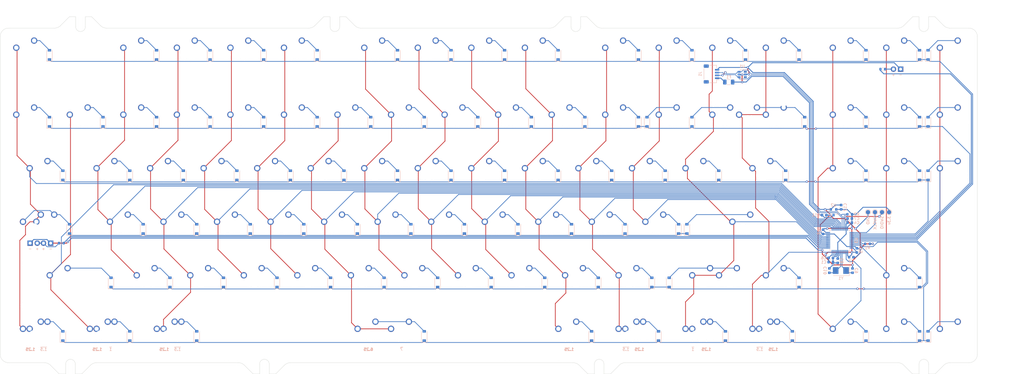
<source format=kicad_pcb>
(kicad_pcb (version 20171130) (host pcbnew 5.1.10)
  (layers (0 F.Cu signal) (31 B.Cu signal) (34 B.Paste user) (35 F.Paste user) (36 B.SilkS user) (37 F.SilkS user) (38 B.Mask user) (39 F.Mask user) (44 Edge.Cuts user))
  (net 0 "")
  (net 1 col0)
  (net 2 col1)
  (net 3 col2)
  (net 4 col3)
  (net 5 col4)
  (net 6 col5)
  (net 7 col6)
  (net 8 col7)
  (net 9 col8)
  (net 10 col9)
  (net 11 col10)
  (net 12 col11)
  (net 13 col12)
  (net 14 col13)
  (net 15 col14)
  (net 16 col15)
  (net 17 col16)
  (net 18 col17)
  (net 19 row0)
  (net 20 row1)
  (net 21 row2)
  (net 22 row3)
  (net 23 row4)
  (net 24 row5)
  (net 25 "Net-(D_0-Pad2)")
  (net 26 "Net-(D_1-Pad2)")
  (net 27 "Net-(D_2-Pad2)")
  (net 28 "Net-(D_3-Pad2)")
  (net 29 "Net-(D_4-Pad2)")
  (net 30 "Net-(D_5-Pad2)")
  (net 31 "Net-(D_6-Pad2)")
  (net 32 "Net-(D_7-Pad2)")
  (net 33 "Net-(D_8-Pad2)")
  (net 34 "Net-(D_9-Pad2)")
  (net 35 "Net-(D_10-Pad2)")
  (net 36 "Net-(D_11-Pad2)")
  (net 37 "Net-(D_12-Pad2)")
  (net 38 "Net-(D_13-Pad2)")
  (net 39 "Net-(D_14-Pad2)")
  (net 40 "Net-(D_15-Pad2)")
  (net 41 "Net-(D_16-Pad2)")
  (net 42 "Net-(D_17-Pad2)")
  (net 43 "Net-(D_18-Pad2)")
  (net 44 "Net-(D_19-Pad2)")
  (net 45 "Net-(D_20-Pad2)")
  (net 46 "Net-(D_21-Pad2)")
  (net 47 "Net-(D_22-Pad2)")
  (net 48 "Net-(D_23-Pad2)")
  (net 49 "Net-(D_24-Pad2)")
  (net 50 "Net-(D_25-Pad2)")
  (net 51 "Net-(D_26-Pad2)")
  (net 52 "Net-(D_27-Pad2)")
  (net 53 "Net-(D_28-Pad2)")
  (net 54 "Net-(D_29-Pad2)")
  (net 55 "Net-(D_30-Pad2)")
  (net 56 "Net-(D_31-Pad2)")
  (net 57 "Net-(D_32-Pad2)")
  (net 58 "Net-(D_33-Pad2)")
  (net 59 "Net-(D_34-Pad2)")
  (net 60 "Net-(D_35-Pad2)")
  (net 61 "Net-(D_36-Pad2)")
  (net 62 "Net-(D_37-Pad2)")
  (net 63 "Net-(D_38-Pad2)")
  (net 64 "Net-(D_39-Pad2)")
  (net 65 "Net-(D_40-Pad2)")
  (net 66 "Net-(D_41-Pad2)")
  (net 67 "Net-(D_42-Pad2)")
  (net 68 "Net-(D_43-Pad2)")
  (net 69 "Net-(D_44-Pad2)")
  (net 70 "Net-(D_45-Pad2)")
  (net 71 "Net-(D_46-Pad2)")
  (net 72 "Net-(D_47-Pad2)")
  (net 73 "Net-(D_48-Pad2)")
  (net 74 "Net-(D_49-Pad2)")
  (net 75 "Net-(D_50-Pad2)")
  (net 76 "Net-(D_51-Pad2)")
  (net 77 "Net-(D_52-Pad2)")
  (net 78 "Net-(D_53-Pad2)")
  (net 79 "Net-(D_54-Pad2)")
  (net 80 "Net-(D_55-Pad2)")
  (net 81 "Net-(D_56-Pad2)")
  (net 82 "Net-(D_57-Pad2)")
  (net 83 "Net-(D_58-Pad2)")
  (net 84 "Net-(D_59-Pad2)")
  (net 85 "Net-(D_60-Pad2)")
  (net 86 "Net-(D_61-Pad2)")
  (net 87 "Net-(D_62-Pad2)")
  (net 88 "Net-(D_63-Pad2)")
  (net 89 "Net-(D_64-Pad2)")
  (net 90 "Net-(D_65-Pad2)")
  (net 91 "Net-(D_66-Pad2)")
  (net 92 "Net-(D_67-Pad2)")
  (net 93 "Net-(D_68-Pad2)")
  (net 94 "Net-(D_69-Pad2)")
  (net 95 "Net-(D_70-Pad2)")
  (net 96 "Net-(D_71-Pad2)")
  (net 97 "Net-(D_72-Pad2)")
  (net 98 "Net-(D_73-Pad2)")
  (net 99 "Net-(D_74-Pad2)")
  (net 100 "Net-(D_75-Pad2)")
  (net 101 "Net-(D_76-Pad2)")
  (net 102 "Net-(D_77-Pad2)")
  (net 103 "Net-(D_78-Pad2)")
  (net 104 "Net-(D_79-Pad2)")
  (net 105 "Net-(D_80-Pad2)")
  (net 106 "Net-(D_81-Pad2)")
  (net 107 "Net-(D_82-Pad2)")
  (net 108 "Net-(D_83-Pad2)")
  (net 109 "Net-(D_84-Pad2)")
  (net 110 "Net-(D_85-Pad2)")
  (net 111 "Net-(D_86-Pad2)")
  (net 112 "Net-(D_87-Pad2)")
  (net 113 "Net-(D_88-Pad2)")
  (net 114 GND)
  (net 115 VBAT)
  (net 116 NRST)
  (net 117 "Net-(C9-Pad1)")
  (net 118 "Net-(C10-Pad1)")
  (net 119 +5V)
  (net 120 VBUS)
  (net 121 SWDIO)
  (net 122 SWDCLK)
  (net 123 BOOT0)
  (net 124 D+)
  (net 125 D-)
  (net 126 "Net-(U1-Pad3)")
  (net 127 "Net-(U1-Pad1)")
  (net 128 "Net-(U3-Pad22)")
  (net 129 "Net-(U3-Pad11)")
  (net 130 "Net-(U3-Pad10)")
  (net 131 "Net-(U3-Pad4)")
  (net 132 "Net-(U3-Pad3)")
  (net 133 LED_SCROLL)
  (net 134 LED_CAPS)
  (net 135 "Net-(R3-Pad2)")
  (net 136 "Net-(R4-Pad1)")
  (module MX_Only:MXOnly-1.25U-FLIPPED (layer F.Cu) (at 11.90625 71.4375)
    (fp_text reference K_151)
    (fp_text value MX-NoLED)
    (pad "" np_thru_hole circle (at 5.08 0 48.0996) (size 1.75 1.75) (drill 1.75) (layers *.Cu *.Mask))
    (pad "" np_thru_hole circle (at -5.08 0 48.0996) (size 1.75 1.75) (drill 1.75) (layers *.Cu *.Mask))
    (pad 4 thru_hole rect (at -1.27 5.08) (size 1.905 1.905) (drill 1.04) (layers *.Cu B.Mask) (net 114 GND))
    (pad 3 thru_hole circle (at 1.27 5.08) (size 1.905 1.905) (drill 1.04) (layers *.Cu B.Mask) (net 134 LED_CAPS))
    (pad 1 thru_hole circle (at -3.81 -2.54) (size 2.25 2.25) (drill 1.47) (layers *.Cu B.Mask) (net 76 "Net-(D_51-Pad2)"))
    (pad "" np_thru_hole circle (at 0 0) (size 3.9878 3.9878) (drill 3.9878) (layers *.Cu *.Mask))
    (pad 2 thru_hole circle (at 2.54 -5.08) (size 2.25 2.25) (drill 1.47) (layers *.Cu B.Mask) (net 1 col0))
  )
  (module Resistor_SMD:R_0603_1608Metric (layer B.Cu) (at 314.0075 14.605)
    (fp_text reference R4 hide)
    (fp_text value 680)
    (pad 2 smd roundrect (at 0.825 0) (size 0.8 0.95) (layers B.Cu B.Paste B.Mask) (net 133 LED_SCROLL))
    (pad 1 smd roundrect (at -0.825 0) (size 0.8 0.95) (layers B.Cu B.Paste B.Mask) (net 136 "Net-(R4-Pad1)"))
  )
  (module Resistor_SMD:R_0603_1608Metric (layer B.Cu) (at 21.74875 76.5175)
    (fp_text reference R3 hide)
    (fp_text value 680)
    (pad 2 smd roundrect (at 0.825 0) (size 0.8 0.95) (layers B.Cu B.Paste B.Mask) (net 135 "Net-(R3-Pad2)"))
    (pad 1 smd roundrect (at -0.825 0) (size 0.8 0.95) (layers B.Cu B.Paste B.Mask) (net 134 LED_CAPS))
  )
  (module Crystal:Crystal_SMD_5032-2Pin_5.0x3.2mm (layer B.Cu) (at 299.1 86.25 180)
    (fp_text reference Y1 (at 0 -2.75) (layer B.SilkS) (effects (justify mirror)))
    (fp_text value 8MHz)
    (pad 2 smd rect (at 1.85 0 180) (size 2 2.4) (layers B.Cu B.Paste B.Mask) (net 118 "Net-(C10-Pad1)"))
    (pad 1 smd rect (at -1.85 0 180) (size 2 2.4) (layers B.Cu B.Paste B.Mask) (net 117 "Net-(C9-Pad1)"))
  )
  (module Package_QFP:LQFP-48_7x7mm_P0.5mm (layer B.Cu) (at 298.75 75.5 90)
    (fp_text reference U3 (at 0 5.85 90) (layer B.SilkS) (effects (justify mirror)))
    (fp_text value STM32F103C8Tx)
    (pad 48 smd roundrect (at -2.75 4.1625 90) (size 0.3 1.475) (layers B.Cu B.Paste B.Mask) (net 115 VBAT))
    (pad 47 smd roundrect (at -2.25 4.1625 90) (size 0.3 1.475) (layers B.Cu B.Paste B.Mask) (net 114 GND))
    (pad 46 smd roundrect (at -1.75 4.1625 90) (size 0.3 1.475) (layers B.Cu B.Paste B.Mask) (net 17 col16))
    (pad 45 smd roundrect (at -1.25 4.1625 90) (size 0.3 1.475) (layers B.Cu B.Paste B.Mask) (net 23 row4))
    (pad 44 smd roundrect (at -0.75 4.1625 90) (size 0.3 1.475) (layers B.Cu B.Paste B.Mask) (net 123 BOOT0))
    (pad 43 smd roundrect (at -0.25 4.1625 90) (size 0.3 1.475) (layers B.Cu B.Paste B.Mask) (net 24 row5))
    (pad 42 smd roundrect (at 0.25 4.1625 90) (size 0.3 1.475) (layers B.Cu B.Paste B.Mask) (net 19 row0))
    (pad 41 smd roundrect (at 0.75 4.1625 90) (size 0.3 1.475) (layers B.Cu B.Paste B.Mask) (net 136 "Net-(R4-Pad1)"))
    (pad 40 smd roundrect (at 1.25 4.1625 90) (size 0.3 1.475) (layers B.Cu B.Paste B.Mask) (net 20 row1))
    (pad 39 smd roundrect (at 1.75 4.1625 90) (size 0.3 1.475) (layers B.Cu B.Paste B.Mask) (net 18 col17))
    (pad 38 smd roundrect (at 2.25 4.1625 90) (size 0.3 1.475) (layers B.Cu B.Paste B.Mask) (net 21 row2))
    (pad 37 smd roundrect (at 2.75 4.1625 90) (size 0.3 1.475) (layers B.Cu B.Paste B.Mask) (net 122 SWDCLK))
    (pad 36 smd roundrect (at 4.1625 2.75 90) (size 1.475 0.3) (layers B.Cu B.Paste B.Mask) (net 115 VBAT))
    (pad 35 smd roundrect (at 4.1625 2.25 90) (size 1.475 0.3) (layers B.Cu B.Paste B.Mask) (net 114 GND))
    (pad 34 smd roundrect (at 4.1625 1.75 90) (size 1.475 0.3) (layers B.Cu B.Paste B.Mask) (net 121 SWDIO))
    (pad 33 smd roundrect (at 4.1625 1.25 90) (size 1.475 0.3) (layers B.Cu B.Paste B.Mask) (net 124 D+))
    (pad 32 smd roundrect (at 4.1625 0.75 90) (size 1.475 0.3) (layers B.Cu B.Paste B.Mask) (net 125 D-))
    (pad 31 smd roundrect (at 4.1625 0.25 90) (size 1.475 0.3) (layers B.Cu B.Paste B.Mask) (net 1 col0))
    (pad 30 smd roundrect (at 4.1625 -0.25 90) (size 1.475 0.3) (layers B.Cu B.Paste B.Mask) (net 2 col1))
    (pad 29 smd roundrect (at 4.1625 -0.75 90) (size 1.475 0.3) (layers B.Cu B.Paste B.Mask) (net 3 col2))
    (pad 28 smd roundrect (at 4.1625 -1.25 90) (size 1.475 0.3) (layers B.Cu B.Paste B.Mask) (net 4 col3))
    (pad 27 smd roundrect (at 4.1625 -1.75 90) (size 1.475 0.3) (layers B.Cu B.Paste B.Mask) (net 5 col4))
    (pad 26 smd roundrect (at 4.1625 -2.25 90) (size 1.475 0.3) (layers B.Cu B.Paste B.Mask) (net 6 col5))
    (pad 25 smd roundrect (at 4.1625 -2.75 90) (size 1.475 0.3) (layers B.Cu B.Paste B.Mask) (net 7 col6))
    (pad 24 smd roundrect (at 2.75 -4.1625 90) (size 0.3 1.475) (layers B.Cu B.Paste B.Mask) (net 115 VBAT))
    (pad 23 smd roundrect (at 2.25 -4.1625 90) (size 0.3 1.475) (layers B.Cu B.Paste B.Mask) (net 114 GND))
    (pad 22 smd roundrect (at 1.75 -4.1625 90) (size 0.3 1.475) (layers B.Cu B.Paste B.Mask) (net 128 "Net-(U3-Pad22)"))
    (pad 21 smd roundrect (at 1.25 -4.1625 90) (size 0.3 1.475) (layers B.Cu B.Paste B.Mask) (net 8 col7))
    (pad 20 smd roundrect (at 0.75 -4.1625 90) (size 0.3 1.475) (layers B.Cu B.Paste B.Mask) (net 9 col8))
    (pad 19 smd roundrect (at 0.25 -4.1625 90) (size 0.3 1.475) (layers B.Cu B.Paste B.Mask) (net 10 col9))
    (pad 18 smd roundrect (at -0.25 -4.1625 90) (size 0.3 1.475) (layers B.Cu B.Paste B.Mask) (net 11 col10))
    (pad 17 smd roundrect (at -0.75 -4.1625 90) (size 0.3 1.475) (layers B.Cu B.Paste B.Mask) (net 12 col11))
    (pad 16 smd roundrect (at -1.25 -4.1625 90) (size 0.3 1.475) (layers B.Cu B.Paste B.Mask) (net 13 col12))
    (pad 15 smd roundrect (at -1.75 -4.1625 90) (size 0.3 1.475) (layers B.Cu B.Paste B.Mask) (net 14 col13))
    (pad 14 smd roundrect (at -2.25 -4.1625 90) (size 0.3 1.475) (layers B.Cu B.Paste B.Mask) (net 22 row3))
    (pad 13 smd roundrect (at -2.75 -4.1625 90) (size 0.3 1.475) (layers B.Cu B.Paste B.Mask) (net 135 "Net-(R3-Pad2)"))
    (pad 12 smd roundrect (at -4.1625 -2.75 90) (size 1.475 0.3) (layers B.Cu B.Paste B.Mask) (net 15 col14))
    (pad 11 smd roundrect (at -4.1625 -2.25 90) (size 1.475 0.3) (layers B.Cu B.Paste B.Mask) (net 129 "Net-(U3-Pad11)"))
    (pad 10 smd roundrect (at -4.1625 -1.75 90) (size 1.475 0.3) (layers B.Cu B.Paste B.Mask) (net 130 "Net-(U3-Pad10)"))
    (pad 9 smd roundrect (at -4.1625 -1.25 90) (size 1.475 0.3) (layers B.Cu B.Paste B.Mask) (net 115 VBAT))
    (pad 8 smd roundrect (at -4.1625 -0.75 90) (size 1.475 0.3) (layers B.Cu B.Paste B.Mask) (net 114 GND))
    (pad 7 smd roundrect (at -4.1625 -0.25 90) (size 1.475 0.3) (layers B.Cu B.Paste B.Mask) (net 116 NRST))
    (pad 6 smd roundrect (at -4.1625 0.25 90) (size 1.475 0.3) (layers B.Cu B.Paste B.Mask) (net 118 "Net-(C10-Pad1)"))
    (pad 5 smd roundrect (at -4.1625 0.75 90) (size 1.475 0.3) (layers B.Cu B.Paste B.Mask) (net 117 "Net-(C9-Pad1)"))
    (pad 4 smd roundrect (at -4.1625 1.25 90) (size 1.475 0.3) (layers B.Cu B.Paste B.Mask) (net 131 "Net-(U3-Pad4)"))
    (pad 3 smd roundrect (at -4.1625 1.75 90) (size 1.475 0.3) (layers B.Cu B.Paste B.Mask) (net 132 "Net-(U3-Pad3)"))
    (pad 2 smd roundrect (at -4.1625 2.25 90) (size 1.475 0.3) (layers B.Cu B.Paste B.Mask) (net 16 col15))
    (pad 1 smd roundrect (at -4.1625 2.75 90) (size 1.475 0.3) (layers B.Cu B.Paste B.Mask) (net 115 VBAT))
  )
  (module Package_TO_SOT_SMD:SOT-23 (layer B.Cu) (at 296.5 65.5 270)
    (fp_text reference U2 (at -2.5 0 180) (layer B.SilkS) (effects (justify mirror)))
    (fp_text value XC6206P332MR)
    (pad 3 smd rect (at 1 0 270) (size 0.9 0.8) (layers B.Cu B.Paste B.Mask) (net 119 +5V))
    (pad 2 smd rect (at -1 -0.95 270) (size 0.9 0.8) (layers B.Cu B.Paste B.Mask) (net 115 VBAT))
    (pad 1 smd rect (at -1 0.95 270) (size 0.9 0.8) (layers B.Cu B.Paste B.Mask) (net 114 GND))
  )
  (module Package_TO_SOT_SMD:SOT-23-6 (layer B.Cu) (at 264 16.5 180)
    (fp_text reference U1 (at 0 2.9) (layer B.SilkS) (effects (justify mirror)))
    (fp_text value SRV05-4)
    (pad 5 smd rect (at 1.1 0 180) (size 1.06 0.65) (layers B.Cu B.Paste B.Mask) (net 119 +5V))
    (pad 6 smd rect (at 1.1 0.95 180) (size 1.06 0.65) (layers B.Cu B.Paste B.Mask) (net 124 D+))
    (pad 4 smd rect (at 1.1 -0.95 180) (size 1.06 0.65) (layers B.Cu B.Paste B.Mask) (net 125 D-))
    (pad 3 smd rect (at -1.1 -0.95 180) (size 1.06 0.65) (layers B.Cu B.Paste B.Mask) (net 126 "Net-(U1-Pad3)"))
    (pad 2 smd rect (at -1.1 0 180) (size 1.06 0.65) (layers B.Cu B.Paste B.Mask) (net 114 GND))
    (pad 1 smd rect (at -1.1 0.95 180) (size 1.06 0.65) (layers B.Cu B.Paste B.Mask) (net 127 "Net-(U1-Pad1)"))
  )
  (module Resistor_SMD:R_0603_1608Metric (layer B.Cu) (at 302.25 66.25 180)
    (fp_text reference R2 (at -2.5 0) (layer B.SilkS) (effects (justify mirror)))
    (fp_text value 1.5k)
    (pad 2 smd roundrect (at 0.825 0 180) (size 0.8 0.95) (layers B.Cu B.Paste B.Mask) (net 124 D+))
    (pad 1 smd roundrect (at -0.825 0 180) (size 0.8 0.95) (layers B.Cu B.Paste B.Mask) (net 115 VBAT))
  )
  (module Resistor_SMD:R_0603_1608Metric (layer B.Cu) (at 308.575 76.75)
    (fp_text reference R1 (at 0 1.43) (layer B.SilkS) (effects (justify mirror)))
    (fp_text value 10k)
    (pad 2 smd roundrect (at 0.825 0) (size 0.8 0.95) (layers B.Cu B.Paste B.Mask) (net 114 GND))
    (pad 1 smd roundrect (at -0.825 0) (size 0.8 0.95) (layers B.Cu B.Paste B.Mask) (net 123 BOOT0))
  )
  (module TestPoint:TestPoint_Pad_D1.5mm (layer B.Cu) (at 308.75 65.5)
    (fp_text reference J5 hide)
    (fp_text value GND (at 0 1.25 90) (layer B.SilkS) (effects (justify left mirror)))
    (pad 1 smd circle (at 0 0) (size 1.5 1.5) (layers B.Cu B.Mask) (net 114 GND))
  )
  (module TestPoint:TestPoint_Pad_D1.5mm (layer B.Cu) (at 311.25 65.5)
    (fp_text reference J4 hide)
    (fp_text value SWCLK (at 0 1.25 90) (layer B.SilkS) (effects (justify left mirror)))
    (pad 1 smd circle (at 0 0) (size 1.5 1.5) (layers B.Cu B.Mask) (net 122 SWDCLK))
  )
  (module TestPoint:TestPoint_Pad_D1.5mm (layer B.Cu) (at 313.75 65.5)
    (fp_text reference J3 hide)
    (fp_text value SWDIO (at 0 1.25 90) (layer B.SilkS) (effects (justify left mirror)))
    (pad 1 smd circle (at 0 0) (size 1.5 1.5) (layers B.Cu B.Mask) (net 121 SWDIO))
  )
  (module TestPoint:TestPoint_Pad_D1.5mm (layer B.Cu) (at 316.25 65.5)
    (fp_text reference J2 hide)
    (fp_text value 3.3v (at 0 1.25 90) (layer B.SilkS) (effects (justify left mirror)))
    (pad 1 smd circle (at 0 0) (size 1.5 1.5) (layers B.Cu B.Mask) (net 115 VBAT))
  )
  (module Fuse:Fuse_1206_3216Metric (layer B.Cu) (at 259.2 19.2 180)
    (fp_text reference F1 (at 0 1.82) (layer B.SilkS) (effects (justify mirror)))
    (fp_text value 500mA)
    (pad 2 smd roundrect (at 1.4 0 180) (size 1.25 1.75) (layers B.Cu B.Paste B.Mask) (roundrect_rratio 0.2) (net 120 VBUS))
    (pad 1 smd roundrect (at -1.4 0 180) (size 1.25 1.75) (layers B.Cu B.Paste B.Mask) (roundrect_rratio 0.2) (net 119 +5V))
  )
  (module Capacitor_SMD:C_0603_1608Metric (layer B.Cu) (at 299.2 63.725 90)
    (fp_text reference C12 (at 0 1.43 90) (layer B.SilkS) (effects (justify mirror)))
    (fp_text value 1u)
    (pad 2 smd roundrect (at 0.775 0 90) (size 0.9 0.95) (layers B.Cu B.Paste B.Mask) (net 114 GND))
    (pad 1 smd roundrect (at -0.775 0 90) (size 0.9 0.95) (layers B.Cu B.Paste B.Mask) (net 115 VBAT))
  )
  (module Capacitor_SMD:C_0603_1608Metric (layer B.Cu) (at 293.175 66.55 180)
    (fp_text reference C11 (at 2.925 0.05) (layer B.SilkS) (effects (justify mirror)))
    (fp_text value 1u)
    (pad 2 smd roundrect (at 0.775 0 180) (size 0.9 0.95) (layers B.Cu B.Paste B.Mask) (net 119 +5V))
    (pad 1 smd roundrect (at -0.775 0 180) (size 0.9 0.95) (layers B.Cu B.Paste B.Mask) (net 114 GND))
  )
  (module Capacitor_SMD:C_0603_1608Metric (layer B.Cu) (at 295 86.275 90)
    (fp_text reference C10 (at 0.025 -1.5 90) (layer B.SilkS) (effects (justify mirror)))
    (fp_text value 20p)
    (pad 2 smd roundrect (at 0.775 0 90) (size 0.9 0.95) (layers B.Cu B.Paste B.Mask) (net 114 GND))
    (pad 1 smd roundrect (at -0.775 0 90) (size 0.9 0.95) (layers B.Cu B.Paste B.Mask) (net 118 "Net-(C10-Pad1)"))
  )
  (module Capacitor_SMD:C_0603_1608Metric (layer B.Cu) (at 303.25 86.275 90)
    (fp_text reference C9 (at 0 1.43 90) (layer B.SilkS) (effects (justify mirror)))
    (fp_text value 20p)
    (pad 2 smd roundrect (at 0.775 0 90) (size 0.9 0.95) (layers B.Cu B.Paste B.Mask) (net 114 GND))
    (pad 1 smd roundrect (at -0.775 0 90) (size 0.9 0.95) (layers B.Cu B.Paste B.Mask) (net 117 "Net-(C9-Pad1)"))
  )
  (module Capacitor_SMD:C_0603_1608Metric (layer B.Cu) (at 298 82.775 270)
    (fp_text reference C8 (at 0 -1.5 90) (layer B.SilkS) (effects (justify mirror)))
    (fp_text value 100n)
    (pad 2 smd roundrect (at 0.775 0 270) (size 0.9 0.95) (layers B.Cu B.Paste B.Mask) (net 114 GND))
    (pad 1 smd roundrect (at -0.775 0 270) (size 0.9 0.95) (layers B.Cu B.Paste B.Mask) (net 116 NRST))
  )
  (module Capacitor_SMD:C_0603_1608Metric (layer B.Cu) (at 302.25 67.75 180)
    (fp_text reference C7 (at -2.5 0) (layer B.SilkS) (effects (justify mirror)))
    (fp_text value 10u)
    (pad 2 smd roundrect (at 0.775 0 180) (size 0.9 0.95) (layers B.Cu B.Paste B.Mask) (net 114 GND))
    (pad 1 smd roundrect (at -0.775 0 180) (size 0.9 0.95) (layers B.Cu B.Paste B.Mask) (net 115 VBAT))
  )
  (module Capacitor_SMD:C_0603_1608Metric (layer B.Cu) (at 295.525 81.75)
    (fp_text reference C6 (at -2.525 0) (layer B.SilkS) (effects (justify mirror)))
    (fp_text value 100n)
    (pad 2 smd roundrect (at 0.775 0) (size 0.9 0.95) (layers B.Cu B.Paste B.Mask) (net 114 GND))
    (pad 1 smd roundrect (at -0.775 0) (size 0.9 0.95) (layers B.Cu B.Paste B.Mask) (net 115 VBAT))
  )
  (module Capacitor_SMD:C_0603_1608Metric (layer B.Cu) (at 304.8 79.1 90)
    (fp_text reference C5 (at 0 1.43 90) (layer B.SilkS) (effects (justify mirror)))
    (fp_text value 100n)
    (pad 2 smd roundrect (at 0.775 0 90) (size 0.9 0.95) (layers B.Cu B.Paste B.Mask) (net 114 GND))
    (pad 1 smd roundrect (at -0.775 0 90) (size 0.9 0.95) (layers B.Cu B.Paste B.Mask) (net 115 VBAT))
  )
  (module Capacitor_SMD:C_0603_1608Metric (layer B.Cu) (at 302.25 69.25 180)
    (fp_text reference C4 (at -2.5 0) (layer B.SilkS) (effects (justify mirror)))
    (fp_text value 100n)
    (pad 2 smd roundrect (at 0.775 0 180) (size 0.9 0.95) (layers B.Cu B.Paste B.Mask) (net 114 GND))
    (pad 1 smd roundrect (at -0.775 0 180) (size 0.9 0.95) (layers B.Cu B.Paste B.Mask) (net 115 VBAT))
  )
  (module Capacitor_SMD:C_0603_1608Metric (layer B.Cu) (at 292.75 72.5 270)
    (fp_text reference C3 (at 0 1.43 90) (layer B.SilkS) (effects (justify mirror)))
    (fp_text value 100n)
    (pad 2 smd roundrect (at 0.775 0 270) (size 0.9 0.95) (layers B.Cu B.Paste B.Mask) (net 114 GND))
    (pad 1 smd roundrect (at -0.775 0 270) (size 0.9 0.95) (layers B.Cu B.Paste B.Mask) (net 115 VBAT))
  )
  (module Capacitor_SMD:C_0603_1608Metric (layer B.Cu) (at 302.8 81.5)
    (fp_text reference C2 (at 0 1.43) (layer B.SilkS) (effects (justify mirror)))
    (fp_text value 100n)
    (pad 2 smd roundrect (at 0.775 0) (size 0.9 0.95) (layers B.Cu B.Paste B.Mask) (net 114 GND))
    (pad 1 smd roundrect (at -0.775 0) (size 0.9 0.95) (layers B.Cu B.Paste B.Mask) (net 115 VBAT))
  )
  (module Capacitor_SMD:C_0603_1608Metric (layer B.Cu) (at 295.525 83.25)
    (fp_text reference C1 (at -2.525 0) (layer B.SilkS) (effects (justify mirror)))
    (fp_text value 1u)
    (pad 2 smd roundrect (at 0.775 0) (size 0.9 0.95) (layers B.Cu B.Paste B.Mask) (net 114 GND))
    (pad 1 smd roundrect (at -0.775 0) (size 0.9 0.95) (layers B.Cu B.Paste B.Mask) (net 115 VBAT))
  )
  (module MX_Only:MXOnly-1U (layer F.Cu) (at 319.0875 9.525)
    (fp_text reference K_14)
    (fp_text value KEYSW)
    (pad "" np_thru_hole circle (at 5.08 0 48.0996) (size 1.75 1.75) (drill 1.75) (layers *.Cu *.Mask))
    (pad "" np_thru_hole circle (at -5.08 0 48.0996) (size 1.75 1.75) (drill 1.75) (layers *.Cu *.Mask))
    (pad 4 thru_hole rect (at 1.27 5.08) (size 1.905 1.905) (drill 1.04) (layers *.Cu B.Mask) (net 114 GND))
    (pad 3 thru_hole circle (at -1.27 5.08) (size 1.905 1.905) (drill 1.04) (layers *.Cu B.Mask) (net 133 LED_SCROLL))
    (pad 1 thru_hole circle (at -3.81 -2.54) (size 2.25 2.25) (drill 1.47) (layers *.Cu B.Mask) (net 17 col16))
    (pad "" np_thru_hole circle (at 0 0) (size 3.9878 3.9878) (drill 3.9878) (layers *.Cu *.Mask))
    (pad 2 thru_hole circle (at 2.54 -5.08) (size 2.25 2.25) (drill 1.47) (layers *.Cu B.Mask) (net 39 "Net-(D_14-Pad2)"))
  )
  (module MX_Only:MXOnly-1.75U (layer F.Cu) (at 16.66875 71.4375)
    (fp_text reference K_51)
    (fp_text value KEYSW)
    (pad "" np_thru_hole circle (at 5.08 0 48.0996) (size 1.75 1.75) (drill 1.75) (layers *.Cu *.Mask))
    (pad "" np_thru_hole circle (at -5.08 0 48.0996) (size 1.75 1.75) (drill 1.75) (layers *.Cu *.Mask))
    (pad 4 thru_hole rect (at 1.27 5.08) (size 1.905 1.905) (drill 1.04) (layers *.Cu B.Mask) (net 114 GND))
    (pad 3 thru_hole circle (at -1.27 5.08) (size 1.905 1.905) (drill 1.04) (layers *.Cu B.Mask) (net 134 LED_CAPS))
    (pad 1 thru_hole circle (at -3.81 -2.54) (size 2.25 2.25) (drill 1.47) (layers *.Cu B.Mask) (net 1 col0))
    (pad "" np_thru_hole circle (at 0 0) (size 3.9878 3.9878) (drill 3.9878) (layers *.Cu *.Mask))
    (pad 2 thru_hole circle (at 2.54 -5.08) (size 2.25 2.25) (drill 1.47) (layers *.Cu B.Mask) (net 76 "Net-(D_51-Pad2)"))
  )
  (module MX_Only:MXOnly-2U-NoLED (layer F.Cu) (at 266.7 33.3375)
    (fp_text reference K_130)
    (fp_text value MX-NoLED)
    (pad 2 thru_hole circle (at 2.54 -5.08) (size 2.25 2.25) (drill 1.47) (layers *.Cu B.Mask) (net 55 "Net-(D_30-Pad2)"))
    (pad "" np_thru_hole circle (at 0 0) (size 3.9878 3.9878) (drill 3.9878) (layers *.Cu *.Mask))
    (pad 1 thru_hole circle (at -3.81 -2.54) (size 2.25 2.25) (drill 1.47) (layers *.Cu B.Mask) (net 15 col14))
    (pad "" np_thru_hole circle (at -5.08 0 48.0996) (size 1.75 1.75) (drill 1.75) (layers *.Cu *.Mask))
    (pad "" np_thru_hole circle (at 5.08 0 48.0996) (size 1.75 1.75) (drill 1.75) (layers *.Cu *.Mask))
    (pad "" np_thru_hole circle (at -11.90625 -6.985) (size 3.048 3.048) (drill 3.048) (layers *.Cu *.Mask))
    (pad "" np_thru_hole circle (at 11.90625 -6.985) (size 3.048 3.048) (drill 3.048) (layers *.Cu *.Mask))
    (pad "" np_thru_hole circle (at -11.90625 8.255) (size 3.9878 3.9878) (drill 3.9878) (layers *.Cu *.Mask))
    (pad "" np_thru_hole circle (at 11.90625 8.255) (size 3.9878 3.9878) (drill 3.9878) (layers *.Cu *.Mask))
  )
  (module MX_Only:MXOnly-2.75U-NoLED (layer F.Cu) (at 259.55625 90.4875)
    (fp_text reference K_175)
    (fp_text value MX-NoLED)
    (pad 2 thru_hole circle (at 2.54 -5.08) (size 2.25 2.25) (drill 1.47) (layers *.Cu B.Mask) (net 100 "Net-(D_75-Pad2)"))
    (pad "" np_thru_hole circle (at 0 0) (size 3.9878 3.9878) (drill 3.9878) (layers *.Cu *.Mask))
    (pad 1 thru_hole circle (at -3.81 -2.54) (size 2.25 2.25) (drill 1.47) (layers *.Cu B.Mask) (net 14 col13))
    (pad "" np_thru_hole circle (at -5.08 0 48.0996) (size 1.75 1.75) (drill 1.75) (layers *.Cu *.Mask))
    (pad "" np_thru_hole circle (at 5.08 0 48.0996) (size 1.75 1.75) (drill 1.75) (layers *.Cu *.Mask))
    (pad "" np_thru_hole circle (at -11.90625 -6.985) (size 3.048 3.048) (drill 3.048) (layers *.Cu *.Mask))
    (pad "" np_thru_hole circle (at 11.90625 -6.985) (size 3.048 3.048) (drill 3.048) (layers *.Cu *.Mask))
    (pad "" np_thru_hole circle (at -11.90625 8.255) (size 3.9878 3.9878) (drill 3.9878) (layers *.Cu *.Mask))
    (pad "" np_thru_hole circle (at 11.90625 8.255) (size 3.9878 3.9878) (drill 3.9878) (layers *.Cu *.Mask))
  )
  (module Connector_JST:JST_SH_SM04B-SRSS-TB_1x04-1MP_P1.00mm_Horizontal (layer B.Cu) (at 253.08125 16.325 90)
    (fp_text reference J1 (at 0 -4.08125 90) (layer B.SilkS) (effects (justify mirror)))
    (fp_text value Conn_01x04)
    (pad MP smd roundrect (at 2.8 -1.875 90) (size 1.2 1.8) (layers B.Cu B.Paste B.Mask) (roundrect_rratio 0.208333))
    (pad MP smd roundrect (at -2.8 -1.875 90) (size 1.2 1.8) (layers B.Cu B.Paste B.Mask) (roundrect_rratio 0.208333))
    (pad 4 smd roundrect (at 1.5 2 90) (size 0.6 1.55) (layers B.Cu B.Paste B.Mask) (net 114 GND))
    (pad 3 smd roundrect (at 0.5 2 90) (size 0.6 1.55) (layers B.Cu B.Paste B.Mask) (net 125 D-))
    (pad 2 smd roundrect (at -0.5 2 90) (size 0.6 1.55) (layers B.Cu B.Paste B.Mask) (net 124 D+))
    (pad 1 smd roundrect (at -1.5 2 90) (size 0.6 1.55) (layers B.Cu B.Paste B.Mask) (net 120 VBUS))
  )
  (module MX_Only:MXOnly-1.5U-NoLED (layer F.Cu) (at 271.4625 109.5375)
    (fp_text reference K_185)
    (fp_text value ~1.5 (at -1.190625 4.7625) (layer B.SilkS) (effects (font (thickness 0.15) italic) (justify mirror)))
    (pad 2 thru_hole circle (at 2.54 -5.08) (size 2.25 2.25) (drill 1.47) (layers *.Cu B.Mask) (net 110 "Net-(D_85-Pad2)"))
    (pad "" np_thru_hole circle (at 0 0) (size 3.9878 3.9878) (drill 3.9878) (layers *.Cu *.Mask))
    (pad 1 thru_hole circle (at -3.81 -2.54) (size 2.25 2.25) (drill 1.47) (layers *.Cu B.Mask) (net 15 col14))
    (pad "" np_thru_hole circle (at -5.08 0 48.0996) (size 1.75 1.75) (drill 1.75) (layers *.Cu *.Mask))
    (pad "" np_thru_hole circle (at 5.08 0 48.0996) (size 1.75 1.75) (drill 1.75) (layers *.Cu *.Mask))
  )
  (module MX_Only:MXOnly-1U-NoLED (layer F.Cu) (at 247.65 109.5375)
    (fp_text reference K_184)
    (fp_text value ~1 (at -1.190625 4.7625) (layer B.SilkS) (effects (font (thickness 0.15) italic) (justify mirror)))
    (pad 2 thru_hole circle (at 2.54 -5.08) (size 2.25 2.25) (drill 1.47) (layers *.Cu B.Mask) (net 109 "Net-(D_84-Pad2)"))
    (pad "" np_thru_hole circle (at 0 0) (size 3.9878 3.9878) (drill 3.9878) (layers *.Cu *.Mask))
    (pad 1 thru_hole circle (at -3.81 -2.54) (size 2.25 2.25) (drill 1.47) (layers *.Cu B.Mask) (net 14 col13))
    (pad "" np_thru_hole circle (at -5.08 0 48.0996) (size 1.75 1.75) (drill 1.75) (layers *.Cu *.Mask))
    (pad "" np_thru_hole circle (at 5.08 0 48.0996) (size 1.75 1.75) (drill 1.75) (layers *.Cu *.Mask))
  )
  (module MX_Only:MXOnly-1.5U-NoLED (layer F.Cu) (at 223.8375 109.5375)
    (fp_text reference K_183)
    (fp_text value ~1.5 (at -1.190625 4.7625) (layer B.SilkS) (effects (font (thickness 0.15) italic) (justify mirror)))
    (pad 2 thru_hole circle (at 2.54 -5.08) (size 2.25 2.25) (drill 1.47) (layers *.Cu B.Mask) (net 108 "Net-(D_83-Pad2)"))
    (pad "" np_thru_hole circle (at 0 0) (size 3.9878 3.9878) (drill 3.9878) (layers *.Cu *.Mask))
    (pad 1 thru_hole circle (at -3.81 -2.54) (size 2.25 2.25) (drill 1.47) (layers *.Cu B.Mask) (net 12 col11))
    (pad "" np_thru_hole circle (at -5.08 0 48.0996) (size 1.75 1.75) (drill 1.75) (layers *.Cu *.Mask))
    (pad "" np_thru_hole circle (at 5.08 0 48.0996) (size 1.75 1.75) (drill 1.75) (layers *.Cu *.Mask))
  )
  (module MX_Only:MXOnly-7U-ReversedStabilizers-NoLED (layer F.Cu) (at 142.875 109.5375)
    (fp_text reference K_181)
    (fp_text value ~7 (at 0 4.7625) (layer B.SilkS) (effects (font (thickness 0.15) italic) (justify mirror)))
    (pad 2 thru_hole circle (at 2.54 -5.08) (size 2.25 2.25) (drill 1.47) (layers *.Cu B.Mask) (net 106 "Net-(D_81-Pad2)"))
    (pad "" np_thru_hole circle (at 0 0) (size 3.9878 3.9878) (drill 3.9878) (layers *.Cu *.Mask))
    (pad 1 thru_hole circle (at -3.81 -2.54) (size 2.25 2.25) (drill 1.47) (layers *.Cu B.Mask) (net 7 col6))
    (pad "" np_thru_hole circle (at -5.08 0 48.0996) (size 1.75 1.75) (drill 1.75) (layers *.Cu *.Mask))
    (pad "" np_thru_hole circle (at 5.08 0 48.0996) (size 1.75 1.75) (drill 1.75) (layers *.Cu *.Mask))
    (pad "" np_thru_hole circle (at -57.15 6.985) (size 3.048 3.048) (drill 3.048) (layers *.Cu *.Mask))
    (pad "" np_thru_hole circle (at 57.15 6.985) (size 3.048 3.048) (drill 3.048) (layers *.Cu *.Mask))
    (pad "" np_thru_hole circle (at -57.15 -8.255) (size 3.9878 3.9878) (drill 3.9878) (layers *.Cu *.Mask))
    (pad "" np_thru_hole circle (at 57.15 -8.255) (size 3.9878 3.9878) (drill 3.9878) (layers *.Cu *.Mask))
  )
  (module MX_Only:MXOnly-1.5U-NoLED (layer F.Cu) (at 61.9125 109.5375)
    (fp_text reference K_180)
    (fp_text value ~1.5 (at 1.190625 4.7625) (layer B.SilkS) (effects (font (thickness 0.15) italic) (justify mirror)))
    (pad 2 thru_hole circle (at 2.54 -5.08) (size 2.25 2.25) (drill 1.47) (layers *.Cu B.Mask) (net 105 "Net-(D_80-Pad2)"))
    (pad "" np_thru_hole circle (at 0 0) (size 3.9878 3.9878) (drill 3.9878) (layers *.Cu *.Mask))
    (pad 1 thru_hole circle (at -3.81 -2.54) (size 2.25 2.25) (drill 1.47) (layers *.Cu B.Mask) (net 4 col3))
    (pad "" np_thru_hole circle (at -5.08 0 48.0996) (size 1.75 1.75) (drill 1.75) (layers *.Cu *.Mask))
    (pad "" np_thru_hole circle (at 5.08 0 48.0996) (size 1.75 1.75) (drill 1.75) (layers *.Cu *.Mask))
  )
  (module MX_Only:MXOnly-1U-NoLED (layer F.Cu) (at 38.1 109.5375)
    (fp_text reference K_179)
    (fp_text value ~1 (at 1.190625 4.7625) (layer B.SilkS) (effects (font (thickness 0.15) italic) (justify mirror)))
    (pad 2 thru_hole circle (at 2.54 -5.08) (size 2.25 2.25) (drill 1.47) (layers *.Cu B.Mask) (net 104 "Net-(D_79-Pad2)"))
    (pad "" np_thru_hole circle (at 0 0) (size 3.9878 3.9878) (drill 3.9878) (layers *.Cu *.Mask))
    (pad 1 thru_hole circle (at -3.81 -2.54) (size 2.25 2.25) (drill 1.47) (layers *.Cu B.Mask) (net 2 col1))
    (pad "" np_thru_hole circle (at -5.08 0 48.0996) (size 1.75 1.75) (drill 1.75) (layers *.Cu *.Mask))
    (pad "" np_thru_hole circle (at 5.08 0 48.0996) (size 1.75 1.75) (drill 1.75) (layers *.Cu *.Mask))
  )
  (module MX_Only:MXOnly-1.5U-NoLED (layer F.Cu) (at 14.2875 109.5375)
    (fp_text reference K_178)
    (fp_text value ~1.5 (at 1.190625 4.7625) (layer B.SilkS) (effects (font (thickness 0.15) italic) (justify mirror)))
    (pad 2 thru_hole circle (at 2.54 -5.08) (size 2.25 2.25) (drill 1.47) (layers *.Cu B.Mask) (net 103 "Net-(D_78-Pad2)"))
    (pad "" np_thru_hole circle (at 0 0) (size 3.9878 3.9878) (drill 3.9878) (layers *.Cu *.Mask))
    (pad 1 thru_hole circle (at -3.81 -2.54) (size 2.25 2.25) (drill 1.47) (layers *.Cu B.Mask) (net 1 col0))
    (pad "" np_thru_hole circle (at -5.08 0 48.0996) (size 1.75 1.75) (drill 1.75) (layers *.Cu *.Mask))
    (pad "" np_thru_hole circle (at 5.08 0 48.0996) (size 1.75 1.75) (drill 1.75) (layers *.Cu *.Mask))
  )
  (module MX_Only:MXOnly-1U-NoLED (layer F.Cu) (at 338.1375 109.5375)
    (fp_text reference K_88)
    (fp_text value KEYSW)
    (pad 2 thru_hole circle (at 2.54 -5.08) (size 2.25 2.25) (drill 1.47) (layers *.Cu B.Mask) (net 113 "Net-(D_88-Pad2)"))
    (pad "" np_thru_hole circle (at 0 0) (size 3.9878 3.9878) (drill 3.9878) (layers *.Cu *.Mask))
    (pad 1 thru_hole circle (at -3.81 -2.54) (size 2.25 2.25) (drill 1.47) (layers *.Cu B.Mask) (net 18 col17))
    (pad "" np_thru_hole circle (at -5.08 0 48.0996) (size 1.75 1.75) (drill 1.75) (layers *.Cu *.Mask))
    (pad "" np_thru_hole circle (at 5.08 0 48.0996) (size 1.75 1.75) (drill 1.75) (layers *.Cu *.Mask))
  )
  (module MX_Only:MXOnly-1U-NoLED (layer F.Cu) (at 319.0875 109.5375)
    (fp_text reference K_87)
    (fp_text value KEYSW)
    (pad 2 thru_hole circle (at 2.54 -5.08) (size 2.25 2.25) (drill 1.47) (layers *.Cu B.Mask) (net 112 "Net-(D_87-Pad2)"))
    (pad "" np_thru_hole circle (at 0 0) (size 3.9878 3.9878) (drill 3.9878) (layers *.Cu *.Mask))
    (pad 1 thru_hole circle (at -3.81 -2.54) (size 2.25 2.25) (drill 1.47) (layers *.Cu B.Mask) (net 17 col16))
    (pad "" np_thru_hole circle (at -5.08 0 48.0996) (size 1.75 1.75) (drill 1.75) (layers *.Cu *.Mask))
    (pad "" np_thru_hole circle (at 5.08 0 48.0996) (size 1.75 1.75) (drill 1.75) (layers *.Cu *.Mask))
  )
  (module MX_Only:MXOnly-1U-NoLED (layer F.Cu) (at 300.0375 109.5375)
    (fp_text reference K_86)
    (fp_text value KEYSW)
    (pad 2 thru_hole circle (at 2.54 -5.08) (size 2.25 2.25) (drill 1.47) (layers *.Cu B.Mask) (net 111 "Net-(D_86-Pad2)"))
    (pad "" np_thru_hole circle (at 0 0) (size 3.9878 3.9878) (drill 3.9878) (layers *.Cu *.Mask))
    (pad 1 thru_hole circle (at -3.81 -2.54) (size 2.25 2.25) (drill 1.47) (layers *.Cu B.Mask) (net 16 col15))
    (pad "" np_thru_hole circle (at -5.08 0 48.0996) (size 1.75 1.75) (drill 1.75) (layers *.Cu *.Mask))
    (pad "" np_thru_hole circle (at 5.08 0 48.0996) (size 1.75 1.75) (drill 1.75) (layers *.Cu *.Mask))
  )
  (module MX_Only:MXOnly-1.25U-NoLED (layer F.Cu) (at 273.84375 109.5375)
    (fp_text reference K_85)
    (fp_text value 1.25 (at 1.190625 4.7625) (layer B.SilkS) (effects (font (thickness 0.25)) (justify mirror)))
    (pad 2 thru_hole circle (at 2.54 -5.08) (size 2.25 2.25) (drill 1.47) (layers *.Cu B.Mask) (net 110 "Net-(D_85-Pad2)"))
    (pad "" np_thru_hole circle (at 0 0) (size 3.9878 3.9878) (drill 3.9878) (layers *.Cu *.Mask))
    (pad 1 thru_hole circle (at -3.81 -2.54) (size 2.25 2.25) (drill 1.47) (layers *.Cu B.Mask) (net 15 col14))
    (pad "" np_thru_hole circle (at -5.08 0 48.0996) (size 1.75 1.75) (drill 1.75) (layers *.Cu *.Mask))
    (pad "" np_thru_hole circle (at 5.08 0 48.0996) (size 1.75 1.75) (drill 1.75) (layers *.Cu *.Mask))
  )
  (module MX_Only:MXOnly-1.25U-NoLED (layer F.Cu) (at 250.03125 109.5375)
    (fp_text reference K_84)
    (fp_text value 1.25 (at 1.190625 4.7625) (layer B.SilkS) (effects (font (thickness 0.25)) (justify mirror)))
    (pad 2 thru_hole circle (at 2.54 -5.08) (size 2.25 2.25) (drill 1.47) (layers *.Cu B.Mask) (net 109 "Net-(D_84-Pad2)"))
    (pad "" np_thru_hole circle (at 0 0) (size 3.9878 3.9878) (drill 3.9878) (layers *.Cu *.Mask))
    (pad 1 thru_hole circle (at -3.81 -2.54) (size 2.25 2.25) (drill 1.47) (layers *.Cu B.Mask) (net 14 col13))
    (pad "" np_thru_hole circle (at -5.08 0 48.0996) (size 1.75 1.75) (drill 1.75) (layers *.Cu *.Mask))
    (pad "" np_thru_hole circle (at 5.08 0 48.0996) (size 1.75 1.75) (drill 1.75) (layers *.Cu *.Mask))
  )
  (module MX_Only:MXOnly-1.25U-NoLED (layer F.Cu) (at 226.21875 109.5375)
    (fp_text reference K_83)
    (fp_text value 1.25 (at 1.190625 4.7625) (layer B.SilkS) (effects (font (thickness 0.25)) (justify mirror)))
    (pad 2 thru_hole circle (at 2.54 -5.08) (size 2.25 2.25) (drill 1.47) (layers *.Cu B.Mask) (net 108 "Net-(D_83-Pad2)"))
    (pad "" np_thru_hole circle (at 0 0) (size 3.9878 3.9878) (drill 3.9878) (layers *.Cu *.Mask))
    (pad 1 thru_hole circle (at -3.81 -2.54) (size 2.25 2.25) (drill 1.47) (layers *.Cu B.Mask) (net 12 col11))
    (pad "" np_thru_hole circle (at -5.08 0 48.0996) (size 1.75 1.75) (drill 1.75) (layers *.Cu *.Mask))
    (pad "" np_thru_hole circle (at 5.08 0 48.0996) (size 1.75 1.75) (drill 1.75) (layers *.Cu *.Mask))
  )
  (module MX_Only:MXOnly-1.25U-NoLED (layer F.Cu) (at 202.40625 109.5375)
    (fp_text reference K_82)
    (fp_text value 1.25 (at 0 4.7625) (layer B.SilkS) (effects (font (thickness 0.25)) (justify mirror)))
    (pad 2 thru_hole circle (at 2.54 -5.08) (size 2.25 2.25) (drill 1.47) (layers *.Cu B.Mask) (net 107 "Net-(D_82-Pad2)"))
    (pad "" np_thru_hole circle (at 0 0) (size 3.9878 3.9878) (drill 3.9878) (layers *.Cu *.Mask))
    (pad 1 thru_hole circle (at -3.81 -2.54) (size 2.25 2.25) (drill 1.47) (layers *.Cu B.Mask) (net 11 col10))
    (pad "" np_thru_hole circle (at -5.08 0 48.0996) (size 1.75 1.75) (drill 1.75) (layers *.Cu *.Mask))
    (pad "" np_thru_hole circle (at 5.08 0 48.0996) (size 1.75 1.75) (drill 1.75) (layers *.Cu *.Mask))
  )
  (module MX_Only:MXOnly-6.25U-ReversedStabilizers-NoLED (layer F.Cu) (at 130.96875 109.5375)
    (fp_text reference K_81)
    (fp_text value 6.25 (at 0 4.7625) (layer B.SilkS) (effects (font (thickness 0.25)) (justify mirror)))
    (pad 2 thru_hole circle (at 2.54 -5.08) (size 2.25 2.25) (drill 1.47) (layers *.Cu B.Mask) (net 106 "Net-(D_81-Pad2)"))
    (pad "" np_thru_hole circle (at 0 0) (size 3.9878 3.9878) (drill 3.9878) (layers *.Cu *.Mask))
    (pad 1 thru_hole circle (at -3.81 -2.54) (size 2.25 2.25) (drill 1.47) (layers *.Cu B.Mask) (net 7 col6))
    (pad "" np_thru_hole circle (at -5.08 0 48.0996) (size 1.75 1.75) (drill 1.75) (layers *.Cu *.Mask))
    (pad "" np_thru_hole circle (at 5.08 0 48.0996) (size 1.75 1.75) (drill 1.75) (layers *.Cu *.Mask))
    (pad "" np_thru_hole circle (at -49.9999 6.985) (size 3.048 3.048) (drill 3.048) (layers *.Cu *.Mask))
    (pad "" np_thru_hole circle (at 49.9999 6.985) (size 3.048 3.048) (drill 3.048) (layers *.Cu *.Mask))
    (pad "" np_thru_hole circle (at -49.9999 -8.255) (size 3.9878 3.9878) (drill 3.9878) (layers *.Cu *.Mask))
    (pad "" np_thru_hole circle (at 49.9999 -8.255) (size 3.9878 3.9878) (drill 3.9878) (layers *.Cu *.Mask))
  )
  (module MX_Only:MXOnly-1.25U-NoLED (layer F.Cu) (at 59.53125 109.5375)
    (fp_text reference K_80)
    (fp_text value 1.25 (at -1.190625 4.7625) (layer B.SilkS) (effects (font (thickness 0.25)) (justify mirror)))
    (pad 2 thru_hole circle (at 2.54 -5.08) (size 2.25 2.25) (drill 1.47) (layers *.Cu B.Mask) (net 105 "Net-(D_80-Pad2)"))
    (pad "" np_thru_hole circle (at 0 0) (size 3.9878 3.9878) (drill 3.9878) (layers *.Cu *.Mask))
    (pad 1 thru_hole circle (at -3.81 -2.54) (size 2.25 2.25) (drill 1.47) (layers *.Cu B.Mask) (net 4 col3))
    (pad "" np_thru_hole circle (at -5.08 0 48.0996) (size 1.75 1.75) (drill 1.75) (layers *.Cu *.Mask))
    (pad "" np_thru_hole circle (at 5.08 0 48.0996) (size 1.75 1.75) (drill 1.75) (layers *.Cu *.Mask))
  )
  (module MX_Only:MXOnly-1.25U-NoLED (layer F.Cu) (at 35.71875 109.5375)
    (fp_text reference K_79)
    (fp_text value 1.25 (at -1.190625 4.7625) (layer B.SilkS) (effects (font (thickness 0.25)) (justify mirror)))
    (pad "" np_thru_hole circle (at 5.08 0 48.0996) (size 1.75 1.75) (drill 1.75) (layers *.Cu *.Mask))
    (pad "" np_thru_hole circle (at -5.08 0 48.0996) (size 1.75 1.75) (drill 1.75) (layers *.Cu *.Mask))
    (pad 1 thru_hole circle (at -3.81 -2.54) (size 2.25 2.25) (drill 1.47) (layers *.Cu B.Mask) (net 2 col1))
    (pad "" np_thru_hole circle (at 0 0) (size 3.9878 3.9878) (drill 3.9878) (layers *.Cu *.Mask))
    (pad 2 thru_hole circle (at 2.54 -5.08) (size 2.25 2.25) (drill 1.47) (layers *.Cu B.Mask) (net 104 "Net-(D_79-Pad2)"))
  )
  (module MX_Only:MXOnly-1.25U-NoLED (layer F.Cu) (at 11.90625 109.5375)
    (fp_text reference K_78)
    (fp_text value 1.25 (at -1.190625 4.7625) (layer B.SilkS) (effects (font (thickness 0.25)) (justify mirror)))
    (pad 2 thru_hole circle (at 2.54 -5.08) (size 2.25 2.25) (drill 1.47) (layers *.Cu B.Mask) (net 103 "Net-(D_78-Pad2)"))
    (pad "" np_thru_hole circle (at 0 0) (size 3.9878 3.9878) (drill 3.9878) (layers *.Cu *.Mask))
    (pad 1 thru_hole circle (at -3.81 -2.54) (size 2.25 2.25) (drill 1.47) (layers *.Cu B.Mask) (net 1 col0))
    (pad "" np_thru_hole circle (at -5.08 0 48.0996) (size 1.75 1.75) (drill 1.75) (layers *.Cu *.Mask))
    (pad "" np_thru_hole circle (at 5.08 0 48.0996) (size 1.75 1.75) (drill 1.75) (layers *.Cu *.Mask))
  )
  (module MX_Only:MXOnly-1U-NoLED (layer F.Cu) (at 319.0875 90.4875)
    (fp_text reference K_77)
    (fp_text value KEYSW)
    (pad 2 thru_hole circle (at 2.54 -5.08) (size 2.25 2.25) (drill 1.47) (layers *.Cu B.Mask) (net 102 "Net-(D_77-Pad2)"))
    (pad "" np_thru_hole circle (at 0 0) (size 3.9878 3.9878) (drill 3.9878) (layers *.Cu *.Mask))
    (pad 1 thru_hole circle (at -3.81 -2.54) (size 2.25 2.25) (drill 1.47) (layers *.Cu B.Mask) (net 17 col16))
    (pad "" np_thru_hole circle (at -5.08 0 48.0996) (size 1.75 1.75) (drill 1.75) (layers *.Cu *.Mask))
    (pad "" np_thru_hole circle (at 5.08 0 48.0996) (size 1.75 1.75) (drill 1.75) (layers *.Cu *.Mask))
  )
  (module MX_Only:MXOnly-1U-NoLED (layer F.Cu) (at 276.225 90.4875)
    (fp_text reference K_76)
    (fp_text value KEYSW)
    (pad 2 thru_hole circle (at 2.54 -5.08) (size 2.25 2.25) (drill 1.47) (layers *.Cu B.Mask) (net 101 "Net-(D_76-Pad2)"))
    (pad "" np_thru_hole circle (at 0 0) (size 3.9878 3.9878) (drill 3.9878) (layers *.Cu *.Mask))
    (pad 1 thru_hole circle (at -3.81 -2.54) (size 2.25 2.25) (drill 1.47) (layers *.Cu B.Mask) (net 15 col14))
    (pad "" np_thru_hole circle (at -5.08 0 48.0996) (size 1.75 1.75) (drill 1.75) (layers *.Cu *.Mask))
    (pad "" np_thru_hole circle (at 5.08 0 48.0996) (size 1.75 1.75) (drill 1.75) (layers *.Cu *.Mask))
  )
  (module MX_Only:MXOnly-1.75U-NoLED (layer F.Cu) (at 250.03125 90.4875)
    (fp_text reference K_75)
    (fp_text value KEYSW)
    (pad 2 thru_hole circle (at 2.54 -5.08) (size 2.25 2.25) (drill 1.47) (layers *.Cu B.Mask) (net 100 "Net-(D_75-Pad2)"))
    (pad "" np_thru_hole circle (at 0 0) (size 3.9878 3.9878) (drill 3.9878) (layers *.Cu *.Mask))
    (pad 1 thru_hole circle (at -3.81 -2.54) (size 2.25 2.25) (drill 1.47) (layers *.Cu B.Mask) (net 14 col13))
    (pad "" np_thru_hole circle (at -5.08 0 48.0996) (size 1.75 1.75) (drill 1.75) (layers *.Cu *.Mask))
    (pad "" np_thru_hole circle (at 5.08 0 48.0996) (size 1.75 1.75) (drill 1.75) (layers *.Cu *.Mask))
  )
  (module MX_Only:MXOnly-1U-NoLED (layer F.Cu) (at 223.8375 90.4875)
    (fp_text reference K_74)
    (fp_text value KEYSW)
    (pad 2 thru_hole circle (at 2.54 -5.08) (size 2.25 2.25) (drill 1.47) (layers *.Cu B.Mask) (net 99 "Net-(D_74-Pad2)"))
    (pad "" np_thru_hole circle (at 0 0) (size 3.9878 3.9878) (drill 3.9878) (layers *.Cu *.Mask))
    (pad 1 thru_hole circle (at -3.81 -2.54) (size 2.25 2.25) (drill 1.47) (layers *.Cu B.Mask) (net 12 col11))
    (pad "" np_thru_hole circle (at -5.08 0 48.0996) (size 1.75 1.75) (drill 1.75) (layers *.Cu *.Mask))
    (pad "" np_thru_hole circle (at 5.08 0 48.0996) (size 1.75 1.75) (drill 1.75) (layers *.Cu *.Mask))
  )
  (module MX_Only:MXOnly-1U-NoLED (layer F.Cu) (at 204.7875 90.4875)
    (fp_text reference K_73)
    (fp_text value KEYSW)
    (pad 2 thru_hole circle (at 2.54 -5.08) (size 2.25 2.25) (drill 1.47) (layers *.Cu B.Mask) (net 98 "Net-(D_73-Pad2)"))
    (pad "" np_thru_hole circle (at 0 0) (size 3.9878 3.9878) (drill 3.9878) (layers *.Cu *.Mask))
    (pad 1 thru_hole circle (at -3.81 -2.54) (size 2.25 2.25) (drill 1.47) (layers *.Cu B.Mask) (net 11 col10))
    (pad "" np_thru_hole circle (at -5.08 0 48.0996) (size 1.75 1.75) (drill 1.75) (layers *.Cu *.Mask))
    (pad "" np_thru_hole circle (at 5.08 0 48.0996) (size 1.75 1.75) (drill 1.75) (layers *.Cu *.Mask))
  )
  (module MX_Only:MXOnly-1U-NoLED (layer F.Cu) (at 185.7375 90.4875)
    (fp_text reference K_72)
    (fp_text value KEYSW)
    (pad 2 thru_hole circle (at 2.54 -5.08) (size 2.25 2.25) (drill 1.47) (layers *.Cu B.Mask) (net 97 "Net-(D_72-Pad2)"))
    (pad "" np_thru_hole circle (at 0 0) (size 3.9878 3.9878) (drill 3.9878) (layers *.Cu *.Mask))
    (pad 1 thru_hole circle (at -3.81 -2.54) (size 2.25 2.25) (drill 1.47) (layers *.Cu B.Mask) (net 10 col9))
    (pad "" np_thru_hole circle (at -5.08 0 48.0996) (size 1.75 1.75) (drill 1.75) (layers *.Cu *.Mask))
    (pad "" np_thru_hole circle (at 5.08 0 48.0996) (size 1.75 1.75) (drill 1.75) (layers *.Cu *.Mask))
  )
  (module MX_Only:MXOnly-1U-NoLED (layer F.Cu) (at 166.6875 90.4875)
    (fp_text reference K_71)
    (fp_text value KEYSW)
    (pad 2 thru_hole circle (at 2.54 -5.08) (size 2.25 2.25) (drill 1.47) (layers *.Cu B.Mask) (net 96 "Net-(D_71-Pad2)"))
    (pad "" np_thru_hole circle (at 0 0) (size 3.9878 3.9878) (drill 3.9878) (layers *.Cu *.Mask))
    (pad 1 thru_hole circle (at -3.81 -2.54) (size 2.25 2.25) (drill 1.47) (layers *.Cu B.Mask) (net 9 col8))
    (pad "" np_thru_hole circle (at -5.08 0 48.0996) (size 1.75 1.75) (drill 1.75) (layers *.Cu *.Mask))
    (pad "" np_thru_hole circle (at 5.08 0 48.0996) (size 1.75 1.75) (drill 1.75) (layers *.Cu *.Mask))
  )
  (module MX_Only:MXOnly-1U-NoLED (layer F.Cu) (at 147.6375 90.4875)
    (fp_text reference K_70)
    (fp_text value KEYSW)
    (pad 2 thru_hole circle (at 2.54 -5.08) (size 2.25 2.25) (drill 1.47) (layers *.Cu B.Mask) (net 95 "Net-(D_70-Pad2)"))
    (pad "" np_thru_hole circle (at 0 0) (size 3.9878 3.9878) (drill 3.9878) (layers *.Cu *.Mask))
    (pad 1 thru_hole circle (at -3.81 -2.54) (size 2.25 2.25) (drill 1.47) (layers *.Cu B.Mask) (net 8 col7))
    (pad "" np_thru_hole circle (at -5.08 0 48.0996) (size 1.75 1.75) (drill 1.75) (layers *.Cu *.Mask))
    (pad "" np_thru_hole circle (at 5.08 0 48.0996) (size 1.75 1.75) (drill 1.75) (layers *.Cu *.Mask))
  )
  (module MX_Only:MXOnly-1U-NoLED (layer F.Cu) (at 128.5875 90.4875)
    (fp_text reference K_69)
    (fp_text value KEYSW)
    (pad 2 thru_hole circle (at 2.54 -5.08) (size 2.25 2.25) (drill 1.47) (layers *.Cu B.Mask) (net 94 "Net-(D_69-Pad2)"))
    (pad "" np_thru_hole circle (at 0 0) (size 3.9878 3.9878) (drill 3.9878) (layers *.Cu *.Mask))
    (pad 1 thru_hole circle (at -3.81 -2.54) (size 2.25 2.25) (drill 1.47) (layers *.Cu B.Mask) (net 7 col6))
    (pad "" np_thru_hole circle (at -5.08 0 48.0996) (size 1.75 1.75) (drill 1.75) (layers *.Cu *.Mask))
    (pad "" np_thru_hole circle (at 5.08 0 48.0996) (size 1.75 1.75) (drill 1.75) (layers *.Cu *.Mask))
  )
  (module MX_Only:MXOnly-1U-NoLED (layer F.Cu) (at 109.5375 90.4875)
    (fp_text reference K_68)
    (fp_text value KEYSW)
    (pad 2 thru_hole circle (at 2.54 -5.08) (size 2.25 2.25) (drill 1.47) (layers *.Cu B.Mask) (net 93 "Net-(D_68-Pad2)"))
    (pad "" np_thru_hole circle (at 0 0) (size 3.9878 3.9878) (drill 3.9878) (layers *.Cu *.Mask))
    (pad 1 thru_hole circle (at -3.81 -2.54) (size 2.25 2.25) (drill 1.47) (layers *.Cu B.Mask) (net 6 col5))
    (pad "" np_thru_hole circle (at -5.08 0 48.0996) (size 1.75 1.75) (drill 1.75) (layers *.Cu *.Mask))
    (pad "" np_thru_hole circle (at 5.08 0 48.0996) (size 1.75 1.75) (drill 1.75) (layers *.Cu *.Mask))
  )
  (module MX_Only:MXOnly-1U-NoLED (layer F.Cu) (at 90.4875 90.4875)
    (fp_text reference K_67)
    (fp_text value KEYSW)
    (pad 2 thru_hole circle (at 2.54 -5.08) (size 2.25 2.25) (drill 1.47) (layers *.Cu B.Mask) (net 92 "Net-(D_67-Pad2)"))
    (pad "" np_thru_hole circle (at 0 0) (size 3.9878 3.9878) (drill 3.9878) (layers *.Cu *.Mask))
    (pad 1 thru_hole circle (at -3.81 -2.54) (size 2.25 2.25) (drill 1.47) (layers *.Cu B.Mask) (net 5 col4))
    (pad "" np_thru_hole circle (at -5.08 0 48.0996) (size 1.75 1.75) (drill 1.75) (layers *.Cu *.Mask))
    (pad "" np_thru_hole circle (at 5.08 0 48.0996) (size 1.75 1.75) (drill 1.75) (layers *.Cu *.Mask))
  )
  (module MX_Only:MXOnly-1U-NoLED (layer F.Cu) (at 71.4375 90.4875)
    (fp_text reference K_66)
    (fp_text value KEYSW)
    (pad 2 thru_hole circle (at 2.54 -5.08) (size 2.25 2.25) (drill 1.47) (layers *.Cu B.Mask) (net 91 "Net-(D_66-Pad2)"))
    (pad "" np_thru_hole circle (at 0 0) (size 3.9878 3.9878) (drill 3.9878) (layers *.Cu *.Mask))
    (pad 1 thru_hole circle (at -3.81 -2.54) (size 2.25 2.25) (drill 1.47) (layers *.Cu B.Mask) (net 4 col3))
    (pad "" np_thru_hole circle (at -5.08 0 48.0996) (size 1.75 1.75) (drill 1.75) (layers *.Cu *.Mask))
    (pad "" np_thru_hole circle (at 5.08 0 48.0996) (size 1.75 1.75) (drill 1.75) (layers *.Cu *.Mask))
  )
  (module MX_Only:MXOnly-1U-NoLED (layer F.Cu) (at 52.3875 90.4875)
    (fp_text reference K_65)
    (fp_text value KEYSW)
    (pad 2 thru_hole circle (at 2.54 -5.08) (size 2.25 2.25) (drill 1.47) (layers *.Cu B.Mask) (net 90 "Net-(D_65-Pad2)"))
    (pad "" np_thru_hole circle (at 0 0) (size 3.9878 3.9878) (drill 3.9878) (layers *.Cu *.Mask))
    (pad 1 thru_hole circle (at -3.81 -2.54) (size 2.25 2.25) (drill 1.47) (layers *.Cu B.Mask) (net 3 col2))
    (pad "" np_thru_hole circle (at -5.08 0 48.0996) (size 1.75 1.75) (drill 1.75) (layers *.Cu *.Mask))
    (pad "" np_thru_hole circle (at 5.08 0 48.0996) (size 1.75 1.75) (drill 1.75) (layers *.Cu *.Mask))
  )
  (module MX_Only:MXOnly-2.25U-NoLED (layer F.Cu) (at 21.43125 90.4875)
    (fp_text reference K_64)
    (fp_text value KEYSW)
    (pad 2 thru_hole circle (at 2.54 -5.08) (size 2.25 2.25) (drill 1.47) (layers *.Cu B.Mask) (net 89 "Net-(D_64-Pad2)"))
    (pad "" np_thru_hole circle (at 0 0) (size 3.9878 3.9878) (drill 3.9878) (layers *.Cu *.Mask))
    (pad 1 thru_hole circle (at -3.81 -2.54) (size 2.25 2.25) (drill 1.47) (layers *.Cu B.Mask) (net 2 col1))
    (pad "" np_thru_hole circle (at -5.08 0 48.0996) (size 1.75 1.75) (drill 1.75) (layers *.Cu *.Mask))
    (pad "" np_thru_hole circle (at 5.08 0 48.0996) (size 1.75 1.75) (drill 1.75) (layers *.Cu *.Mask))
    (pad "" np_thru_hole circle (at -11.90625 -6.985) (size 3.048 3.048) (drill 3.048) (layers *.Cu *.Mask))
    (pad "" np_thru_hole circle (at 11.90625 -6.985) (size 3.048 3.048) (drill 3.048) (layers *.Cu *.Mask))
    (pad "" np_thru_hole circle (at -11.90625 8.255) (size 3.9878 3.9878) (drill 3.9878) (layers *.Cu *.Mask))
    (pad "" np_thru_hole circle (at 11.90625 8.255) (size 3.9878 3.9878) (drill 3.9878) (layers *.Cu *.Mask))
  )
  (module MX_Only:MXOnly-2.25U-NoLED (layer F.Cu) (at 264.31875 71.4375)
    (fp_text reference K_63)
    (fp_text value KEYSW)
    (pad 2 thru_hole circle (at 2.54 -5.08) (size 2.25 2.25) (drill 1.47) (layers *.Cu B.Mask) (net 88 "Net-(D_63-Pad2)"))
    (pad "" np_thru_hole circle (at 0 0) (size 3.9878 3.9878) (drill 3.9878) (layers *.Cu *.Mask))
    (pad 1 thru_hole circle (at -3.81 -2.54) (size 2.25 2.25) (drill 1.47) (layers *.Cu B.Mask) (net 14 col13))
    (pad "" np_thru_hole circle (at -5.08 0 48.0996) (size 1.75 1.75) (drill 1.75) (layers *.Cu *.Mask))
    (pad "" np_thru_hole circle (at 5.08 0 48.0996) (size 1.75 1.75) (drill 1.75) (layers *.Cu *.Mask))
    (pad "" np_thru_hole circle (at -11.90625 -6.985) (size 3.048 3.048) (drill 3.048) (layers *.Cu *.Mask))
    (pad "" np_thru_hole circle (at 11.90625 -6.985) (size 3.048 3.048) (drill 3.048) (layers *.Cu *.Mask))
    (pad "" np_thru_hole circle (at -11.90625 8.255) (size 3.9878 3.9878) (drill 3.9878) (layers *.Cu *.Mask))
    (pad "" np_thru_hole circle (at 11.90625 8.255) (size 3.9878 3.9878) (drill 3.9878) (layers *.Cu *.Mask))
  )
  (module MX_Only:MXOnly-1U-NoLED (layer F.Cu) (at 233.3625 71.4375)
    (fp_text reference K_62)
    (fp_text value KEYSW)
    (pad 2 thru_hole circle (at 2.54 -5.08) (size 2.25 2.25) (drill 1.47) (layers *.Cu B.Mask) (net 87 "Net-(D_62-Pad2)"))
    (pad "" np_thru_hole circle (at 0 0) (size 3.9878 3.9878) (drill 3.9878) (layers *.Cu *.Mask))
    (pad 1 thru_hole circle (at -3.81 -2.54) (size 2.25 2.25) (drill 1.47) (layers *.Cu B.Mask) (net 13 col12))
    (pad "" np_thru_hole circle (at -5.08 0 48.0996) (size 1.75 1.75) (drill 1.75) (layers *.Cu *.Mask))
    (pad "" np_thru_hole circle (at 5.08 0 48.0996) (size 1.75 1.75) (drill 1.75) (layers *.Cu *.Mask))
  )
  (module MX_Only:MXOnly-1U-NoLED (layer F.Cu) (at 214.3125 71.4375)
    (fp_text reference K_61)
    (fp_text value KEYSW)
    (pad 2 thru_hole circle (at 2.54 -5.08) (size 2.25 2.25) (drill 1.47) (layers *.Cu B.Mask) (net 86 "Net-(D_61-Pad2)"))
    (pad "" np_thru_hole circle (at 0 0) (size 3.9878 3.9878) (drill 3.9878) (layers *.Cu *.Mask))
    (pad 1 thru_hole circle (at -3.81 -2.54) (size 2.25 2.25) (drill 1.47) (layers *.Cu B.Mask) (net 12 col11))
    (pad "" np_thru_hole circle (at -5.08 0 48.0996) (size 1.75 1.75) (drill 1.75) (layers *.Cu *.Mask))
    (pad "" np_thru_hole circle (at 5.08 0 48.0996) (size 1.75 1.75) (drill 1.75) (layers *.Cu *.Mask))
  )
  (module MX_Only:MXOnly-1U-NoLED (layer F.Cu) (at 195.2625 71.4375)
    (fp_text reference K_60)
    (fp_text value KEYSW)
    (pad 2 thru_hole circle (at 2.54 -5.08) (size 2.25 2.25) (drill 1.47) (layers *.Cu B.Mask) (net 85 "Net-(D_60-Pad2)"))
    (pad "" np_thru_hole circle (at 0 0) (size 3.9878 3.9878) (drill 3.9878) (layers *.Cu *.Mask))
    (pad 1 thru_hole circle (at -3.81 -2.54) (size 2.25 2.25) (drill 1.47) (layers *.Cu B.Mask) (net 11 col10))
    (pad "" np_thru_hole circle (at -5.08 0 48.0996) (size 1.75 1.75) (drill 1.75) (layers *.Cu *.Mask))
    (pad "" np_thru_hole circle (at 5.08 0 48.0996) (size 1.75 1.75) (drill 1.75) (layers *.Cu *.Mask))
  )
  (module MX_Only:MXOnly-1U-NoLED (layer F.Cu) (at 176.2125 71.4375)
    (fp_text reference K_59)
    (fp_text value KEYSW)
    (pad 2 thru_hole circle (at 2.54 -5.08) (size 2.25 2.25) (drill 1.47) (layers *.Cu B.Mask) (net 84 "Net-(D_59-Pad2)"))
    (pad "" np_thru_hole circle (at 0 0) (size 3.9878 3.9878) (drill 3.9878) (layers *.Cu *.Mask))
    (pad 1 thru_hole circle (at -3.81 -2.54) (size 2.25 2.25) (drill 1.47) (layers *.Cu B.Mask) (net 10 col9))
    (pad "" np_thru_hole circle (at -5.08 0 48.0996) (size 1.75 1.75) (drill 1.75) (layers *.Cu *.Mask))
    (pad "" np_thru_hole circle (at 5.08 0 48.0996) (size 1.75 1.75) (drill 1.75) (layers *.Cu *.Mask))
  )
  (module MX_Only:MXOnly-1U-NoLED (layer F.Cu) (at 157.1625 71.4375)
    (fp_text reference K_58)
    (fp_text value KEYSW)
    (pad 2 thru_hole circle (at 2.54 -5.08) (size 2.25 2.25) (drill 1.47) (layers *.Cu B.Mask) (net 83 "Net-(D_58-Pad2)"))
    (pad "" np_thru_hole circle (at 0 0) (size 3.9878 3.9878) (drill 3.9878) (layers *.Cu *.Mask))
    (pad 1 thru_hole circle (at -3.81 -2.54) (size 2.25 2.25) (drill 1.47) (layers *.Cu B.Mask) (net 9 col8))
    (pad "" np_thru_hole circle (at -5.08 0 48.0996) (size 1.75 1.75) (drill 1.75) (layers *.Cu *.Mask))
    (pad "" np_thru_hole circle (at 5.08 0 48.0996) (size 1.75 1.75) (drill 1.75) (layers *.Cu *.Mask))
  )
  (module MX_Only:MXOnly-1U-NoLED (layer F.Cu) (at 138.1125 71.4375)
    (fp_text reference K_57)
    (fp_text value KEYSW)
    (pad 2 thru_hole circle (at 2.54 -5.08) (size 2.25 2.25) (drill 1.47) (layers *.Cu B.Mask) (net 82 "Net-(D_57-Pad2)"))
    (pad "" np_thru_hole circle (at 0 0) (size 3.9878 3.9878) (drill 3.9878) (layers *.Cu *.Mask))
    (pad 1 thru_hole circle (at -3.81 -2.54) (size 2.25 2.25) (drill 1.47) (layers *.Cu B.Mask) (net 8 col7))
    (pad "" np_thru_hole circle (at -5.08 0 48.0996) (size 1.75 1.75) (drill 1.75) (layers *.Cu *.Mask))
    (pad "" np_thru_hole circle (at 5.08 0 48.0996) (size 1.75 1.75) (drill 1.75) (layers *.Cu *.Mask))
  )
  (module MX_Only:MXOnly-1U-NoLED (layer F.Cu) (at 119.0625 71.4375)
    (fp_text reference K_56)
    (fp_text value KEYSW)
    (pad 2 thru_hole circle (at 2.54 -5.08) (size 2.25 2.25) (drill 1.47) (layers *.Cu B.Mask) (net 81 "Net-(D_56-Pad2)"))
    (pad "" np_thru_hole circle (at 0 0) (size 3.9878 3.9878) (drill 3.9878) (layers *.Cu *.Mask))
    (pad 1 thru_hole circle (at -3.81 -2.54) (size 2.25 2.25) (drill 1.47) (layers *.Cu B.Mask) (net 7 col6))
    (pad "" np_thru_hole circle (at -5.08 0 48.0996) (size 1.75 1.75) (drill 1.75) (layers *.Cu *.Mask))
    (pad "" np_thru_hole circle (at 5.08 0 48.0996) (size 1.75 1.75) (drill 1.75) (layers *.Cu *.Mask))
  )
  (module MX_Only:MXOnly-1U-NoLED (layer F.Cu) (at 100.0125 71.4375)
    (fp_text reference K_55)
    (fp_text value KEYSW)
    (pad 2 thru_hole circle (at 2.54 -5.08) (size 2.25 2.25) (drill 1.47) (layers *.Cu B.Mask) (net 80 "Net-(D_55-Pad2)"))
    (pad "" np_thru_hole circle (at 0 0) (size 3.9878 3.9878) (drill 3.9878) (layers *.Cu *.Mask))
    (pad 1 thru_hole circle (at -3.81 -2.54) (size 2.25 2.25) (drill 1.47) (layers *.Cu B.Mask) (net 6 col5))
    (pad "" np_thru_hole circle (at -5.08 0 48.0996) (size 1.75 1.75) (drill 1.75) (layers *.Cu *.Mask))
    (pad "" np_thru_hole circle (at 5.08 0 48.0996) (size 1.75 1.75) (drill 1.75) (layers *.Cu *.Mask))
  )
  (module MX_Only:MXOnly-1U-NoLED (layer F.Cu) (at 80.9625 71.4375)
    (fp_text reference K_54)
    (fp_text value KEYSW)
    (pad 2 thru_hole circle (at 2.54 -5.08) (size 2.25 2.25) (drill 1.47) (layers *.Cu B.Mask) (net 79 "Net-(D_54-Pad2)"))
    (pad "" np_thru_hole circle (at 0 0) (size 3.9878 3.9878) (drill 3.9878) (layers *.Cu *.Mask))
    (pad 1 thru_hole circle (at -3.81 -2.54) (size 2.25 2.25) (drill 1.47) (layers *.Cu B.Mask) (net 5 col4))
    (pad "" np_thru_hole circle (at -5.08 0 48.0996) (size 1.75 1.75) (drill 1.75) (layers *.Cu *.Mask))
    (pad "" np_thru_hole circle (at 5.08 0 48.0996) (size 1.75 1.75) (drill 1.75) (layers *.Cu *.Mask))
  )
  (module MX_Only:MXOnly-1U-NoLED (layer F.Cu) (at 61.9125 71.4375)
    (fp_text reference K_53)
    (fp_text value KEYSW)
    (pad 2 thru_hole circle (at 2.54 -5.08) (size 2.25 2.25) (drill 1.47) (layers *.Cu B.Mask) (net 78 "Net-(D_53-Pad2)"))
    (pad "" np_thru_hole circle (at 0 0) (size 3.9878 3.9878) (drill 3.9878) (layers *.Cu *.Mask))
    (pad 1 thru_hole circle (at -3.81 -2.54) (size 2.25 2.25) (drill 1.47) (layers *.Cu B.Mask) (net 4 col3))
    (pad "" np_thru_hole circle (at -5.08 0 48.0996) (size 1.75 1.75) (drill 1.75) (layers *.Cu *.Mask))
    (pad "" np_thru_hole circle (at 5.08 0 48.0996) (size 1.75 1.75) (drill 1.75) (layers *.Cu *.Mask))
  )
  (module MX_Only:MXOnly-1U-NoLED (layer F.Cu) (at 42.8625 71.4375)
    (fp_text reference K_52)
    (fp_text value KEYSW)
    (pad 2 thru_hole circle (at 2.54 -5.08) (size 2.25 2.25) (drill 1.47) (layers *.Cu B.Mask) (net 77 "Net-(D_52-Pad2)"))
    (pad "" np_thru_hole circle (at 0 0) (size 3.9878 3.9878) (drill 3.9878) (layers *.Cu *.Mask))
    (pad 1 thru_hole circle (at -3.81 -2.54) (size 2.25 2.25) (drill 1.47) (layers *.Cu B.Mask) (net 3 col2))
    (pad "" np_thru_hole circle (at -5.08 0 48.0996) (size 1.75 1.75) (drill 1.75) (layers *.Cu *.Mask))
    (pad "" np_thru_hole circle (at 5.08 0 48.0996) (size 1.75 1.75) (drill 1.75) (layers *.Cu *.Mask))
  )
  (module MX_Only:MXOnly-1U-NoLED (layer F.Cu) (at 338.1375 52.3875)
    (fp_text reference K_50)
    (fp_text value KEYSW)
    (pad 2 thru_hole circle (at 2.54 -5.08) (size 2.25 2.25) (drill 1.47) (layers *.Cu B.Mask) (net 75 "Net-(D_50-Pad2)"))
    (pad "" np_thru_hole circle (at 0 0) (size 3.9878 3.9878) (drill 3.9878) (layers *.Cu *.Mask))
    (pad 1 thru_hole circle (at -3.81 -2.54) (size 2.25 2.25) (drill 1.47) (layers *.Cu B.Mask) (net 18 col17))
    (pad "" np_thru_hole circle (at -5.08 0 48.0996) (size 1.75 1.75) (drill 1.75) (layers *.Cu *.Mask))
    (pad "" np_thru_hole circle (at 5.08 0 48.0996) (size 1.75 1.75) (drill 1.75) (layers *.Cu *.Mask))
  )
  (module MX_Only:MXOnly-1U-NoLED (layer F.Cu) (at 319.0875 52.3875)
    (fp_text reference K_49)
    (fp_text value KEYSW)
    (pad 2 thru_hole circle (at 2.54 -5.08) (size 2.25 2.25) (drill 1.47) (layers *.Cu B.Mask) (net 74 "Net-(D_49-Pad2)"))
    (pad "" np_thru_hole circle (at 0 0) (size 3.9878 3.9878) (drill 3.9878) (layers *.Cu *.Mask))
    (pad 1 thru_hole circle (at -3.81 -2.54) (size 2.25 2.25) (drill 1.47) (layers *.Cu B.Mask) (net 17 col16))
    (pad "" np_thru_hole circle (at -5.08 0 48.0996) (size 1.75 1.75) (drill 1.75) (layers *.Cu *.Mask))
    (pad "" np_thru_hole circle (at 5.08 0 48.0996) (size 1.75 1.75) (drill 1.75) (layers *.Cu *.Mask))
  )
  (module MX_Only:MXOnly-1U-NoLED (layer F.Cu) (at 300.0375 52.3875)
    (fp_text reference K_48)
    (fp_text value KEYSW)
    (pad 2 thru_hole circle (at 2.54 -5.08) (size 2.25 2.25) (drill 1.47) (layers *.Cu B.Mask) (net 73 "Net-(D_48-Pad2)"))
    (pad "" np_thru_hole circle (at 0 0) (size 3.9878 3.9878) (drill 3.9878) (layers *.Cu *.Mask))
    (pad 1 thru_hole circle (at -3.81 -2.54) (size 2.25 2.25) (drill 1.47) (layers *.Cu B.Mask) (net 16 col15))
    (pad "" np_thru_hole circle (at -5.08 0 48.0996) (size 1.75 1.75) (drill 1.75) (layers *.Cu *.Mask))
    (pad "" np_thru_hole circle (at 5.08 0 48.0996) (size 1.75 1.75) (drill 1.75) (layers *.Cu *.Mask))
  )
  (module MX_Only:MXOnly-1.5U-NoLED (layer F.Cu) (at 271.4625 52.3875)
    (fp_text reference K_47)
    (fp_text value KEYSW)
    (pad 2 thru_hole circle (at 2.54 -5.08) (size 2.25 2.25) (drill 1.47) (layers *.Cu B.Mask) (net 72 "Net-(D_47-Pad2)"))
    (pad "" np_thru_hole circle (at 0 0) (size 3.9878 3.9878) (drill 3.9878) (layers *.Cu *.Mask))
    (pad 1 thru_hole circle (at -3.81 -2.54) (size 2.25 2.25) (drill 1.47) (layers *.Cu B.Mask) (net 15 col14))
    (pad "" np_thru_hole circle (at -5.08 0 48.0996) (size 1.75 1.75) (drill 1.75) (layers *.Cu *.Mask))
    (pad "" np_thru_hole circle (at 5.08 0 48.0996) (size 1.75 1.75) (drill 1.75) (layers *.Cu *.Mask))
  )
  (module MX_Only:MXOnly-1U-NoLED (layer F.Cu) (at 247.65 52.3875)
    (fp_text reference K_46)
    (fp_text value KEYSW)
    (pad 2 thru_hole circle (at 2.54 -5.08) (size 2.25 2.25) (drill 1.47) (layers *.Cu B.Mask) (net 71 "Net-(D_46-Pad2)"))
    (pad "" np_thru_hole circle (at 0 0) (size 3.9878 3.9878) (drill 3.9878) (layers *.Cu *.Mask))
    (pad 1 thru_hole circle (at -3.81 -2.54) (size 2.25 2.25) (drill 1.47) (layers *.Cu B.Mask) (net 14 col13))
    (pad "" np_thru_hole circle (at -5.08 0 48.0996) (size 1.75 1.75) (drill 1.75) (layers *.Cu *.Mask))
    (pad "" np_thru_hole circle (at 5.08 0 48.0996) (size 1.75 1.75) (drill 1.75) (layers *.Cu *.Mask))
  )
  (module MX_Only:MXOnly-1U-NoLED (layer F.Cu) (at 228.6 52.3875)
    (fp_text reference K_45)
    (fp_text value KEYSW)
    (pad 2 thru_hole circle (at 2.54 -5.08) (size 2.25 2.25) (drill 1.47) (layers *.Cu B.Mask) (net 70 "Net-(D_45-Pad2)"))
    (pad "" np_thru_hole circle (at 0 0) (size 3.9878 3.9878) (drill 3.9878) (layers *.Cu *.Mask))
    (pad 1 thru_hole circle (at -3.81 -2.54) (size 2.25 2.25) (drill 1.47) (layers *.Cu B.Mask) (net 13 col12))
    (pad "" np_thru_hole circle (at -5.08 0 48.0996) (size 1.75 1.75) (drill 1.75) (layers *.Cu *.Mask))
    (pad "" np_thru_hole circle (at 5.08 0 48.0996) (size 1.75 1.75) (drill 1.75) (layers *.Cu *.Mask))
  )
  (module MX_Only:MXOnly-1U-NoLED (layer F.Cu) (at 209.55 52.3875)
    (fp_text reference K_44)
    (fp_text value KEYSW)
    (pad 2 thru_hole circle (at 2.54 -5.08) (size 2.25 2.25) (drill 1.47) (layers *.Cu B.Mask) (net 69 "Net-(D_44-Pad2)"))
    (pad "" np_thru_hole circle (at 0 0) (size 3.9878 3.9878) (drill 3.9878) (layers *.Cu *.Mask))
    (pad 1 thru_hole circle (at -3.81 -2.54) (size 2.25 2.25) (drill 1.47) (layers *.Cu B.Mask) (net 12 col11))
    (pad "" np_thru_hole circle (at -5.08 0 48.0996) (size 1.75 1.75) (drill 1.75) (layers *.Cu *.Mask))
    (pad "" np_thru_hole circle (at 5.08 0 48.0996) (size 1.75 1.75) (drill 1.75) (layers *.Cu *.Mask))
  )
  (module MX_Only:MXOnly-1U-NoLED (layer F.Cu) (at 190.5 52.3875)
    (fp_text reference K_43)
    (fp_text value KEYSW)
    (pad 2 thru_hole circle (at 2.54 -5.08) (size 2.25 2.25) (drill 1.47) (layers *.Cu B.Mask) (net 68 "Net-(D_43-Pad2)"))
    (pad "" np_thru_hole circle (at 0 0) (size 3.9878 3.9878) (drill 3.9878) (layers *.Cu *.Mask))
    (pad 1 thru_hole circle (at -3.81 -2.54) (size 2.25 2.25) (drill 1.47) (layers *.Cu B.Mask) (net 11 col10))
    (pad "" np_thru_hole circle (at -5.08 0 48.0996) (size 1.75 1.75) (drill 1.75) (layers *.Cu *.Mask))
    (pad "" np_thru_hole circle (at 5.08 0 48.0996) (size 1.75 1.75) (drill 1.75) (layers *.Cu *.Mask))
  )
  (module MX_Only:MXOnly-1U-NoLED (layer F.Cu) (at 171.45 52.3875)
    (fp_text reference K_42)
    (fp_text value KEYSW)
    (pad 2 thru_hole circle (at 2.54 -5.08) (size 2.25 2.25) (drill 1.47) (layers *.Cu B.Mask) (net 67 "Net-(D_42-Pad2)"))
    (pad "" np_thru_hole circle (at 0 0) (size 3.9878 3.9878) (drill 3.9878) (layers *.Cu *.Mask))
    (pad 1 thru_hole circle (at -3.81 -2.54) (size 2.25 2.25) (drill 1.47) (layers *.Cu B.Mask) (net 10 col9))
    (pad "" np_thru_hole circle (at -5.08 0 48.0996) (size 1.75 1.75) (drill 1.75) (layers *.Cu *.Mask))
    (pad "" np_thru_hole circle (at 5.08 0 48.0996) (size 1.75 1.75) (drill 1.75) (layers *.Cu *.Mask))
  )
  (module MX_Only:MXOnly-1U-NoLED (layer F.Cu) (at 152.4 52.3875)
    (fp_text reference K_41)
    (fp_text value KEYSW)
    (pad 2 thru_hole circle (at 2.54 -5.08) (size 2.25 2.25) (drill 1.47) (layers *.Cu B.Mask) (net 66 "Net-(D_41-Pad2)"))
    (pad "" np_thru_hole circle (at 0 0) (size 3.9878 3.9878) (drill 3.9878) (layers *.Cu *.Mask))
    (pad 1 thru_hole circle (at -3.81 -2.54) (size 2.25 2.25) (drill 1.47) (layers *.Cu B.Mask) (net 9 col8))
    (pad "" np_thru_hole circle (at -5.08 0 48.0996) (size 1.75 1.75) (drill 1.75) (layers *.Cu *.Mask))
    (pad "" np_thru_hole circle (at 5.08 0 48.0996) (size 1.75 1.75) (drill 1.75) (layers *.Cu *.Mask))
  )
  (module MX_Only:MXOnly-1U-NoLED (layer F.Cu) (at 133.35 52.3875)
    (fp_text reference K_40)
    (fp_text value KEYSW)
    (pad 2 thru_hole circle (at 2.54 -5.08) (size 2.25 2.25) (drill 1.47) (layers *.Cu B.Mask) (net 65 "Net-(D_40-Pad2)"))
    (pad "" np_thru_hole circle (at 0 0) (size 3.9878 3.9878) (drill 3.9878) (layers *.Cu *.Mask))
    (pad 1 thru_hole circle (at -3.81 -2.54) (size 2.25 2.25) (drill 1.47) (layers *.Cu B.Mask) (net 8 col7))
    (pad "" np_thru_hole circle (at -5.08 0 48.0996) (size 1.75 1.75) (drill 1.75) (layers *.Cu *.Mask))
    (pad "" np_thru_hole circle (at 5.08 0 48.0996) (size 1.75 1.75) (drill 1.75) (layers *.Cu *.Mask))
  )
  (module MX_Only:MXOnly-1U-NoLED (layer F.Cu) (at 114.3 52.3875)
    (fp_text reference K_39)
    (fp_text value KEYSW)
    (pad 2 thru_hole circle (at 2.54 -5.08) (size 2.25 2.25) (drill 1.47) (layers *.Cu B.Mask) (net 64 "Net-(D_39-Pad2)"))
    (pad "" np_thru_hole circle (at 0 0) (size 3.9878 3.9878) (drill 3.9878) (layers *.Cu *.Mask))
    (pad 1 thru_hole circle (at -3.81 -2.54) (size 2.25 2.25) (drill 1.47) (layers *.Cu B.Mask) (net 7 col6))
    (pad "" np_thru_hole circle (at -5.08 0 48.0996) (size 1.75 1.75) (drill 1.75) (layers *.Cu *.Mask))
    (pad "" np_thru_hole circle (at 5.08 0 48.0996) (size 1.75 1.75) (drill 1.75) (layers *.Cu *.Mask))
  )
  (module MX_Only:MXOnly-1U-NoLED (layer F.Cu) (at 95.25 52.3875)
    (fp_text reference K_38)
    (fp_text value KEYSW)
    (pad 2 thru_hole circle (at 2.54 -5.08) (size 2.25 2.25) (drill 1.47) (layers *.Cu B.Mask) (net 63 "Net-(D_38-Pad2)"))
    (pad "" np_thru_hole circle (at 0 0) (size 3.9878 3.9878) (drill 3.9878) (layers *.Cu *.Mask))
    (pad 1 thru_hole circle (at -3.81 -2.54) (size 2.25 2.25) (drill 1.47) (layers *.Cu B.Mask) (net 6 col5))
    (pad "" np_thru_hole circle (at -5.08 0 48.0996) (size 1.75 1.75) (drill 1.75) (layers *.Cu *.Mask))
    (pad "" np_thru_hole circle (at 5.08 0 48.0996) (size 1.75 1.75) (drill 1.75) (layers *.Cu *.Mask))
  )
  (module MX_Only:MXOnly-1U-NoLED (layer F.Cu) (at 76.2 52.3875)
    (fp_text reference K_37)
    (fp_text value KEYSW)
    (pad 2 thru_hole circle (at 2.54 -5.08) (size 2.25 2.25) (drill 1.47) (layers *.Cu B.Mask) (net 62 "Net-(D_37-Pad2)"))
    (pad "" np_thru_hole circle (at 0 0) (size 3.9878 3.9878) (drill 3.9878) (layers *.Cu *.Mask))
    (pad 1 thru_hole circle (at -3.81 -2.54) (size 2.25 2.25) (drill 1.47) (layers *.Cu B.Mask) (net 5 col4))
    (pad "" np_thru_hole circle (at -5.08 0 48.0996) (size 1.75 1.75) (drill 1.75) (layers *.Cu *.Mask))
    (pad "" np_thru_hole circle (at 5.08 0 48.0996) (size 1.75 1.75) (drill 1.75) (layers *.Cu *.Mask))
  )
  (module MX_Only:MXOnly-1U-NoLED (layer F.Cu) (at 57.15 52.3875)
    (fp_text reference K_36)
    (fp_text value KEYSW)
    (pad 2 thru_hole circle (at 2.54 -5.08) (size 2.25 2.25) (drill 1.47) (layers *.Cu B.Mask) (net 61 "Net-(D_36-Pad2)"))
    (pad "" np_thru_hole circle (at 0 0) (size 3.9878 3.9878) (drill 3.9878) (layers *.Cu *.Mask))
    (pad 1 thru_hole circle (at -3.81 -2.54) (size 2.25 2.25) (drill 1.47) (layers *.Cu B.Mask) (net 4 col3))
    (pad "" np_thru_hole circle (at -5.08 0 48.0996) (size 1.75 1.75) (drill 1.75) (layers *.Cu *.Mask))
    (pad "" np_thru_hole circle (at 5.08 0 48.0996) (size 1.75 1.75) (drill 1.75) (layers *.Cu *.Mask))
  )
  (module MX_Only:MXOnly-1U-NoLED (layer F.Cu) (at 38.1 52.3875)
    (fp_text reference K_35)
    (fp_text value KEYSW)
    (pad 2 thru_hole circle (at 2.54 -5.08) (size 2.25 2.25) (drill 1.47) (layers *.Cu B.Mask) (net 60 "Net-(D_35-Pad2)"))
    (pad "" np_thru_hole circle (at 0 0) (size 3.9878 3.9878) (drill 3.9878) (layers *.Cu *.Mask))
    (pad 1 thru_hole circle (at -3.81 -2.54) (size 2.25 2.25) (drill 1.47) (layers *.Cu B.Mask) (net 3 col2))
    (pad "" np_thru_hole circle (at -5.08 0 48.0996) (size 1.75 1.75) (drill 1.75) (layers *.Cu *.Mask))
    (pad "" np_thru_hole circle (at 5.08 0 48.0996) (size 1.75 1.75) (drill 1.75) (layers *.Cu *.Mask))
  )
  (module MX_Only:MXOnly-1.5U-NoLED (layer F.Cu) (at 14.2875 52.3875)
    (fp_text reference K_34)
    (fp_text value KEYSW)
    (pad 2 thru_hole circle (at 2.54 -5.08) (size 2.25 2.25) (drill 1.47) (layers *.Cu B.Mask) (net 59 "Net-(D_34-Pad2)"))
    (pad "" np_thru_hole circle (at 0 0) (size 3.9878 3.9878) (drill 3.9878) (layers *.Cu *.Mask))
    (pad 1 thru_hole circle (at -3.81 -2.54) (size 2.25 2.25) (drill 1.47) (layers *.Cu B.Mask) (net 1 col0))
    (pad "" np_thru_hole circle (at -5.08 0 48.0996) (size 1.75 1.75) (drill 1.75) (layers *.Cu *.Mask))
    (pad "" np_thru_hole circle (at 5.08 0 48.0996) (size 1.75 1.75) (drill 1.75) (layers *.Cu *.Mask))
  )
  (module MX_Only:MXOnly-1U-NoLED (layer F.Cu) (at 338.1375 33.3375)
    (fp_text reference K_33)
    (fp_text value KEYSW)
    (pad 2 thru_hole circle (at 2.54 -5.08) (size 2.25 2.25) (drill 1.47) (layers *.Cu B.Mask) (net 58 "Net-(D_33-Pad2)"))
    (pad "" np_thru_hole circle (at 0 0) (size 3.9878 3.9878) (drill 3.9878) (layers *.Cu *.Mask))
    (pad 1 thru_hole circle (at -3.81 -2.54) (size 2.25 2.25) (drill 1.47) (layers *.Cu B.Mask) (net 18 col17))
    (pad "" np_thru_hole circle (at -5.08 0 48.0996) (size 1.75 1.75) (drill 1.75) (layers *.Cu *.Mask))
    (pad "" np_thru_hole circle (at 5.08 0 48.0996) (size 1.75 1.75) (drill 1.75) (layers *.Cu *.Mask))
  )
  (module MX_Only:MXOnly-1U-NoLED (layer F.Cu) (at 319.0875 33.3375)
    (fp_text reference K_32)
    (fp_text value KEYSW)
    (pad 2 thru_hole circle (at 2.54 -5.08) (size 2.25 2.25) (drill 1.47) (layers *.Cu B.Mask) (net 57 "Net-(D_32-Pad2)"))
    (pad "" np_thru_hole circle (at 0 0) (size 3.9878 3.9878) (drill 3.9878) (layers *.Cu *.Mask))
    (pad 1 thru_hole circle (at -3.81 -2.54) (size 2.25 2.25) (drill 1.47) (layers *.Cu B.Mask) (net 17 col16))
    (pad "" np_thru_hole circle (at -5.08 0 48.0996) (size 1.75 1.75) (drill 1.75) (layers *.Cu *.Mask))
    (pad "" np_thru_hole circle (at 5.08 0 48.0996) (size 1.75 1.75) (drill 1.75) (layers *.Cu *.Mask))
  )
  (module MX_Only:MXOnly-1U-NoLED (layer F.Cu) (at 300.0375 33.3375)
    (fp_text reference K_31)
    (fp_text value KEYSW)
    (pad 2 thru_hole circle (at 2.54 -5.08) (size 2.25 2.25) (drill 1.47) (layers *.Cu B.Mask) (net 56 "Net-(D_31-Pad2)"))
    (pad "" np_thru_hole circle (at 0 0) (size 3.9878 3.9878) (drill 3.9878) (layers *.Cu *.Mask))
    (pad 1 thru_hole circle (at -3.81 -2.54) (size 2.25 2.25) (drill 1.47) (layers *.Cu B.Mask) (net 16 col15))
    (pad "" np_thru_hole circle (at -5.08 0 48.0996) (size 1.75 1.75) (drill 1.75) (layers *.Cu *.Mask))
    (pad "" np_thru_hole circle (at 5.08 0 48.0996) (size 1.75 1.75) (drill 1.75) (layers *.Cu *.Mask))
  )
  (module MX_Only:MXOnly-1U-NoLED (layer F.Cu) (at 276.225 33.3375)
    (fp_text reference K_30)
    (fp_text value KEYSW)
    (pad 2 thru_hole circle (at 2.54 -5.08) (size 2.25 2.25) (drill 1.47) (layers *.Cu B.Mask) (net 55 "Net-(D_30-Pad2)"))
    (pad "" np_thru_hole circle (at 0 0) (size 3.9878 3.9878) (drill 3.9878) (layers *.Cu *.Mask))
    (pad 1 thru_hole circle (at -3.81 -2.54) (size 2.25 2.25) (drill 1.47) (layers *.Cu B.Mask) (net 15 col14))
    (pad "" np_thru_hole circle (at -5.08 0 48.0996) (size 1.75 1.75) (drill 1.75) (layers *.Cu *.Mask))
    (pad "" np_thru_hole circle (at 5.08 0 48.0996) (size 1.75 1.75) (drill 1.75) (layers *.Cu *.Mask))
  )
  (module MX_Only:MXOnly-1U-NoLED (layer F.Cu) (at 257.175 33.3375)
    (fp_text reference K_29)
    (fp_text value KEYSW)
    (pad 2 thru_hole circle (at 2.54 -5.08) (size 2.25 2.25) (drill 1.47) (layers *.Cu B.Mask) (net 54 "Net-(D_29-Pad2)"))
    (pad "" np_thru_hole circle (at 0 0) (size 3.9878 3.9878) (drill 3.9878) (layers *.Cu *.Mask))
    (pad 1 thru_hole circle (at -3.81 -2.54) (size 2.25 2.25) (drill 1.47) (layers *.Cu B.Mask) (net 14 col13))
    (pad "" np_thru_hole circle (at -5.08 0 48.0996) (size 1.75 1.75) (drill 1.75) (layers *.Cu *.Mask))
    (pad "" np_thru_hole circle (at 5.08 0 48.0996) (size 1.75 1.75) (drill 1.75) (layers *.Cu *.Mask))
  )
  (module MX_Only:MXOnly-1U-NoLED (layer F.Cu) (at 238.125 33.3375)
    (fp_text reference K_28)
    (fp_text value KEYSW)
    (pad 2 thru_hole circle (at 2.54 -5.08) (size 2.25 2.25) (drill 1.47) (layers *.Cu B.Mask) (net 53 "Net-(D_28-Pad2)"))
    (pad "" np_thru_hole circle (at 0 0) (size 3.9878 3.9878) (drill 3.9878) (layers *.Cu *.Mask))
    (pad 1 thru_hole circle (at -3.81 -2.54) (size 2.25 2.25) (drill 1.47) (layers *.Cu B.Mask) (net 13 col12))
    (pad "" np_thru_hole circle (at -5.08 0 48.0996) (size 1.75 1.75) (drill 1.75) (layers *.Cu *.Mask))
    (pad "" np_thru_hole circle (at 5.08 0 48.0996) (size 1.75 1.75) (drill 1.75) (layers *.Cu *.Mask))
  )
  (module MX_Only:MXOnly-1U-NoLED (layer F.Cu) (at 219.075 33.3375)
    (fp_text reference K_27)
    (fp_text value KEYSW)
    (pad 2 thru_hole circle (at 2.54 -5.08) (size 2.25 2.25) (drill 1.47) (layers *.Cu B.Mask) (net 52 "Net-(D_27-Pad2)"))
    (pad "" np_thru_hole circle (at 0 0) (size 3.9878 3.9878) (drill 3.9878) (layers *.Cu *.Mask))
    (pad 1 thru_hole circle (at -3.81 -2.54) (size 2.25 2.25) (drill 1.47) (layers *.Cu B.Mask) (net 12 col11))
    (pad "" np_thru_hole circle (at -5.08 0 48.0996) (size 1.75 1.75) (drill 1.75) (layers *.Cu *.Mask))
    (pad "" np_thru_hole circle (at 5.08 0 48.0996) (size 1.75 1.75) (drill 1.75) (layers *.Cu *.Mask))
  )
  (module MX_Only:MXOnly-1U-NoLED (layer F.Cu) (at 200.025 33.3375)
    (fp_text reference K_26)
    (fp_text value KEYSW)
    (pad 2 thru_hole circle (at 2.54 -5.08) (size 2.25 2.25) (drill 1.47) (layers *.Cu B.Mask) (net 51 "Net-(D_26-Pad2)"))
    (pad "" np_thru_hole circle (at 0 0) (size 3.9878 3.9878) (drill 3.9878) (layers *.Cu *.Mask))
    (pad 1 thru_hole circle (at -3.81 -2.54) (size 2.25 2.25) (drill 1.47) (layers *.Cu B.Mask) (net 11 col10))
    (pad "" np_thru_hole circle (at -5.08 0 48.0996) (size 1.75 1.75) (drill 1.75) (layers *.Cu *.Mask))
    (pad "" np_thru_hole circle (at 5.08 0 48.0996) (size 1.75 1.75) (drill 1.75) (layers *.Cu *.Mask))
  )
  (module MX_Only:MXOnly-1U-NoLED (layer F.Cu) (at 180.975 33.3375)
    (fp_text reference K_25)
    (fp_text value KEYSW)
    (pad 2 thru_hole circle (at 2.54 -5.08) (size 2.25 2.25) (drill 1.47) (layers *.Cu B.Mask) (net 50 "Net-(D_25-Pad2)"))
    (pad "" np_thru_hole circle (at 0 0) (size 3.9878 3.9878) (drill 3.9878) (layers *.Cu *.Mask))
    (pad 1 thru_hole circle (at -3.81 -2.54) (size 2.25 2.25) (drill 1.47) (layers *.Cu B.Mask) (net 10 col9))
    (pad "" np_thru_hole circle (at -5.08 0 48.0996) (size 1.75 1.75) (drill 1.75) (layers *.Cu *.Mask))
    (pad "" np_thru_hole circle (at 5.08 0 48.0996) (size 1.75 1.75) (drill 1.75) (layers *.Cu *.Mask))
  )
  (module MX_Only:MXOnly-1U-NoLED (layer F.Cu) (at 161.925 33.3375)
    (fp_text reference K_24)
    (fp_text value KEYSW)
    (pad 2 thru_hole circle (at 2.54 -5.08) (size 2.25 2.25) (drill 1.47) (layers *.Cu B.Mask) (net 49 "Net-(D_24-Pad2)"))
    (pad "" np_thru_hole circle (at 0 0) (size 3.9878 3.9878) (drill 3.9878) (layers *.Cu *.Mask))
    (pad 1 thru_hole circle (at -3.81 -2.54) (size 2.25 2.25) (drill 1.47) (layers *.Cu B.Mask) (net 9 col8))
    (pad "" np_thru_hole circle (at -5.08 0 48.0996) (size 1.75 1.75) (drill 1.75) (layers *.Cu *.Mask))
    (pad "" np_thru_hole circle (at 5.08 0 48.0996) (size 1.75 1.75) (drill 1.75) (layers *.Cu *.Mask))
  )
  (module MX_Only:MXOnly-1U-NoLED (layer F.Cu) (at 142.875 33.3375)
    (fp_text reference K_23)
    (fp_text value KEYSW)
    (pad 2 thru_hole circle (at 2.54 -5.08) (size 2.25 2.25) (drill 1.47) (layers *.Cu B.Mask) (net 48 "Net-(D_23-Pad2)"))
    (pad "" np_thru_hole circle (at 0 0) (size 3.9878 3.9878) (drill 3.9878) (layers *.Cu *.Mask))
    (pad 1 thru_hole circle (at -3.81 -2.54) (size 2.25 2.25) (drill 1.47) (layers *.Cu B.Mask) (net 8 col7))
    (pad "" np_thru_hole circle (at -5.08 0 48.0996) (size 1.75 1.75) (drill 1.75) (layers *.Cu *.Mask))
    (pad "" np_thru_hole circle (at 5.08 0 48.0996) (size 1.75 1.75) (drill 1.75) (layers *.Cu *.Mask))
  )
  (module MX_Only:MXOnly-1U-NoLED (layer F.Cu) (at 123.825 33.3375)
    (fp_text reference K_22)
    (fp_text value KEYSW)
    (pad 2 thru_hole circle (at 2.54 -5.08) (size 2.25 2.25) (drill 1.47) (layers *.Cu B.Mask) (net 47 "Net-(D_22-Pad2)"))
    (pad "" np_thru_hole circle (at 0 0) (size 3.9878 3.9878) (drill 3.9878) (layers *.Cu *.Mask))
    (pad 1 thru_hole circle (at -3.81 -2.54) (size 2.25 2.25) (drill 1.47) (layers *.Cu B.Mask) (net 7 col6))
    (pad "" np_thru_hole circle (at -5.08 0 48.0996) (size 1.75 1.75) (drill 1.75) (layers *.Cu *.Mask))
    (pad "" np_thru_hole circle (at 5.08 0 48.0996) (size 1.75 1.75) (drill 1.75) (layers *.Cu *.Mask))
  )
  (module MX_Only:MXOnly-1U-NoLED (layer F.Cu) (at 104.775 33.3375)
    (fp_text reference K_21)
    (fp_text value KEYSW)
    (pad 2 thru_hole circle (at 2.54 -5.08) (size 2.25 2.25) (drill 1.47) (layers *.Cu B.Mask) (net 46 "Net-(D_21-Pad2)"))
    (pad "" np_thru_hole circle (at 0 0) (size 3.9878 3.9878) (drill 3.9878) (layers *.Cu *.Mask))
    (pad 1 thru_hole circle (at -3.81 -2.54) (size 2.25 2.25) (drill 1.47) (layers *.Cu B.Mask) (net 6 col5))
    (pad "" np_thru_hole circle (at -5.08 0 48.0996) (size 1.75 1.75) (drill 1.75) (layers *.Cu *.Mask))
    (pad "" np_thru_hole circle (at 5.08 0 48.0996) (size 1.75 1.75) (drill 1.75) (layers *.Cu *.Mask))
  )
  (module MX_Only:MXOnly-1U-NoLED (layer F.Cu) (at 85.725 33.3375)
    (fp_text reference K_20)
    (fp_text value KEYSW)
    (pad 2 thru_hole circle (at 2.54 -5.08) (size 2.25 2.25) (drill 1.47) (layers *.Cu B.Mask) (net 45 "Net-(D_20-Pad2)"))
    (pad "" np_thru_hole circle (at 0 0) (size 3.9878 3.9878) (drill 3.9878) (layers *.Cu *.Mask))
    (pad 1 thru_hole circle (at -3.81 -2.54) (size 2.25 2.25) (drill 1.47) (layers *.Cu B.Mask) (net 5 col4))
    (pad "" np_thru_hole circle (at -5.08 0 48.0996) (size 1.75 1.75) (drill 1.75) (layers *.Cu *.Mask))
    (pad "" np_thru_hole circle (at 5.08 0 48.0996) (size 1.75 1.75) (drill 1.75) (layers *.Cu *.Mask))
  )
  (module MX_Only:MXOnly-1U-NoLED (layer F.Cu) (at 66.675 33.3375)
    (fp_text reference K_19)
    (fp_text value KEYSW)
    (pad 2 thru_hole circle (at 2.54 -5.08) (size 2.25 2.25) (drill 1.47) (layers *.Cu B.Mask) (net 44 "Net-(D_19-Pad2)"))
    (pad "" np_thru_hole circle (at 0 0) (size 3.9878 3.9878) (drill 3.9878) (layers *.Cu *.Mask))
    (pad 1 thru_hole circle (at -3.81 -2.54) (size 2.25 2.25) (drill 1.47) (layers *.Cu B.Mask) (net 4 col3))
    (pad "" np_thru_hole circle (at -5.08 0 48.0996) (size 1.75 1.75) (drill 1.75) (layers *.Cu *.Mask))
    (pad "" np_thru_hole circle (at 5.08 0 48.0996) (size 1.75 1.75) (drill 1.75) (layers *.Cu *.Mask))
  )
  (module MX_Only:MXOnly-1U-NoLED (layer F.Cu) (at 47.625 33.3375)
    (fp_text reference K_18)
    (fp_text value KEYSW)
    (pad 2 thru_hole circle (at 2.54 -5.08) (size 2.25 2.25) (drill 1.47) (layers *.Cu B.Mask) (net 43 "Net-(D_18-Pad2)"))
    (pad "" np_thru_hole circle (at 0 0) (size 3.9878 3.9878) (drill 3.9878) (layers *.Cu *.Mask))
    (pad 1 thru_hole circle (at -3.81 -2.54) (size 2.25 2.25) (drill 1.47) (layers *.Cu B.Mask) (net 3 col2))
    (pad "" np_thru_hole circle (at -5.08 0 48.0996) (size 1.75 1.75) (drill 1.75) (layers *.Cu *.Mask))
    (pad "" np_thru_hole circle (at 5.08 0 48.0996) (size 1.75 1.75) (drill 1.75) (layers *.Cu *.Mask))
  )
  (module MX_Only:MXOnly-1U-NoLED (layer F.Cu) (at 28.575 33.3375)
    (fp_text reference K_17)
    (fp_text value KEYSW)
    (pad 2 thru_hole circle (at 2.54 -5.08) (size 2.25 2.25) (drill 1.47) (layers *.Cu B.Mask) (net 42 "Net-(D_17-Pad2)"))
    (pad "" np_thru_hole circle (at 0 0) (size 3.9878 3.9878) (drill 3.9878) (layers *.Cu *.Mask))
    (pad 1 thru_hole circle (at -3.81 -2.54) (size 2.25 2.25) (drill 1.47) (layers *.Cu B.Mask) (net 2 col1))
    (pad "" np_thru_hole circle (at -5.08 0 48.0996) (size 1.75 1.75) (drill 1.75) (layers *.Cu *.Mask))
    (pad "" np_thru_hole circle (at 5.08 0 48.0996) (size 1.75 1.75) (drill 1.75) (layers *.Cu *.Mask))
  )
  (module MX_Only:MXOnly-1U-NoLED (layer F.Cu) (at 9.525 33.3375)
    (fp_text reference K_16)
    (fp_text value KEYSW)
    (pad 2 thru_hole circle (at 2.54 -5.08) (size 2.25 2.25) (drill 1.47) (layers *.Cu B.Mask) (net 41 "Net-(D_16-Pad2)"))
    (pad "" np_thru_hole circle (at 0 0) (size 3.9878 3.9878) (drill 3.9878) (layers *.Cu *.Mask))
    (pad 1 thru_hole circle (at -3.81 -2.54) (size 2.25 2.25) (drill 1.47) (layers *.Cu B.Mask) (net 1 col0))
    (pad "" np_thru_hole circle (at -5.08 0 48.0996) (size 1.75 1.75) (drill 1.75) (layers *.Cu *.Mask))
    (pad "" np_thru_hole circle (at 5.08 0 48.0996) (size 1.75 1.75) (drill 1.75) (layers *.Cu *.Mask))
  )
  (module MX_Only:MXOnly-1U-NoLED (layer F.Cu) (at 338.1375 9.525)
    (fp_text reference K_15)
    (fp_text value KEYSW)
    (pad 2 thru_hole circle (at 2.54 -5.08) (size 2.25 2.25) (drill 1.47) (layers *.Cu B.Mask) (net 40 "Net-(D_15-Pad2)"))
    (pad "" np_thru_hole circle (at 0 0) (size 3.9878 3.9878) (drill 3.9878) (layers *.Cu *.Mask))
    (pad 1 thru_hole circle (at -3.81 -2.54) (size 2.25 2.25) (drill 1.47) (layers *.Cu B.Mask) (net 18 col17))
    (pad "" np_thru_hole circle (at -5.08 0 48.0996) (size 1.75 1.75) (drill 1.75) (layers *.Cu *.Mask))
    (pad "" np_thru_hole circle (at 5.08 0 48.0996) (size 1.75 1.75) (drill 1.75) (layers *.Cu *.Mask))
  )
  (module MX_Only:MXOnly-1U-NoLED (layer F.Cu) (at 300.0375 9.525)
    (fp_text reference K_13)
    (fp_text value KEYSW)
    (pad 2 thru_hole circle (at 2.54 -5.08) (size 2.25 2.25) (drill 1.47) (layers *.Cu B.Mask) (net 38 "Net-(D_13-Pad2)"))
    (pad "" np_thru_hole circle (at 0 0) (size 3.9878 3.9878) (drill 3.9878) (layers *.Cu *.Mask))
    (pad 1 thru_hole circle (at -3.81 -2.54) (size 2.25 2.25) (drill 1.47) (layers *.Cu B.Mask) (net 16 col15))
    (pad "" np_thru_hole circle (at -5.08 0 48.0996) (size 1.75 1.75) (drill 1.75) (layers *.Cu *.Mask))
    (pad "" np_thru_hole circle (at 5.08 0 48.0996) (size 1.75 1.75) (drill 1.75) (layers *.Cu *.Mask))
  )
  (module MX_Only:MXOnly-1U-NoLED (layer F.Cu) (at 276.225 9.525)
    (fp_text reference K_12)
    (fp_text value KEYSW)
    (pad 2 thru_hole circle (at 2.54 -5.08) (size 2.25 2.25) (drill 1.47) (layers *.Cu B.Mask) (net 37 "Net-(D_12-Pad2)"))
    (pad "" np_thru_hole circle (at 0 0) (size 3.9878 3.9878) (drill 3.9878) (layers *.Cu *.Mask))
    (pad 1 thru_hole circle (at -3.81 -2.54) (size 2.25 2.25) (drill 1.47) (layers *.Cu B.Mask) (net 15 col14))
    (pad "" np_thru_hole circle (at -5.08 0 48.0996) (size 1.75 1.75) (drill 1.75) (layers *.Cu *.Mask))
    (pad "" np_thru_hole circle (at 5.08 0 48.0996) (size 1.75 1.75) (drill 1.75) (layers *.Cu *.Mask))
  )
  (module MX_Only:MXOnly-1U-NoLED (layer F.Cu) (at 257.175 9.525)
    (fp_text reference K_11)
    (fp_text value KEYSW)
    (pad 2 thru_hole circle (at 2.54 -5.08) (size 2.25 2.25) (drill 1.47) (layers *.Cu B.Mask) (net 36 "Net-(D_11-Pad2)"))
    (pad "" np_thru_hole circle (at 0 0) (size 3.9878 3.9878) (drill 3.9878) (layers *.Cu *.Mask))
    (pad 1 thru_hole circle (at -3.81 -2.54) (size 2.25 2.25) (drill 1.47) (layers *.Cu B.Mask) (net 14 col13))
    (pad "" np_thru_hole circle (at -5.08 0 48.0996) (size 1.75 1.75) (drill 1.75) (layers *.Cu *.Mask))
    (pad "" np_thru_hole circle (at 5.08 0 48.0996) (size 1.75 1.75) (drill 1.75) (layers *.Cu *.Mask))
  )
  (module MX_Only:MXOnly-1U-NoLED (layer F.Cu) (at 238.125 9.525)
    (fp_text reference K_10)
    (fp_text value KEYSW)
    (pad 2 thru_hole circle (at 2.54 -5.08) (size 2.25 2.25) (drill 1.47) (layers *.Cu B.Mask) (net 35 "Net-(D_10-Pad2)"))
    (pad "" np_thru_hole circle (at 0 0) (size 3.9878 3.9878) (drill 3.9878) (layers *.Cu *.Mask))
    (pad 1 thru_hole circle (at -3.81 -2.54) (size 2.25 2.25) (drill 1.47) (layers *.Cu B.Mask) (net 13 col12))
    (pad "" np_thru_hole circle (at -5.08 0 48.0996) (size 1.75 1.75) (drill 1.75) (layers *.Cu *.Mask))
    (pad "" np_thru_hole circle (at 5.08 0 48.0996) (size 1.75 1.75) (drill 1.75) (layers *.Cu *.Mask))
  )
  (module MX_Only:MXOnly-1U-NoLED (layer F.Cu) (at 219.075 9.525)
    (fp_text reference K_9)
    (fp_text value KEYSW)
    (pad 2 thru_hole circle (at 2.54 -5.08) (size 2.25 2.25) (drill 1.47) (layers *.Cu B.Mask) (net 34 "Net-(D_9-Pad2)"))
    (pad "" np_thru_hole circle (at 0 0) (size 3.9878 3.9878) (drill 3.9878) (layers *.Cu *.Mask))
    (pad 1 thru_hole circle (at -3.81 -2.54) (size 2.25 2.25) (drill 1.47) (layers *.Cu B.Mask) (net 12 col11))
    (pad "" np_thru_hole circle (at -5.08 0 48.0996) (size 1.75 1.75) (drill 1.75) (layers *.Cu *.Mask))
    (pad "" np_thru_hole circle (at 5.08 0 48.0996) (size 1.75 1.75) (drill 1.75) (layers *.Cu *.Mask))
  )
  (module MX_Only:MXOnly-1U-NoLED (layer F.Cu) (at 190.5 9.525)
    (fp_text reference K_8)
    (fp_text value KEYSW)
    (pad 2 thru_hole circle (at 2.54 -5.08) (size 2.25 2.25) (drill 1.47) (layers *.Cu B.Mask) (net 33 "Net-(D_8-Pad2)"))
    (pad "" np_thru_hole circle (at 0 0) (size 3.9878 3.9878) (drill 3.9878) (layers *.Cu *.Mask))
    (pad 1 thru_hole circle (at -3.81 -2.54) (size 2.25 2.25) (drill 1.47) (layers *.Cu B.Mask) (net 11 col10))
    (pad "" np_thru_hole circle (at -5.08 0 48.0996) (size 1.75 1.75) (drill 1.75) (layers *.Cu *.Mask))
    (pad "" np_thru_hole circle (at 5.08 0 48.0996) (size 1.75 1.75) (drill 1.75) (layers *.Cu *.Mask))
  )
  (module MX_Only:MXOnly-1U-NoLED (layer F.Cu) (at 171.45 9.525)
    (fp_text reference K_7)
    (fp_text value KEYSW)
    (pad 2 thru_hole circle (at 2.54 -5.08) (size 2.25 2.25) (drill 1.47) (layers *.Cu B.Mask) (net 32 "Net-(D_7-Pad2)"))
    (pad "" np_thru_hole circle (at 0 0) (size 3.9878 3.9878) (drill 3.9878) (layers *.Cu *.Mask))
    (pad 1 thru_hole circle (at -3.81 -2.54) (size 2.25 2.25) (drill 1.47) (layers *.Cu B.Mask) (net 10 col9))
    (pad "" np_thru_hole circle (at -5.08 0 48.0996) (size 1.75 1.75) (drill 1.75) (layers *.Cu *.Mask))
    (pad "" np_thru_hole circle (at 5.08 0 48.0996) (size 1.75 1.75) (drill 1.75) (layers *.Cu *.Mask))
  )
  (module MX_Only:MXOnly-1U-NoLED (layer F.Cu) (at 152.4 9.525)
    (fp_text reference K_6)
    (fp_text value KEYSW)
    (pad 2 thru_hole circle (at 2.54 -5.08) (size 2.25 2.25) (drill 1.47) (layers *.Cu B.Mask) (net 31 "Net-(D_6-Pad2)"))
    (pad "" np_thru_hole circle (at 0 0) (size 3.9878 3.9878) (drill 3.9878) (layers *.Cu *.Mask))
    (pad 1 thru_hole circle (at -3.81 -2.54) (size 2.25 2.25) (drill 1.47) (layers *.Cu B.Mask) (net 9 col8))
    (pad "" np_thru_hole circle (at -5.08 0 48.0996) (size 1.75 1.75) (drill 1.75) (layers *.Cu *.Mask))
    (pad "" np_thru_hole circle (at 5.08 0 48.0996) (size 1.75 1.75) (drill 1.75) (layers *.Cu *.Mask))
  )
  (module MX_Only:MXOnly-1U-NoLED (layer F.Cu) (at 133.35 9.525)
    (fp_text reference K_5)
    (fp_text value KEYSW)
    (pad 2 thru_hole circle (at 2.54 -5.08) (size 2.25 2.25) (drill 1.47) (layers *.Cu B.Mask) (net 30 "Net-(D_5-Pad2)"))
    (pad "" np_thru_hole circle (at 0 0) (size 3.9878 3.9878) (drill 3.9878) (layers *.Cu *.Mask))
    (pad 1 thru_hole circle (at -3.81 -2.54) (size 2.25 2.25) (drill 1.47) (layers *.Cu B.Mask) (net 8 col7))
    (pad "" np_thru_hole circle (at -5.08 0 48.0996) (size 1.75 1.75) (drill 1.75) (layers *.Cu *.Mask))
    (pad "" np_thru_hole circle (at 5.08 0 48.0996) (size 1.75 1.75) (drill 1.75) (layers *.Cu *.Mask))
  )
  (module MX_Only:MXOnly-1U-NoLED (layer F.Cu) (at 104.775 9.525)
    (fp_text reference K_4)
    (fp_text value KEYSW)
    (pad 2 thru_hole circle (at 2.54 -5.08) (size 2.25 2.25) (drill 1.47) (layers *.Cu B.Mask) (net 29 "Net-(D_4-Pad2)"))
    (pad "" np_thru_hole circle (at 0 0) (size 3.9878 3.9878) (drill 3.9878) (layers *.Cu *.Mask))
    (pad 1 thru_hole circle (at -3.81 -2.54) (size 2.25 2.25) (drill 1.47) (layers *.Cu B.Mask) (net 6 col5))
    (pad "" np_thru_hole circle (at -5.08 0 48.0996) (size 1.75 1.75) (drill 1.75) (layers *.Cu *.Mask))
    (pad "" np_thru_hole circle (at 5.08 0 48.0996) (size 1.75 1.75) (drill 1.75) (layers *.Cu *.Mask))
  )
  (module MX_Only:MXOnly-1U-NoLED (layer F.Cu) (at 85.725 9.525)
    (fp_text reference K_3)
    (fp_text value KEYSW)
    (pad 2 thru_hole circle (at 2.54 -5.08) (size 2.25 2.25) (drill 1.47) (layers *.Cu B.Mask) (net 28 "Net-(D_3-Pad2)"))
    (pad "" np_thru_hole circle (at 0 0) (size 3.9878 3.9878) (drill 3.9878) (layers *.Cu *.Mask))
    (pad 1 thru_hole circle (at -3.81 -2.54) (size 2.25 2.25) (drill 1.47) (layers *.Cu B.Mask) (net 5 col4))
    (pad "" np_thru_hole circle (at -5.08 0 48.0996) (size 1.75 1.75) (drill 1.75) (layers *.Cu *.Mask))
    (pad "" np_thru_hole circle (at 5.08 0 48.0996) (size 1.75 1.75) (drill 1.75) (layers *.Cu *.Mask))
  )
  (module MX_Only:MXOnly-1U-NoLED (layer F.Cu) (at 66.675 9.525)
    (fp_text reference K_2)
    (fp_text value KEYSW)
    (pad 2 thru_hole circle (at 2.54 -5.08) (size 2.25 2.25) (drill 1.47) (layers *.Cu B.Mask) (net 27 "Net-(D_2-Pad2)"))
    (pad "" np_thru_hole circle (at 0 0) (size 3.9878 3.9878) (drill 3.9878) (layers *.Cu *.Mask))
    (pad 1 thru_hole circle (at -3.81 -2.54) (size 2.25 2.25) (drill 1.47) (layers *.Cu B.Mask) (net 4 col3))
    (pad "" np_thru_hole circle (at -5.08 0 48.0996) (size 1.75 1.75) (drill 1.75) (layers *.Cu *.Mask))
    (pad "" np_thru_hole circle (at 5.08 0 48.0996) (size 1.75 1.75) (drill 1.75) (layers *.Cu *.Mask))
  )
  (module MX_Only:MXOnly-1U-NoLED (layer F.Cu) (at 47.625 9.525)
    (fp_text reference K_1)
    (fp_text value KEYSW)
    (pad 2 thru_hole circle (at 2.54 -5.08) (size 2.25 2.25) (drill 1.47) (layers *.Cu B.Mask) (net 26 "Net-(D_1-Pad2)"))
    (pad "" np_thru_hole circle (at 0 0) (size 3.9878 3.9878) (drill 3.9878) (layers *.Cu *.Mask))
    (pad 1 thru_hole circle (at -3.81 -2.54) (size 2.25 2.25) (drill 1.47) (layers *.Cu B.Mask) (net 3 col2))
    (pad "" np_thru_hole circle (at -5.08 0 48.0996) (size 1.75 1.75) (drill 1.75) (layers *.Cu *.Mask))
    (pad "" np_thru_hole circle (at 5.08 0 48.0996) (size 1.75 1.75) (drill 1.75) (layers *.Cu *.Mask))
  )
  (module MX_Only:MXOnly-1U-NoLED (layer F.Cu) (at 9.525 9.525)
    (fp_text reference K_0)
    (fp_text value KEYSW)
    (pad 2 thru_hole circle (at 2.54 -5.08) (size 2.25 2.25) (drill 1.47) (layers *.Cu B.Mask) (net 25 "Net-(D_0-Pad2)"))
    (pad "" np_thru_hole circle (at 0 0) (size 3.9878 3.9878) (drill 3.9878) (layers *.Cu *.Mask))
    (pad 1 thru_hole circle (at -3.81 -2.54) (size 2.25 2.25) (drill 1.47) (layers *.Cu B.Mask) (net 1 col0))
    (pad "" np_thru_hole circle (at -5.08 0 48.0996) (size 1.75 1.75) (drill 1.75) (layers *.Cu *.Mask))
    (pad "" np_thru_hole circle (at 5.08 0 48.0996) (size 1.75 1.75) (drill 1.75) (layers *.Cu *.Mask))
  )
  (module Diode_SMD:D_SOD-123 (layer B.Cu) (at 17.525 9.525 90)
    (fp_text reference D_0 hide)
    (fp_text value D)
    (pad 2 smd rect (at 1.65 0 90) (size 0.9 1.2) (layers B.Cu B.Paste B.Mask) (net 25 "Net-(D_0-Pad2)"))
    (pad 1 smd rect (at -1.65 0 90) (size 0.9 1.2) (layers B.Cu B.Paste B.Mask) (net 19 row0))
  )
  (module Diode_SMD:D_SOD-123 (layer B.Cu) (at 55.625 9.525 90)
    (fp_text reference D_1 hide)
    (fp_text value D)
    (pad 2 smd rect (at 1.65 0 90) (size 0.9 1.2) (layers B.Cu B.Paste B.Mask) (net 26 "Net-(D_1-Pad2)"))
    (pad 1 smd rect (at -1.65 0 90) (size 0.9 1.2) (layers B.Cu B.Paste B.Mask) (net 19 row0))
  )
  (module Diode_SMD:D_SOD-123 (layer B.Cu) (at 74.675 9.525 90)
    (fp_text reference D_2 hide)
    (fp_text value D)
    (pad 2 smd rect (at 1.65 0 90) (size 0.9 1.2) (layers B.Cu B.Paste B.Mask) (net 27 "Net-(D_2-Pad2)"))
    (pad 1 smd rect (at -1.65 0 90) (size 0.9 1.2) (layers B.Cu B.Paste B.Mask) (net 19 row0))
  )
  (module Diode_SMD:D_SOD-123 (layer B.Cu) (at 93.725 9.525 90)
    (fp_text reference D_3 hide)
    (fp_text value D)
    (pad 2 smd rect (at 1.65 0 90) (size 0.9 1.2) (layers B.Cu B.Paste B.Mask) (net 28 "Net-(D_3-Pad2)"))
    (pad 1 smd rect (at -1.65 0 90) (size 0.9 1.2) (layers B.Cu B.Paste B.Mask) (net 19 row0))
  )
  (module Diode_SMD:D_SOD-123 (layer B.Cu) (at 112.775 9.525 90)
    (fp_text reference D_4 hide)
    (fp_text value D)
    (pad 2 smd rect (at 1.65 0 90) (size 0.9 1.2) (layers B.Cu B.Paste B.Mask) (net 29 "Net-(D_4-Pad2)"))
    (pad 1 smd rect (at -1.65 0 90) (size 0.9 1.2) (layers B.Cu B.Paste B.Mask) (net 19 row0))
  )
  (module Diode_SMD:D_SOD-123 (layer B.Cu) (at 141.35 9.525 90)
    (fp_text reference D_5 hide)
    (fp_text value D)
    (pad 2 smd rect (at 1.65 0 90) (size 0.9 1.2) (layers B.Cu B.Paste B.Mask) (net 30 "Net-(D_5-Pad2)"))
    (pad 1 smd rect (at -1.65 0 90) (size 0.9 1.2) (layers B.Cu B.Paste B.Mask) (net 19 row0))
  )
  (module Diode_SMD:D_SOD-123 (layer B.Cu) (at 160.4 9.525 90)
    (fp_text reference D_6 hide)
    (fp_text value D)
    (pad 2 smd rect (at 1.65 0 90) (size 0.9 1.2) (layers B.Cu B.Paste B.Mask) (net 31 "Net-(D_6-Pad2)"))
    (pad 1 smd rect (at -1.65 0 90) (size 0.9 1.2) (layers B.Cu B.Paste B.Mask) (net 19 row0))
  )
  (module Diode_SMD:D_SOD-123 (layer B.Cu) (at 179.45 9.525 90)
    (fp_text reference D_7 hide)
    (fp_text value D)
    (pad 2 smd rect (at 1.65 0 90) (size 0.9 1.2) (layers B.Cu B.Paste B.Mask) (net 32 "Net-(D_7-Pad2)"))
    (pad 1 smd rect (at -1.65 0 90) (size 0.9 1.2) (layers B.Cu B.Paste B.Mask) (net 19 row0))
  )
  (module Diode_SMD:D_SOD-123 (layer B.Cu) (at 198.5 9.525 90)
    (fp_text reference D_8 hide)
    (fp_text value D)
    (pad 2 smd rect (at 1.65 0 90) (size 0.9 1.2) (layers B.Cu B.Paste B.Mask) (net 33 "Net-(D_8-Pad2)"))
    (pad 1 smd rect (at -1.65 0 90) (size 0.9 1.2) (layers B.Cu B.Paste B.Mask) (net 19 row0))
  )
  (module Diode_SMD:D_SOD-123 (layer B.Cu) (at 227.075 9.525 90)
    (fp_text reference D_9 hide)
    (fp_text value D)
    (pad 2 smd rect (at 1.65 0 90) (size 0.9 1.2) (layers B.Cu B.Paste B.Mask) (net 34 "Net-(D_9-Pad2)"))
    (pad 1 smd rect (at -1.65 0 90) (size 0.9 1.2) (layers B.Cu B.Paste B.Mask) (net 19 row0))
  )
  (module Diode_SMD:D_SOD-123 (layer B.Cu) (at 246.125 9.525 90)
    (fp_text reference D_10 hide)
    (fp_text value D)
    (pad 2 smd rect (at 1.65 0 90) (size 0.9 1.2) (layers B.Cu B.Paste B.Mask) (net 35 "Net-(D_10-Pad2)"))
    (pad 1 smd rect (at -1.65 0 90) (size 0.9 1.2) (layers B.Cu B.Paste B.Mask) (net 19 row0))
  )
  (module Diode_SMD:D_SOD-123 (layer B.Cu) (at 265.175 9.525 90)
    (fp_text reference D_11 hide)
    (fp_text value D)
    (pad 2 smd rect (at 1.65 0 90) (size 0.9 1.2) (layers B.Cu B.Paste B.Mask) (net 36 "Net-(D_11-Pad2)"))
    (pad 1 smd rect (at -1.65 0 90) (size 0.9 1.2) (layers B.Cu B.Paste B.Mask) (net 19 row0))
  )
  (module Diode_SMD:D_SOD-123 (layer B.Cu) (at 284.225 9.525 90)
    (fp_text reference D_12 hide)
    (fp_text value D)
    (pad 2 smd rect (at 1.65 0 90) (size 0.9 1.2) (layers B.Cu B.Paste B.Mask) (net 37 "Net-(D_12-Pad2)"))
    (pad 1 smd rect (at -1.65 0 90) (size 0.9 1.2) (layers B.Cu B.Paste B.Mask) (net 19 row0))
  )
  (module Diode_SMD:D_SOD-123 (layer B.Cu) (at 308.0375 9.525 90)
    (fp_text reference D_13 hide)
    (fp_text value D)
    (pad 2 smd rect (at 1.65 0 90) (size 0.9 1.2) (layers B.Cu B.Paste B.Mask) (net 38 "Net-(D_13-Pad2)"))
    (pad 1 smd rect (at -1.65 0 90) (size 0.9 1.2) (layers B.Cu B.Paste B.Mask) (net 19 row0))
  )
  (module Diode_SMD:D_SOD-123 (layer B.Cu) (at 327.0875 9.525 90)
    (fp_text reference D_14 hide)
    (fp_text value D)
    (pad 2 smd rect (at 1.65 0 90) (size 0.9 1.2) (layers B.Cu B.Paste B.Mask) (net 39 "Net-(D_14-Pad2)"))
    (pad 1 smd rect (at -1.65 0 90) (size 0.9 1.2) (layers B.Cu B.Paste B.Mask) (net 19 row0))
  )
  (module Diode_SMD:D_SOD-123 (layer B.Cu) (at 330.1375 9.525 90)
    (fp_text reference D_15 hide)
    (fp_text value D)
    (pad 2 smd rect (at 1.65 0 90) (size 0.9 1.2) (layers B.Cu B.Paste B.Mask) (net 40 "Net-(D_15-Pad2)"))
    (pad 1 smd rect (at -1.65 0 90) (size 0.9 1.2) (layers B.Cu B.Paste B.Mask) (net 19 row0))
  )
  (module Diode_SMD:D_SOD-123 (layer B.Cu) (at 17.525 33.3375 90)
    (fp_text reference D_16 hide)
    (fp_text value D)
    (pad 2 smd rect (at 1.65 0 90) (size 0.9 1.2) (layers B.Cu B.Paste B.Mask) (net 41 "Net-(D_16-Pad2)"))
    (pad 1 smd rect (at -1.65 0 90) (size 0.9 1.2) (layers B.Cu B.Paste B.Mask) (net 20 row1))
  )
  (module Diode_SMD:D_SOD-123 (layer B.Cu) (at 36.575 33.3375 90)
    (fp_text reference D_17 hide)
    (fp_text value D)
    (pad 2 smd rect (at 1.65 0 90) (size 0.9 1.2) (layers B.Cu B.Paste B.Mask) (net 42 "Net-(D_17-Pad2)"))
    (pad 1 smd rect (at -1.65 0 90) (size 0.9 1.2) (layers B.Cu B.Paste B.Mask) (net 20 row1))
  )
  (module Diode_SMD:D_SOD-123 (layer B.Cu) (at 55.625 33.3375 90)
    (fp_text reference D_18 hide)
    (fp_text value D)
    (pad 2 smd rect (at 1.65 0 90) (size 0.9 1.2) (layers B.Cu B.Paste B.Mask) (net 43 "Net-(D_18-Pad2)"))
    (pad 1 smd rect (at -1.65 0 90) (size 0.9 1.2) (layers B.Cu B.Paste B.Mask) (net 20 row1))
  )
  (module Diode_SMD:D_SOD-123 (layer B.Cu) (at 74.675 33.3375 90)
    (fp_text reference D_19 hide)
    (fp_text value D)
    (pad 2 smd rect (at 1.65 0 90) (size 0.9 1.2) (layers B.Cu B.Paste B.Mask) (net 44 "Net-(D_19-Pad2)"))
    (pad 1 smd rect (at -1.65 0 90) (size 0.9 1.2) (layers B.Cu B.Paste B.Mask) (net 20 row1))
  )
  (module Diode_SMD:D_SOD-123 (layer B.Cu) (at 93.725 33.3375 90)
    (fp_text reference D_20 hide)
    (fp_text value D)
    (pad 2 smd rect (at 1.65 0 90) (size 0.9 1.2) (layers B.Cu B.Paste B.Mask) (net 45 "Net-(D_20-Pad2)"))
    (pad 1 smd rect (at -1.65 0 90) (size 0.9 1.2) (layers B.Cu B.Paste B.Mask) (net 20 row1))
  )
  (module Diode_SMD:D_SOD-123 (layer B.Cu) (at 112.775 33.3375 90)
    (fp_text reference D_21 hide)
    (fp_text value D)
    (pad 2 smd rect (at 1.65 0 90) (size 0.9 1.2) (layers B.Cu B.Paste B.Mask) (net 46 "Net-(D_21-Pad2)"))
    (pad 1 smd rect (at -1.65 0 90) (size 0.9 1.2) (layers B.Cu B.Paste B.Mask) (net 20 row1))
  )
  (module Diode_SMD:D_SOD-123 (layer B.Cu) (at 131.825 33.3375 90)
    (fp_text reference D_22 hide)
    (fp_text value D)
    (pad 2 smd rect (at 1.65 0 90) (size 0.9 1.2) (layers B.Cu B.Paste B.Mask) (net 47 "Net-(D_22-Pad2)"))
    (pad 1 smd rect (at -1.65 0 90) (size 0.9 1.2) (layers B.Cu B.Paste B.Mask) (net 20 row1))
  )
  (module Diode_SMD:D_SOD-123 (layer B.Cu) (at 150.875 33.3375 90)
    (fp_text reference D_23 hide)
    (fp_text value D)
    (pad 2 smd rect (at 1.65 0 90) (size 0.9 1.2) (layers B.Cu B.Paste B.Mask) (net 48 "Net-(D_23-Pad2)"))
    (pad 1 smd rect (at -1.65 0 90) (size 0.9 1.2) (layers B.Cu B.Paste B.Mask) (net 20 row1))
  )
  (module Diode_SMD:D_SOD-123 (layer B.Cu) (at 169.925 33.3375 90)
    (fp_text reference D_24 hide)
    (fp_text value D)
    (pad 2 smd rect (at 1.65 0 90) (size 0.9 1.2) (layers B.Cu B.Paste B.Mask) (net 49 "Net-(D_24-Pad2)"))
    (pad 1 smd rect (at -1.65 0 90) (size 0.9 1.2) (layers B.Cu B.Paste B.Mask) (net 20 row1))
  )
  (module Diode_SMD:D_SOD-123 (layer B.Cu) (at 188.975 33.3375 90)
    (fp_text reference D_25 hide)
    (fp_text value D)
    (pad 2 smd rect (at 1.65 0 90) (size 0.9 1.2) (layers B.Cu B.Paste B.Mask) (net 50 "Net-(D_25-Pad2)"))
    (pad 1 smd rect (at -1.65 0 90) (size 0.9 1.2) (layers B.Cu B.Paste B.Mask) (net 20 row1))
  )
  (module Diode_SMD:D_SOD-123 (layer B.Cu) (at 208.025 33.3375 90)
    (fp_text reference D_26 hide)
    (fp_text value D)
    (pad 2 smd rect (at 1.65 0 90) (size 0.9 1.2) (layers B.Cu B.Paste B.Mask) (net 51 "Net-(D_26-Pad2)"))
    (pad 1 smd rect (at -1.65 0 90) (size 0.9 1.2) (layers B.Cu B.Paste B.Mask) (net 20 row1))
  )
  (module Diode_SMD:D_SOD-123 (layer B.Cu) (at 227.075 33.3375 90)
    (fp_text reference D_27 hide)
    (fp_text value D)
    (pad 2 smd rect (at 1.65 0 90) (size 0.9 1.2) (layers B.Cu B.Paste B.Mask) (net 52 "Net-(D_27-Pad2)"))
    (pad 1 smd rect (at -1.65 0 90) (size 0.9 1.2) (layers B.Cu B.Paste B.Mask) (net 20 row1))
  )
  (module Diode_SMD:D_SOD-123 (layer B.Cu) (at 230.125 33.3375 90)
    (fp_text reference D_28 hide)
    (fp_text value D)
    (pad 2 smd rect (at 1.65 0 90) (size 0.9 1.2) (layers B.Cu B.Paste B.Mask) (net 53 "Net-(D_28-Pad2)"))
    (pad 1 smd rect (at -1.65 0 90) (size 0.9 1.2) (layers B.Cu B.Paste B.Mask) (net 20 row1))
  )
  (module Diode_SMD:D_SOD-123 (layer B.Cu) (at 246.125 33.3375 90)
    (fp_text reference D_29 hide)
    (fp_text value D)
    (pad 2 smd rect (at 1.65 0 90) (size 0.9 1.2) (layers B.Cu B.Paste B.Mask) (net 54 "Net-(D_29-Pad2)"))
    (pad 1 smd rect (at -1.65 0 90) (size 0.9 1.2) (layers B.Cu B.Paste B.Mask) (net 20 row1))
  )
  (module Diode_SMD:D_SOD-123 (layer B.Cu) (at 286.225 33.3375 90)
    (fp_text reference D_30 hide)
    (fp_text value D)
    (pad 2 smd rect (at 1.65 0 90) (size 0.9 1.2) (layers B.Cu B.Paste B.Mask) (net 55 "Net-(D_30-Pad2)"))
    (pad 1 smd rect (at -1.65 0 90) (size 0.9 1.2) (layers B.Cu B.Paste B.Mask) (net 20 row1))
  )
  (module Diode_SMD:D_SOD-123 (layer B.Cu) (at 308.0375 33.3375 90)
    (fp_text reference D_31 hide)
    (fp_text value D)
    (pad 2 smd rect (at 1.65 0 90) (size 0.9 1.2) (layers B.Cu B.Paste B.Mask) (net 56 "Net-(D_31-Pad2)"))
    (pad 1 smd rect (at -1.65 0 90) (size 0.9 1.2) (layers B.Cu B.Paste B.Mask) (net 20 row1))
  )
  (module Diode_SMD:D_SOD-123 (layer B.Cu) (at 327.0875 33.3375 90)
    (fp_text reference D_32 hide)
    (fp_text value D)
    (pad 2 smd rect (at 1.65 0 90) (size 0.9 1.2) (layers B.Cu B.Paste B.Mask) (net 57 "Net-(D_32-Pad2)"))
    (pad 1 smd rect (at -1.65 0 90) (size 0.9 1.2) (layers B.Cu B.Paste B.Mask) (net 20 row1))
  )
  (module Diode_SMD:D_SOD-123 (layer B.Cu) (at 330.1375 33.3375 90)
    (fp_text reference D_33 hide)
    (fp_text value D)
    (pad 2 smd rect (at 1.65 0 90) (size 0.9 1.2) (layers B.Cu B.Paste B.Mask) (net 58 "Net-(D_33-Pad2)"))
    (pad 1 smd rect (at -1.65 0 90) (size 0.9 1.2) (layers B.Cu B.Paste B.Mask) (net 20 row1))
  )
  (module Diode_SMD:D_SOD-123 (layer B.Cu) (at 22.2875 52.3875 90)
    (fp_text reference D_34 hide)
    (fp_text value D)
    (pad 2 smd rect (at 1.65 0 90) (size 0.9 1.2) (layers B.Cu B.Paste B.Mask) (net 59 "Net-(D_34-Pad2)"))
    (pad 1 smd rect (at -1.65 0 90) (size 0.9 1.2) (layers B.Cu B.Paste B.Mask) (net 21 row2))
  )
  (module Diode_SMD:D_SOD-123 (layer B.Cu) (at 46.1 52.3875 90)
    (fp_text reference D_35 hide)
    (fp_text value D)
    (pad 2 smd rect (at 1.65 0 90) (size 0.9 1.2) (layers B.Cu B.Paste B.Mask) (net 60 "Net-(D_35-Pad2)"))
    (pad 1 smd rect (at -1.65 0 90) (size 0.9 1.2) (layers B.Cu B.Paste B.Mask) (net 21 row2))
  )
  (module Diode_SMD:D_SOD-123 (layer B.Cu) (at 65.15 52.3875 90)
    (fp_text reference D_36 hide)
    (fp_text value D)
    (pad 2 smd rect (at 1.65 0 90) (size 0.9 1.2) (layers B.Cu B.Paste B.Mask) (net 61 "Net-(D_36-Pad2)"))
    (pad 1 smd rect (at -1.65 0 90) (size 0.9 1.2) (layers B.Cu B.Paste B.Mask) (net 21 row2))
  )
  (module Diode_SMD:D_SOD-123 (layer B.Cu) (at 84.2 52.3875 90)
    (fp_text reference D_37 hide)
    (fp_text value D)
    (pad 2 smd rect (at 1.65 0 90) (size 0.9 1.2) (layers B.Cu B.Paste B.Mask) (net 62 "Net-(D_37-Pad2)"))
    (pad 1 smd rect (at -1.65 0 90) (size 0.9 1.2) (layers B.Cu B.Paste B.Mask) (net 21 row2))
  )
  (module Diode_SMD:D_SOD-123 (layer B.Cu) (at 103.25 52.3875 90)
    (fp_text reference D_38 hide)
    (fp_text value D)
    (pad 2 smd rect (at 1.65 0 90) (size 0.9 1.2) (layers B.Cu B.Paste B.Mask) (net 63 "Net-(D_38-Pad2)"))
    (pad 1 smd rect (at -1.65 0 90) (size 0.9 1.2) (layers B.Cu B.Paste B.Mask) (net 21 row2))
  )
  (module Diode_SMD:D_SOD-123 (layer B.Cu) (at 122.3 52.3875 90)
    (fp_text reference D_39 hide)
    (fp_text value D)
    (pad 2 smd rect (at 1.65 0 90) (size 0.9 1.2) (layers B.Cu B.Paste B.Mask) (net 64 "Net-(D_39-Pad2)"))
    (pad 1 smd rect (at -1.65 0 90) (size 0.9 1.2) (layers B.Cu B.Paste B.Mask) (net 21 row2))
  )
  (module Diode_SMD:D_SOD-123 (layer B.Cu) (at 141.35 52.3875 90)
    (fp_text reference D_40 hide)
    (fp_text value D)
    (pad 2 smd rect (at 1.65 0 90) (size 0.9 1.2) (layers B.Cu B.Paste B.Mask) (net 65 "Net-(D_40-Pad2)"))
    (pad 1 smd rect (at -1.65 0 90) (size 0.9 1.2) (layers B.Cu B.Paste B.Mask) (net 21 row2))
  )
  (module Diode_SMD:D_SOD-123 (layer B.Cu) (at 160.4 52.3875 90)
    (fp_text reference D_41 hide)
    (fp_text value D)
    (pad 2 smd rect (at 1.65 0 90) (size 0.9 1.2) (layers B.Cu B.Paste B.Mask) (net 66 "Net-(D_41-Pad2)"))
    (pad 1 smd rect (at -1.65 0 90) (size 0.9 1.2) (layers B.Cu B.Paste B.Mask) (net 21 row2))
  )
  (module Diode_SMD:D_SOD-123 (layer B.Cu) (at 179.45 52.3875 90)
    (fp_text reference D_42 hide)
    (fp_text value D)
    (pad 2 smd rect (at 1.65 0 90) (size 0.9 1.2) (layers B.Cu B.Paste B.Mask) (net 67 "Net-(D_42-Pad2)"))
    (pad 1 smd rect (at -1.65 0 90) (size 0.9 1.2) (layers B.Cu B.Paste B.Mask) (net 21 row2))
  )
  (module Diode_SMD:D_SOD-123 (layer B.Cu) (at 198.5 52.3875 90)
    (fp_text reference D_43 hide)
    (fp_text value D)
    (pad 2 smd rect (at 1.65 0 90) (size 0.9 1.2) (layers B.Cu B.Paste B.Mask) (net 68 "Net-(D_43-Pad2)"))
    (pad 1 smd rect (at -1.65 0 90) (size 0.9 1.2) (layers B.Cu B.Paste B.Mask) (net 21 row2))
  )
  (module Diode_SMD:D_SOD-123 (layer B.Cu) (at 217.55 52.3875 90)
    (fp_text reference D_44 hide)
    (fp_text value D)
    (pad 2 smd rect (at 1.65 0 90) (size 0.9 1.2) (layers B.Cu B.Paste B.Mask) (net 69 "Net-(D_44-Pad2)"))
    (pad 1 smd rect (at -1.65 0 90) (size 0.9 1.2) (layers B.Cu B.Paste B.Mask) (net 21 row2))
  )
  (module Diode_SMD:D_SOD-123 (layer B.Cu) (at 236.6 52.3875 90)
    (fp_text reference D_45 hide)
    (fp_text value D)
    (pad 2 smd rect (at 1.65 0 90) (size 0.9 1.2) (layers B.Cu B.Paste B.Mask) (net 70 "Net-(D_45-Pad2)"))
    (pad 1 smd rect (at -1.65 0 90) (size 0.9 1.2) (layers B.Cu B.Paste B.Mask) (net 21 row2))
  )
  (module Diode_SMD:D_SOD-123 (layer B.Cu) (at 255.65 52.3875 90)
    (fp_text reference D_46 hide)
    (fp_text value D)
    (pad 2 smd rect (at 1.65 0 90) (size 0.9 1.2) (layers B.Cu B.Paste B.Mask) (net 71 "Net-(D_46-Pad2)"))
    (pad 1 smd rect (at -1.65 0 90) (size 0.9 1.2) (layers B.Cu B.Paste B.Mask) (net 21 row2))
  )
  (module Diode_SMD:D_SOD-123 (layer B.Cu) (at 279.4625 52.3875 90)
    (fp_text reference D_47 hide)
    (fp_text value D)
    (pad 2 smd rect (at 1.65 0 90) (size 0.9 1.2) (layers B.Cu B.Paste B.Mask) (net 72 "Net-(D_47-Pad2)"))
    (pad 1 smd rect (at -1.65 0 90) (size 0.9 1.2) (layers B.Cu B.Paste B.Mask) (net 21 row2))
  )
  (module Diode_SMD:D_SOD-123 (layer B.Cu) (at 308.0375 52.3875 90)
    (fp_text reference D_48 hide)
    (fp_text value D)
    (pad 2 smd rect (at 1.65 0 90) (size 0.9 1.2) (layers B.Cu B.Paste B.Mask) (net 73 "Net-(D_48-Pad2)"))
    (pad 1 smd rect (at -1.65 0 90) (size 0.9 1.2) (layers B.Cu B.Paste B.Mask) (net 21 row2))
  )
  (module Diode_SMD:D_SOD-123 (layer B.Cu) (at 327.0875 52.3875 90)
    (fp_text reference D_49 hide)
    (fp_text value D)
    (pad 2 smd rect (at 1.65 0 90) (size 0.9 1.2) (layers B.Cu B.Paste B.Mask) (net 74 "Net-(D_49-Pad2)"))
    (pad 1 smd rect (at -1.65 0 90) (size 0.9 1.2) (layers B.Cu B.Paste B.Mask) (net 21 row2))
  )
  (module Diode_SMD:D_SOD-123 (layer B.Cu) (at 330.1375 52.3875 90)
    (fp_text reference D_50 hide)
    (fp_text value D)
    (pad 2 smd rect (at 1.65 0 90) (size 0.9 1.2) (layers B.Cu B.Paste B.Mask) (net 75 "Net-(D_50-Pad2)"))
    (pad 1 smd rect (at -1.65 0 90) (size 0.9 1.2) (layers B.Cu B.Paste B.Mask) (net 21 row2))
  )
  (module Diode_SMD:D_SOD-123 (layer B.Cu) (at 24.66875 71.4375 90)
    (fp_text reference D_51 hide)
    (fp_text value D)
    (pad 2 smd rect (at 1.65 0 90) (size 0.9 1.2) (layers B.Cu B.Paste B.Mask) (net 76 "Net-(D_51-Pad2)"))
    (pad 1 smd rect (at -1.65 0 90) (size 0.9 1.2) (layers B.Cu B.Paste B.Mask) (net 22 row3))
  )
  (module Diode_SMD:D_SOD-123 (layer B.Cu) (at 50.8625 71.4375 90)
    (fp_text reference D_52 hide)
    (fp_text value D)
    (pad 2 smd rect (at 1.65 0 90) (size 0.9 1.2) (layers B.Cu B.Paste B.Mask) (net 77 "Net-(D_52-Pad2)"))
    (pad 1 smd rect (at -1.65 0 90) (size 0.9 1.2) (layers B.Cu B.Paste B.Mask) (net 22 row3))
  )
  (module Diode_SMD:D_SOD-123 (layer B.Cu) (at 69.9125 71.4375 90)
    (fp_text reference D_53 hide)
    (fp_text value D)
    (pad 2 smd rect (at 1.65 0 90) (size 0.9 1.2) (layers B.Cu B.Paste B.Mask) (net 78 "Net-(D_53-Pad2)"))
    (pad 1 smd rect (at -1.65 0 90) (size 0.9 1.2) (layers B.Cu B.Paste B.Mask) (net 22 row3))
  )
  (module Diode_SMD:D_SOD-123 (layer B.Cu) (at 88.9625 71.4375 90)
    (fp_text reference D_54 hide)
    (fp_text value D)
    (pad 2 smd rect (at 1.65 0 90) (size 0.9 1.2) (layers B.Cu B.Paste B.Mask) (net 79 "Net-(D_54-Pad2)"))
    (pad 1 smd rect (at -1.65 0 90) (size 0.9 1.2) (layers B.Cu B.Paste B.Mask) (net 22 row3))
  )
  (module Diode_SMD:D_SOD-123 (layer B.Cu) (at 108.0125 71.4375 90)
    (fp_text reference D_55 hide)
    (fp_text value D)
    (pad 2 smd rect (at 1.65 0 90) (size 0.9 1.2) (layers B.Cu B.Paste B.Mask) (net 80 "Net-(D_55-Pad2)"))
    (pad 1 smd rect (at -1.65 0 90) (size 0.9 1.2) (layers B.Cu B.Paste B.Mask) (net 22 row3))
  )
  (module Diode_SMD:D_SOD-123 (layer B.Cu) (at 127.0625 71.4375 90)
    (fp_text reference D_56 hide)
    (fp_text value D)
    (pad 2 smd rect (at 1.65 0 90) (size 0.9 1.2) (layers B.Cu B.Paste B.Mask) (net 81 "Net-(D_56-Pad2)"))
    (pad 1 smd rect (at -1.65 0 90) (size 0.9 1.2) (layers B.Cu B.Paste B.Mask) (net 22 row3))
  )
  (module Diode_SMD:D_SOD-123 (layer B.Cu) (at 146.1125 71.4375 90)
    (fp_text reference D_57 hide)
    (fp_text value D)
    (pad 2 smd rect (at 1.65 0 90) (size 0.9 1.2) (layers B.Cu B.Paste B.Mask) (net 82 "Net-(D_57-Pad2)"))
    (pad 1 smd rect (at -1.65 0 90) (size 0.9 1.2) (layers B.Cu B.Paste B.Mask) (net 22 row3))
  )
  (module Diode_SMD:D_SOD-123 (layer B.Cu) (at 165.1625 71.4375 90)
    (fp_text reference D_58 hide)
    (fp_text value D)
    (pad 2 smd rect (at 1.65 0 90) (size 0.9 1.2) (layers B.Cu B.Paste B.Mask) (net 83 "Net-(D_58-Pad2)"))
    (pad 1 smd rect (at -1.65 0 90) (size 0.9 1.2) (layers B.Cu B.Paste B.Mask) (net 22 row3))
  )
  (module Diode_SMD:D_SOD-123 (layer B.Cu) (at 184.2125 71.4375 90)
    (fp_text reference D_59 hide)
    (fp_text value D)
    (pad 2 smd rect (at 1.65 0 90) (size 0.9 1.2) (layers B.Cu B.Paste B.Mask) (net 84 "Net-(D_59-Pad2)"))
    (pad 1 smd rect (at -1.65 0 90) (size 0.9 1.2) (layers B.Cu B.Paste B.Mask) (net 22 row3))
  )
  (module Diode_SMD:D_SOD-123 (layer B.Cu) (at 203.2625 71.4375 90)
    (fp_text reference D_60 hide)
    (fp_text value D)
    (pad 2 smd rect (at 1.65 0 90) (size 0.9 1.2) (layers B.Cu B.Paste B.Mask) (net 85 "Net-(D_60-Pad2)"))
    (pad 1 smd rect (at -1.65 0 90) (size 0.9 1.2) (layers B.Cu B.Paste B.Mask) (net 22 row3))
  )
  (module Diode_SMD:D_SOD-123 (layer B.Cu) (at 222.3125 71.4375 90)
    (fp_text reference D_61 hide)
    (fp_text value D)
    (pad 2 smd rect (at 1.65 0 90) (size 0.9 1.2) (layers B.Cu B.Paste B.Mask) (net 86 "Net-(D_61-Pad2)"))
    (pad 1 smd rect (at -1.65 0 90) (size 0.9 1.2) (layers B.Cu B.Paste B.Mask) (net 22 row3))
  )
  (module Diode_SMD:D_SOD-123 (layer B.Cu) (at 241.3625 71.4375 90)
    (fp_text reference D_62 hide)
    (fp_text value D)
    (pad 2 smd rect (at 1.65 0 90) (size 0.9 1.2) (layers B.Cu B.Paste B.Mask) (net 87 "Net-(D_62-Pad2)"))
    (pad 1 smd rect (at -1.65 0 90) (size 0.9 1.2) (layers B.Cu B.Paste B.Mask) (net 22 row3))
  )
  (module Diode_SMD:D_SOD-123 (layer B.Cu) (at 244.31875 71.4375 90)
    (fp_text reference D_63 hide)
    (fp_text value D)
    (pad 2 smd rect (at 1.65 0 90) (size 0.9 1.2) (layers B.Cu B.Paste B.Mask) (net 88 "Net-(D_63-Pad2)"))
    (pad 1 smd rect (at -1.65 0 90) (size 0.9 1.2) (layers B.Cu B.Paste B.Mask) (net 22 row3))
  )
  (module Diode_SMD:D_SOD-123 (layer B.Cu) (at 39.43125 90.4875 90)
    (fp_text reference D_64 hide)
    (fp_text value D)
    (pad 2 smd rect (at 1.65 0 90) (size 0.9 1.2) (layers B.Cu B.Paste B.Mask) (net 89 "Net-(D_64-Pad2)"))
    (pad 1 smd rect (at -1.65 0 90) (size 0.9 1.2) (layers B.Cu B.Paste B.Mask) (net 23 row4))
  )
  (module Diode_SMD:D_SOD-123 (layer B.Cu) (at 60.3875 90.4875 90)
    (fp_text reference D_65 hide)
    (fp_text value D)
    (pad 2 smd rect (at 1.65 0 90) (size 0.9 1.2) (layers B.Cu B.Paste B.Mask) (net 90 "Net-(D_65-Pad2)"))
    (pad 1 smd rect (at -1.65 0 90) (size 0.9 1.2) (layers B.Cu B.Paste B.Mask) (net 23 row4))
  )
  (module Diode_SMD:D_SOD-123 (layer B.Cu) (at 79.4375 90.4875 90)
    (fp_text reference D_66 hide)
    (fp_text value D)
    (pad 2 smd rect (at 1.65 0 90) (size 0.9 1.2) (layers B.Cu B.Paste B.Mask) (net 91 "Net-(D_66-Pad2)"))
    (pad 1 smd rect (at -1.65 0 90) (size 0.9 1.2) (layers B.Cu B.Paste B.Mask) (net 23 row4))
  )
  (module Diode_SMD:D_SOD-123 (layer B.Cu) (at 98.4875 90.4875 90)
    (fp_text reference D_67 hide)
    (fp_text value D)
    (pad 2 smd rect (at 1.65 0 90) (size 0.9 1.2) (layers B.Cu B.Paste B.Mask) (net 92 "Net-(D_67-Pad2)"))
    (pad 1 smd rect (at -1.65 0 90) (size 0.9 1.2) (layers B.Cu B.Paste B.Mask) (net 23 row4))
  )
  (module Diode_SMD:D_SOD-123 (layer B.Cu) (at 117.5375 90.4875 90)
    (fp_text reference D_68 hide)
    (fp_text value D)
    (pad 2 smd rect (at 1.65 0 90) (size 0.9 1.2) (layers B.Cu B.Paste B.Mask) (net 93 "Net-(D_68-Pad2)"))
    (pad 1 smd rect (at -1.65 0 90) (size 0.9 1.2) (layers B.Cu B.Paste B.Mask) (net 23 row4))
  )
  (module Diode_SMD:D_SOD-123 (layer B.Cu) (at 136.5875 90.4875 90)
    (fp_text reference D_69 hide)
    (fp_text value D)
    (pad 2 smd rect (at 1.65 0 90) (size 0.9 1.2) (layers B.Cu B.Paste B.Mask) (net 94 "Net-(D_69-Pad2)"))
    (pad 1 smd rect (at -1.65 0 90) (size 0.9 1.2) (layers B.Cu B.Paste B.Mask) (net 23 row4))
  )
  (module Diode_SMD:D_SOD-123 (layer B.Cu) (at 155.6375 90.4875 90)
    (fp_text reference D_70 hide)
    (fp_text value D)
    (pad 2 smd rect (at 1.65 0 90) (size 0.9 1.2) (layers B.Cu B.Paste B.Mask) (net 95 "Net-(D_70-Pad2)"))
    (pad 1 smd rect (at -1.65 0 90) (size 0.9 1.2) (layers B.Cu B.Paste B.Mask) (net 23 row4))
  )
  (module Diode_SMD:D_SOD-123 (layer B.Cu) (at 174.6875 90.4875 90)
    (fp_text reference D_71 hide)
    (fp_text value D)
    (pad 2 smd rect (at 1.65 0 90) (size 0.9 1.2) (layers B.Cu B.Paste B.Mask) (net 96 "Net-(D_71-Pad2)"))
    (pad 1 smd rect (at -1.65 0 90) (size 0.9 1.2) (layers B.Cu B.Paste B.Mask) (net 23 row4))
  )
  (module Diode_SMD:D_SOD-123 (layer B.Cu) (at 193.7375 90.4875 90)
    (fp_text reference D_72 hide)
    (fp_text value D)
    (pad 2 smd rect (at 1.65 0 90) (size 0.9 1.2) (layers B.Cu B.Paste B.Mask) (net 97 "Net-(D_72-Pad2)"))
    (pad 1 smd rect (at -1.65 0 90) (size 0.9 1.2) (layers B.Cu B.Paste B.Mask) (net 23 row4))
  )
  (module Diode_SMD:D_SOD-123 (layer B.Cu) (at 212.7875 90.4875 90)
    (fp_text reference D_73 hide)
    (fp_text value D)
    (pad 2 smd rect (at 1.65 0 90) (size 0.9 1.2) (layers B.Cu B.Paste B.Mask) (net 98 "Net-(D_73-Pad2)"))
    (pad 1 smd rect (at -1.65 0 90) (size 0.9 1.2) (layers B.Cu B.Paste B.Mask) (net 23 row4))
  )
  (module Diode_SMD:D_SOD-123 (layer B.Cu) (at 231.8375 90.4875 90)
    (fp_text reference D_74 hide)
    (fp_text value D)
    (pad 2 smd rect (at 1.65 0 90) (size 0.9 1.2) (layers B.Cu B.Paste B.Mask) (net 99 "Net-(D_74-Pad2)"))
    (pad 1 smd rect (at -1.65 0 90) (size 0.9 1.2) (layers B.Cu B.Paste B.Mask) (net 23 row4))
  )
  (module Diode_SMD:D_SOD-123 (layer B.Cu) (at 238.03125 90.4875 90)
    (fp_text reference D_75 hide)
    (fp_text value D)
    (pad 2 smd rect (at 1.65 0 90) (size 0.9 1.2) (layers B.Cu B.Paste B.Mask) (net 100 "Net-(D_75-Pad2)"))
    (pad 1 smd rect (at -1.65 0 90) (size 0.9 1.2) (layers B.Cu B.Paste B.Mask) (net 23 row4))
  )
  (module Diode_SMD:D_SOD-123 (layer B.Cu) (at 284.225 90.4875 90)
    (fp_text reference D_76 hide)
    (fp_text value D)
    (pad 2 smd rect (at 1.65 0 90) (size 0.9 1.2) (layers B.Cu B.Paste B.Mask) (net 101 "Net-(D_76-Pad2)"))
    (pad 1 smd rect (at -1.65 0 90) (size 0.9 1.2) (layers B.Cu B.Paste B.Mask) (net 23 row4))
  )
  (module Diode_SMD:D_SOD-123 (layer B.Cu) (at 327.0875 90.4875 90)
    (fp_text reference D_77 hide)
    (fp_text value D)
    (pad 2 smd rect (at 1.65 0 90) (size 0.9 1.2) (layers B.Cu B.Paste B.Mask) (net 102 "Net-(D_77-Pad2)"))
    (pad 1 smd rect (at -1.65 0 90) (size 0.9 1.2) (layers B.Cu B.Paste B.Mask) (net 23 row4))
  )
  (module Diode_SMD:D_SOD-123 (layer B.Cu) (at 22.2875 109.5375 90)
    (fp_text reference D_78 hide)
    (fp_text value D)
    (pad 2 smd rect (at 1.65 0 90) (size 0.9 1.2) (layers B.Cu B.Paste B.Mask) (net 103 "Net-(D_78-Pad2)"))
    (pad 1 smd rect (at -1.65 0 90) (size 0.9 1.2) (layers B.Cu B.Paste B.Mask) (net 24 row5))
  )
  (module Diode_SMD:D_SOD-123 (layer B.Cu) (at 46.1 109.5375 90)
    (fp_text reference D_79 hide)
    (fp_text value D)
    (pad 2 smd rect (at 1.65 0 90) (size 0.9 1.2) (layers B.Cu B.Paste B.Mask) (net 104 "Net-(D_79-Pad2)"))
    (pad 1 smd rect (at -1.65 0 90) (size 0.9 1.2) (layers B.Cu B.Paste B.Mask) (net 24 row5))
  )
  (module Diode_SMD:D_SOD-123 (layer B.Cu) (at 69.9125 109.5375 90)
    (fp_text reference D_80 hide)
    (fp_text value D)
    (pad 2 smd rect (at 1.65 0 90) (size 0.9 1.2) (layers B.Cu B.Paste B.Mask) (net 105 "Net-(D_80-Pad2)"))
    (pad 1 smd rect (at -1.65 0 90) (size 0.9 1.2) (layers B.Cu B.Paste B.Mask) (net 24 row5))
  )
  (module Diode_SMD:D_SOD-123 (layer B.Cu) (at 150.875 109.5375 90)
    (fp_text reference D_81 hide)
    (fp_text value D)
    (pad 2 smd rect (at 1.65 0 90) (size 0.9 1.2) (layers B.Cu B.Paste B.Mask) (net 106 "Net-(D_81-Pad2)"))
    (pad 1 smd rect (at -1.65 0 90) (size 0.9 1.2) (layers B.Cu B.Paste B.Mask) (net 24 row5))
  )
  (module Diode_SMD:D_SOD-123 (layer B.Cu) (at 210.40625 109.5375 90)
    (fp_text reference D_82 hide)
    (fp_text value D)
    (pad 2 smd rect (at 1.65 0 90) (size 0.9 1.2) (layers B.Cu B.Paste B.Mask) (net 107 "Net-(D_82-Pad2)"))
    (pad 1 smd rect (at -1.65 0 90) (size 0.9 1.2) (layers B.Cu B.Paste B.Mask) (net 24 row5))
  )
  (module Diode_SMD:D_SOD-123 (layer B.Cu) (at 234.21875 109.5375 90)
    (fp_text reference D_83 hide)
    (fp_text value D)
    (pad 2 smd rect (at 1.65 0 90) (size 0.9 1.2) (layers B.Cu B.Paste B.Mask) (net 108 "Net-(D_83-Pad2)"))
    (pad 1 smd rect (at -1.65 0 90) (size 0.9 1.2) (layers B.Cu B.Paste B.Mask) (net 24 row5))
  )
  (module Diode_SMD:D_SOD-123 (layer B.Cu) (at 258.03125 109.5375 90)
    (fp_text reference D_84 hide)
    (fp_text value D)
    (pad 2 smd rect (at 1.65 0 90) (size 0.9 1.2) (layers B.Cu B.Paste B.Mask) (net 109 "Net-(D_84-Pad2)"))
    (pad 1 smd rect (at -1.65 0 90) (size 0.9 1.2) (layers B.Cu B.Paste B.Mask) (net 24 row5))
  )
  (module Diode_SMD:D_SOD-123 (layer B.Cu) (at 281.84375 109.5375 90)
    (fp_text reference D_85 hide)
    (fp_text value D)
    (pad 2 smd rect (at 1.65 0 90) (size 0.9 1.2) (layers B.Cu B.Paste B.Mask) (net 110 "Net-(D_85-Pad2)"))
    (pad 1 smd rect (at -1.65 0 90) (size 0.9 1.2) (layers B.Cu B.Paste B.Mask) (net 24 row5))
  )
  (module Diode_SMD:D_SOD-123 (layer B.Cu) (at 308.0375 109.5375 90)
    (fp_text reference D_86 hide)
    (fp_text value D)
    (pad 2 smd rect (at 1.65 0 90) (size 0.9 1.2) (layers B.Cu B.Paste B.Mask) (net 111 "Net-(D_86-Pad2)"))
    (pad 1 smd rect (at -1.65 0 90) (size 0.9 1.2) (layers B.Cu B.Paste B.Mask) (net 24 row5))
  )
  (module Diode_SMD:D_SOD-123 (layer B.Cu) (at 327.0875 109.5375 90)
    (fp_text reference D_87 hide)
    (fp_text value D)
    (pad 2 smd rect (at 1.65 0 90) (size 0.9 1.2) (layers B.Cu B.Paste B.Mask) (net 112 "Net-(D_87-Pad2)"))
    (pad 1 smd rect (at -1.65 0 90) (size 0.9 1.2) (layers B.Cu B.Paste B.Mask) (net 24 row5))
  )
  (module Diode_SMD:D_SOD-123 (layer B.Cu) (at 330.1375 109.5375 90)
    (fp_text reference D_88 hide)
    (fp_text value D)
    (pad 2 smd rect (at 1.65 0 90) (size 0.9 1.2) (layers B.Cu B.Paste B.Mask) (net 113 "Net-(D_88-Pad2)"))
    (pad 1 smd rect (at -1.65 0 90) (size 0.9 1.2) (layers B.Cu B.Paste B.Mask) (net 24 row5))
  )
  (gr_text - (at 17.93875 78.5175) (layer B.SilkS) (effects (font (size 1 1)) (justify mirror)))
  (gr_text + (at 15.39875 78.5175) (layer B.SilkS) (effects (font (size 1 1)) (justify mirror)))
  (gr_text + (at 13.17625 78.5175) (layer B.SilkS) (effects (font (size 1 1)) (justify mirror)))
  (gr_text - (at 10.63625 78.5175) (layer B.SilkS) (effects (font (size 1 1)) (justify mirror)))
  (gr_text - (at 320.3575 16.605) (layer B.SilkS) (effects (font (size 1 1)) (justify mirror)))
  (gr_text + (at 317.8175 16.605) (layer B.SilkS) (effects (font (size 1 1)) (justify mirror)))
  (gr_line (start 337.855141 0) (end 344.6625 0) (layer Edge.Cuts) (width 0.1))
  (gr_arc (start 319.369859 122.0625) (end 321.49118 119.941179) (angle -45) (layer Edge.Cuts) (width 0.1))
  (gr_line (start 84.760484 119.0625) (end 34.245766 119.0625) (layer Edge.Cuts) (width 0.1))
  (gr_line (start 330.3125 -4) (end 332.6125 -4) (layer Edge.Cuts) (width 0.1))
  (gr_arc (start 195.544859 -3) (end 195.544859 0) (angle -45) (layer Edge.Cuts) (width 0.1))
  (gr_arc (start 37.817641 -3) (end 35.69632 -0.87868) (angle -45) (layer Edge.Cuts) (width 0.1))
  (gr_line (start 26.703125 119.5375) (end 26.703125 123.0625) (layer Edge.Cuts) (width 0.1))
  (gr_line (start 209.121875 123.0625) (end 206.000555 119.941179) (layer Edge.Cuts) (width 0.1))
  (gr_arc (start 344.6625 3) (end 347.6625 3) (angle -90) (layer Edge.Cuts) (width 0.1))
  (gr_line (start 15.760484 119.0625) (end 3 119.0625) (layer Edge.Cuts) (width 0.1))
  (gr_arc (start 344.6625 116.0625) (end 344.6625 119.0625) (angle -90) (layer Edge.Cuts) (width 0.1))
  (gr_line (start 319.369859 119.0625) (end 222.364516 119.0625) (layer Edge.Cuts) (width 0.1))
  (gr_line (start 115.0625 -4) (end 117.3625 -4) (layer Edge.Cuts) (width 0.1))
  (gr_line (start 347.6625 3) (end 347.6625 116.0625) (layer Edge.Cuts) (width 0.1))
  (gr_line (start 92.303125 123.0625) (end 92.303125 119.5375) (layer Edge.Cuts) (width 0.1))
  (gr_line (start 95.703125 119.5375) (end 95.703125 123.0625) (layer Edge.Cuts) (width 0.1))
  (gr_line (start 326.9125 -0.475) (end 326.9125 -4) (layer Edge.Cuts) (width 0.1))
  (gr_arc (start 109.819859 -3) (end 109.819859 0) (angle -45) (layer Edge.Cuts) (width 0.1))
  (gr_line (start 203.879234 119.0625) (end 103.245766 119.0625) (layer Edge.Cuts) (width 0.1))
  (gr_line (start 111.94118 -0.87868) (end 115.0625 -4) (layer Edge.Cuts) (width 0.1))
  (gr_line (start 30.275 -4) (end 32.575 -4) (layer Edge.Cuts) (width 0.1))
  (gr_arc (start 28.575 -0.475) (end 26.875 -0.475) (angle -180) (layer Edge.Cuts) (width 0.1))
  (gr_line (start 208.7875 -4) (end 211.90882 -0.87868) (layer Edge.Cuts) (width 0.1))
  (gr_line (start 120.7625 -4) (end 120.7625 -0.475) (layer Edge.Cuts) (width 0.1))
  (gr_arc (start 319.369859 -3) (end 319.369859 0) (angle -45) (layer Edge.Cuts) (width 0.1))
  (gr_arc (start 119.0625 -0.475) (end 117.3625 -0.475) (angle -180) (layer Edge.Cuts) (width 0.1))
  (gr_line (start 26.875 -0.475) (end 26.875 -4) (layer Edge.Cuts) (width 0.1))
  (gr_arc (start 25.003125 119.5375) (end 26.703125 119.5375) (angle -180) (layer Edge.Cuts) (width 0.1))
  (gr_line (start 3 0) (end 19.332359 0) (layer Edge.Cuts) (width 0.1))
  (gr_line (start 321.49118 -0.87868) (end 324.6125 -4) (layer Edge.Cuts) (width 0.1))
  (gr_line (start 123.0625 -4) (end 126.18382 -0.87868) (layer Edge.Cuts) (width 0.1))
  (gr_line (start 335.73382 119.941179) (end 332.6125 123.0625) (layer Edge.Cuts) (width 0.1))
  (gr_line (start 95.703125 123.0625) (end 98.003125 123.0625) (layer Edge.Cuts) (width 0.1))
  (gr_line (start 211.421875 123.0625) (end 211.421875 119.5375) (layer Edge.Cuts) (width 0.1))
  (gr_line (start 324.6125 123.0625) (end 321.49118 119.941179) (layer Edge.Cuts) (width 0.1))
  (gr_line (start 214.030141 0) (end 319.369859 0) (layer Edge.Cuts) (width 0.1))
  (gr_line (start 330.3125 123.0625) (end 332.6125 123.0625) (layer Edge.Cuts) (width 0.1))
  (gr_line (start 120.7625 -4) (end 123.0625 -4) (layer Edge.Cuts) (width 0.1))
  (gr_arc (start 222.364516 122.0625) (end 222.364516 119.0625) (angle -45) (layer Edge.Cuts) (width 0.1))
  (gr_arc (start 213.121875 119.5375) (end 214.821875 119.5375) (angle -180) (layer Edge.Cuts) (width 0.1))
  (gr_line (start 344.6625 119.0625) (end 337.855141 119.0625) (layer Edge.Cuts) (width 0.1))
  (gr_line (start 30.275 -4) (end 30.275 -0.475) (layer Edge.Cuts) (width 0.1))
  (gr_arc (start 203.879234 122.0625) (end 206.000555 119.941179) (angle -45) (layer Edge.Cuts) (width 0.1))
  (gr_arc (start 3 3) (end 3 0) (angle -90) (layer Edge.Cuts) (width 0.1))
  (gr_line (start 21.003125 123.0625) (end 23.303125 123.0625) (layer Edge.Cuts) (width 0.1))
  (gr_line (start 90.003125 123.0625) (end 86.881805 119.941179) (layer Edge.Cuts) (width 0.1))
  (gr_line (start 128.305141 0) (end 195.544859 0) (layer Edge.Cuts) (width 0.1))
  (gr_line (start 324.6125 123.0625) (end 326.9125 123.0625) (layer Edge.Cuts) (width 0.1))
  (gr_arc (start 34.245766 122.0625) (end 34.245766 119.0625) (angle -45) (layer Edge.Cuts) (width 0.1))
  (gr_arc (start 19.332359 -3) (end 19.332359 0) (angle -45) (layer Edge.Cuts) (width 0.1))
  (gr_arc (start 337.855141 122.0625) (end 337.855141 119.0625) (angle -45) (layer Edge.Cuts) (width 0.1))
  (gr_line (start 32.124445 119.941179) (end 29.003125 123.0625) (layer Edge.Cuts) (width 0.1))
  (gr_line (start 26.703125 123.0625) (end 29.003125 123.0625) (layer Edge.Cuts) (width 0.1))
  (gr_arc (start 103.245766 122.0625) (end 103.245766 119.0625) (angle -45) (layer Edge.Cuts) (width 0.1))
  (gr_arc (start 337.855141 -3) (end 335.73382 -0.87868) (angle -45) (layer Edge.Cuts) (width 0.1))
  (gr_line (start 206.4875 -4) (end 208.7875 -4) (layer Edge.Cuts) (width 0.1))
  (gr_arc (start 84.760484 122.0625) (end 86.881805 119.941179) (angle -45) (layer Edge.Cuts) (width 0.1))
  (gr_line (start 209.121875 123.0625) (end 211.421875 123.0625) (layer Edge.Cuts) (width 0.1))
  (gr_line (start 200.7875 -4) (end 203.0875 -4) (layer Edge.Cuts) (width 0.1))
  (gr_line (start 220.243195 119.941179) (end 217.121875 123.0625) (layer Edge.Cuts) (width 0.1))
  (gr_line (start 214.821875 119.5375) (end 214.821875 123.0625) (layer Edge.Cuts) (width 0.1))
  (gr_line (start 23.303125 123.0625) (end 23.303125 119.5375) (layer Edge.Cuts) (width 0.1))
  (gr_line (start 324.6125 -4) (end 326.9125 -4) (layer Edge.Cuts) (width 0.1))
  (gr_arc (start 94.003125 119.5375) (end 95.703125 119.5375) (angle -180) (layer Edge.Cuts) (width 0.1))
  (gr_arc (start 15.760484 122.0625) (end 17.881805 119.941179) (angle -45) (layer Edge.Cuts) (width 0.1))
  (gr_line (start 326.9125 123.0625) (end 326.9125 119.5375) (layer Edge.Cuts) (width 0.1))
  (gr_line (start 21.45368 -0.87868) (end 24.575 -4) (layer Edge.Cuts) (width 0.1))
  (gr_line (start 21.003125 123.0625) (end 17.881805 119.941179) (layer Edge.Cuts) (width 0.1))
  (gr_line (start 117.3625 -0.475) (end 117.3625 -4) (layer Edge.Cuts) (width 0.1))
  (gr_line (start 32.575 -4) (end 35.69632 -0.87868) (layer Edge.Cuts) (width 0.1))
  (gr_line (start 24.575 -4) (end 26.875 -4) (layer Edge.Cuts) (width 0.1))
  (gr_arc (start 214.030141 -3) (end 211.90882 -0.87868) (angle -45) (layer Edge.Cuts) (width 0.1))
  (gr_line (start 90.003125 123.0625) (end 92.303125 123.0625) (layer Edge.Cuts) (width 0.1))
  (gr_line (start 330.3125 -4) (end 330.3125 -0.475) (layer Edge.Cuts) (width 0.1))
  (gr_line (start 206.4875 -4) (end 206.4875 -0.475) (layer Edge.Cuts) (width 0.1))
  (gr_line (start 332.6125 -4) (end 335.73382 -0.87868) (layer Edge.Cuts) (width 0.1))
  (gr_line (start 330.3125 119.5375) (end 330.3125 123.0625) (layer Edge.Cuts) (width 0.1))
  (gr_line (start 37.817641 0) (end 109.819859 0) (layer Edge.Cuts) (width 0.1))
  (gr_line (start 197.66618 -0.87868) (end 200.7875 -4) (layer Edge.Cuts) (width 0.1))
  (gr_arc (start 204.7875 -0.475) (end 203.0875 -0.475) (angle -180) (layer Edge.Cuts) (width 0.1))
  (gr_arc (start 3 116.0625) (end 0 116.0625) (angle -90) (layer Edge.Cuts) (width 0.1))
  (gr_arc (start 328.6125 119.5375) (end 330.3125 119.5375) (angle -180) (layer Edge.Cuts) (width 0.1))
  (gr_arc (start 128.305141 -3) (end 126.18382 -0.87868) (angle -45) (layer Edge.Cuts) (width 0.1))
  (gr_line (start 0 116.0625) (end 0 3) (layer Edge.Cuts) (width 0.1))
  (gr_line (start 101.124445 119.941179) (end 98.003125 123.0625) (layer Edge.Cuts) (width 0.1))
  (gr_line (start 214.821875 123.0625) (end 217.121875 123.0625) (layer Edge.Cuts) (width 0.1))
  (gr_arc (start 328.6125 -0.475) (end 326.9125 -0.475) (angle -180) (layer Edge.Cuts) (width 0.1))
  (gr_line (start 203.0875 -0.475) (end 203.0875 -4) (layer Edge.Cuts) (width 0.1))
  (segment (start 6 30.5125) (end 5.715 30.7975) (width 0.25) (layer F.Cu) (net 1))
  (segment (start 6 7.27) (end 6 30.5125) (width 0.25) (layer F.Cu) (net 1))
  (segment (start 5.715 6.985) (end 6 7.27) (width 0.25) (layer F.Cu) (net 1))
  (segment (start 6 45.37) (end 10.4775 49.8475) (width 0.25) (layer F.Cu) (net 1))
  (segment (start 6 31.0825) (end 6 45.37) (width 0.25) (layer F.Cu) (net 1))
  (segment (start 5.715 30.7975) (end 6 31.0825) (width 0.25) (layer F.Cu) (net 1))
  (segment (start 10.75 62.66125) (end 14.44625 66.3575) (width 0.25) (layer F.Cu) (net 1))
  (segment (start 10.75 50.12) (end 10.75 62.66125) (width 0.25) (layer F.Cu) (net 1))
  (segment (start 10.4775 49.8475) (end 10.75 50.12) (width 0.25) (layer F.Cu) (net 1))
  (segment (start 12.85875 67.945) (end 12.85875 68.8975) (width 0.25) (layer F.Cu) (net 1))
  (segment (start 14.44625 66.3575) (end 12.85875 67.945) (width 0.25) (layer F.Cu) (net 1))
  (segment (start 10.4775 106.9975) (end 8.09625 106.9975) (width 0.25) (layer F.Cu) (net 1))
  (segment (start 6.971251 105.872501) (end 8.09625 106.9975) (width 0.25) (layer F.Cu) (net 1))
  (segment (start 6.971251 75.528749) (end 6.971251 105.872501) (width 0.25) (layer F.Cu) (net 1))
  (segment (start 9 73.5) (end 6.971251 75.528749) (width 0.25) (layer F.Cu) (net 1))
  (segment (start 9 70.5) (end 9 73.5) (width 0.25) (layer F.Cu) (net 1))
  (segment (start 10.6025 68.8975) (end 9 70.5) (width 0.25) (layer F.Cu) (net 1))
  (segment (start 12.85875 68.8975) (end 10.6025 68.8975) (width 0.25) (layer F.Cu) (net 1))
  (segment (start 278.04999 55.299989) (end 12.849989 55.299989) (width 0.25) (layer B.Cu) (net 1))
  (segment (start 297.561411 67.925) (end 290.675 67.925) (width 0.25) (layer B.Cu) (net 1))
  (segment (start 12.849989 55.299989) (end 10.4775 52.9275) (width 0.25) (layer B.Cu) (net 1))
  (segment (start 290.675 67.925) (end 278.04999 55.299989) (width 0.25) (layer B.Cu) (net 1))
  (segment (start 299 69.363589) (end 297.561411 67.925) (width 0.25) (layer B.Cu) (net 1))
  (segment (start 10.4775 52.9275) (end 10.4775 49.8475) (width 0.25) (layer B.Cu) (net 1))
  (segment (start 299 71.3375) (end 299 69.363589) (width 0.25) (layer B.Cu) (net 1))
  (segment (start 25 80.56875) (end 17.62125 87.9475) (width 0.25) (layer F.Cu) (net 2))
  (segment (start 25 31.0325) (end 25 80.56875) (width 0.25) (layer F.Cu) (net 2))
  (segment (start 24.765 30.7975) (end 25 31.0325) (width 0.25) (layer F.Cu) (net 2))
  (segment (start 18 93.08875) (end 31.90875 106.9975) (width 0.25) (layer F.Cu) (net 2))
  (segment (start 18 88.32625) (end 18 93.08875) (width 0.25) (layer F.Cu) (net 2))
  (segment (start 17.62125 87.9475) (end 18 88.32625) (width 0.25) (layer F.Cu) (net 2))
  (segment (start 34.29 106.9975) (end 31.90875 106.9975) (width 0.25) (layer F.Cu) (net 2))
  (segment (start 21.75 83.81875) (end 17.62125 87.9475) (width 0.25) (layer B.Cu) (net 2))
  (segment (start 40.341252 55.75) (end 21.75 74.341252) (width 0.25) (layer B.Cu) (net 2))
  (segment (start 21.75 74.341252) (end 21.75 83.81875) (width 0.25) (layer B.Cu) (net 2))
  (segment (start 297.375011 68.375011) (end 290.4886 68.375011) (width 0.25) (layer B.Cu) (net 2))
  (segment (start 298.5 71.3375) (end 298.5 69.5) (width 0.25) (layer B.Cu) (net 2))
  (segment (start 290.4886 68.375011) (end 277.86359 55.75) (width 0.25) (layer B.Cu) (net 2))
  (segment (start 277.86359 55.75) (end 40.341252 55.75) (width 0.25) (layer B.Cu) (net 2))
  (segment (start 298.5 69.5) (end 297.375011 68.375011) (width 0.25) (layer B.Cu) (net 2))
  (segment (start 44.25 30.3625) (end 43.815 30.7975) (width 0.25) (layer F.Cu) (net 3))
  (segment (start 44.25 7.42) (end 44.25 30.3625) (width 0.25) (layer F.Cu) (net 3))
  (segment (start 43.815 6.985) (end 44.25 7.42) (width 0.25) (layer F.Cu) (net 3))
  (segment (start 44.25 39.8875) (end 34.29 49.8475) (width 0.25) (layer F.Cu) (net 3))
  (segment (start 44.25 31.2325) (end 44.25 39.8875) (width 0.25) (layer F.Cu) (net 3))
  (segment (start 43.815 30.7975) (end 44.25 31.2325) (width 0.25) (layer F.Cu) (net 3))
  (segment (start 34.75 64.595) (end 39.0525 68.8975) (width 0.25) (layer F.Cu) (net 3))
  (segment (start 34.75 50.3075) (end 34.75 64.595) (width 0.25) (layer F.Cu) (net 3))
  (segment (start 34.29 49.8475) (end 34.75 50.3075) (width 0.25) (layer F.Cu) (net 3))
  (segment (start 39.5 78.87) (end 48.5775 87.9475) (width 0.25) (layer F.Cu) (net 3))
  (segment (start 39.5 69.345) (end 39.5 78.87) (width 0.25) (layer F.Cu) (net 3))
  (segment (start 39.0525 68.8975) (end 39.5 69.345) (width 0.25) (layer F.Cu) (net 3))
  (segment (start 290.3022 68.825022) (end 297.075022 68.825022) (width 0.25) (layer B.Cu) (net 3))
  (segment (start 298 69.75) (end 298 71.3375) (width 0.25) (layer B.Cu) (net 3))
  (segment (start 297.075022 68.825022) (end 298 69.75) (width 0.25) (layer B.Cu) (net 3))
  (segment (start 277.72718 56.25) (end 290.3022 68.825022) (width 0.25) (layer B.Cu) (net 3))
  (segment (start 51.5 56.25) (end 277.72718 56.25) (width 0.25) (layer B.Cu) (net 3))
  (segment (start 39.0525 68.6975) (end 51.5 56.25) (width 0.25) (layer B.Cu) (net 3))
  (segment (start 39.0525 68.8975) (end 39.0525 68.6975) (width 0.25) (layer B.Cu) (net 3))
  (segment (start 63.25 30.4125) (end 62.865 30.7975) (width 0.25) (layer F.Cu) (net 4))
  (segment (start 63.25 7.37) (end 63.25 30.4125) (width 0.25) (layer F.Cu) (net 4))
  (segment (start 62.865 6.985) (end 63.25 7.37) (width 0.25) (layer F.Cu) (net 4))
  (segment (start 63.25 39.9375) (end 53.34 49.8475) (width 0.25) (layer F.Cu) (net 4))
  (segment (start 63.25 31.1825) (end 63.25 39.9375) (width 0.25) (layer F.Cu) (net 4))
  (segment (start 62.865 30.7975) (end 63.25 31.1825) (width 0.25) (layer F.Cu) (net 4))
  (segment (start 53.5 64.295) (end 58.1025 68.8975) (width 0.25) (layer F.Cu) (net 4))
  (segment (start 53.5 50.0075) (end 53.5 64.295) (width 0.25) (layer F.Cu) (net 4))
  (segment (start 53.34 49.8475) (end 53.5 50.0075) (width 0.25) (layer F.Cu) (net 4))
  (segment (start 58.25 78.57) (end 67.6275 87.9475) (width 0.25) (layer F.Cu) (net 4))
  (segment (start 58.25 69.045) (end 58.25 78.57) (width 0.25) (layer F.Cu) (net 4))
  (segment (start 58.1025 68.8975) (end 58.25 69.045) (width 0.25) (layer F.Cu) (net 4))
  (segment (start 58.1025 103.6475) (end 58.1025 106.9975) (width 0.25) (layer F.Cu) (net 4))
  (segment (start 67.75 94) (end 58.1025 103.6475) (width 0.25) (layer F.Cu) (net 4))
  (segment (start 67.75 88.07) (end 67.75 94) (width 0.25) (layer F.Cu) (net 4))
  (segment (start 67.6275 87.9475) (end 67.75 88.07) (width 0.25) (layer F.Cu) (net 4))
  (segment (start 58.1025 106.9975) (end 55.72125 106.9975) (width 0.25) (layer F.Cu) (net 4))
  (segment (start 277.59077 56.75) (end 290.1158 69.275033) (width 0.25) (layer B.Cu) (net 4))
  (segment (start 290.1158 69.275033) (end 296.763623 69.275033) (width 0.25) (layer B.Cu) (net 4))
  (segment (start 297.5 70.01141) (end 297.5 71.3375) (width 0.25) (layer B.Cu) (net 4))
  (segment (start 296.763623 69.275033) (end 297.5 70.01141) (width 0.25) (layer B.Cu) (net 4))
  (segment (start 70.25 56.75) (end 277.59077 56.75) (width 0.25) (layer B.Cu) (net 4))
  (segment (start 58.1025 68.8975) (end 70.25 56.75) (width 0.25) (layer B.Cu) (net 4))
  (segment (start 82.25 30.4625) (end 81.915 30.7975) (width 0.25) (layer F.Cu) (net 5))
  (segment (start 82.25 7.32) (end 82.25 30.4625) (width 0.25) (layer F.Cu) (net 5))
  (segment (start 81.915 6.985) (end 82.25 7.32) (width 0.25) (layer F.Cu) (net 5))
  (segment (start 82.25 39.9875) (end 72.39 49.8475) (width 0.25) (layer F.Cu) (net 5))
  (segment (start 82.25 31.1325) (end 82.25 39.9875) (width 0.25) (layer F.Cu) (net 5))
  (segment (start 81.915 30.7975) (end 82.25 31.1325) (width 0.25) (layer F.Cu) (net 5))
  (segment (start 72.75 64.495) (end 77.1525 68.8975) (width 0.25) (layer F.Cu) (net 5))
  (segment (start 72.75 50.2075) (end 72.75 64.495) (width 0.25) (layer F.Cu) (net 5))
  (segment (start 72.39 49.8475) (end 72.75 50.2075) (width 0.25) (layer F.Cu) (net 5))
  (segment (start 77.5 78.77) (end 86.6775 87.9475) (width 0.25) (layer F.Cu) (net 5))
  (segment (start 77.5 69.245) (end 77.5 78.77) (width 0.25) (layer F.Cu) (net 5))
  (segment (start 77.1525 68.8975) (end 77.5 69.245) (width 0.25) (layer F.Cu) (net 5))
  (segment (start 289.929404 69.725044) (end 277.45436 57.25) (width 0.25) (layer B.Cu) (net 5))
  (segment (start 277.45436 57.25) (end 88.8 57.25) (width 0.25) (layer B.Cu) (net 5))
  (segment (start 296.475044 69.725044) (end 289.929404 69.725044) (width 0.25) (layer B.Cu) (net 5))
  (segment (start 88.8 57.25) (end 78.277499 67.772501) (width 0.25) (layer B.Cu) (net 5))
  (segment (start 297 71.3375) (end 297 70.25) (width 0.25) (layer B.Cu) (net 5))
  (segment (start 297 70.25) (end 296.475044 69.725044) (width 0.25) (layer B.Cu) (net 5))
  (segment (start 78.277499 67.772501) (end 77.1525 68.8975) (width 0.25) (layer B.Cu) (net 5))
  (segment (start 101.25 40.0375) (end 91.44 49.8475) (width 0.25) (layer F.Cu) (net 6))
  (segment (start 101.25 31.0825) (end 101.25 40.0375) (width 0.25) (layer F.Cu) (net 6))
  (segment (start 100.965 30.7975) (end 101.25 31.0825) (width 0.25) (layer F.Cu) (net 6))
  (segment (start 101.25 30.5125) (end 100.965 30.7975) (width 0.25) (layer F.Cu) (net 6))
  (segment (start 101.25 7.27) (end 101.25 30.5125) (width 0.25) (layer F.Cu) (net 6))
  (segment (start 100.965 6.985) (end 101.25 7.27) (width 0.25) (layer F.Cu) (net 6))
  (segment (start 91.75 64.445) (end 96.2025 68.8975) (width 0.25) (layer F.Cu) (net 6))
  (segment (start 91.75 50.1575) (end 91.75 64.445) (width 0.25) (layer F.Cu) (net 6))
  (segment (start 91.44 49.8475) (end 91.75 50.1575) (width 0.25) (layer F.Cu) (net 6))
  (segment (start 96.25 78.47) (end 105.7275 87.9475) (width 0.25) (layer F.Cu) (net 6))
  (segment (start 96.25 68.945) (end 96.25 78.47) (width 0.25) (layer F.Cu) (net 6))
  (segment (start 96.2025 68.8975) (end 96.25 68.945) (width 0.25) (layer F.Cu) (net 6))
  (segment (start 289.743 70.175055) (end 296.175055 70.175055) (width 0.25) (layer B.Cu) (net 6))
  (segment (start 96.2025 68.8975) (end 107.35 57.75) (width 0.25) (layer B.Cu) (net 6))
  (segment (start 107.35 57.75) (end 277.31795 57.75) (width 0.25) (layer B.Cu) (net 6))
  (segment (start 277.31795 57.75) (end 289.743 70.175055) (width 0.25) (layer B.Cu) (net 6))
  (segment (start 296.175055 70.175055) (end 296.5 70.5) (width 0.25) (layer B.Cu) (net 6))
  (segment (start 296.5 70.5) (end 296.5 71.3375) (width 0.25) (layer B.Cu) (net 6))
  (segment (start 120.25 40.0875) (end 110.49 49.8475) (width 0.25) (layer F.Cu) (net 7))
  (segment (start 120.25 31.0325) (end 120.25 40.0875) (width 0.25) (layer F.Cu) (net 7))
  (segment (start 120.015 30.7975) (end 120.25 31.0325) (width 0.25) (layer F.Cu) (net 7))
  (segment (start 110.75 64.395) (end 115.2525 68.8975) (width 0.25) (layer F.Cu) (net 7))
  (segment (start 110.75 50.1075) (end 110.75 64.395) (width 0.25) (layer F.Cu) (net 7))
  (segment (start 110.49 49.8475) (end 110.75 50.1075) (width 0.25) (layer F.Cu) (net 7))
  (segment (start 115.5 78.67) (end 124.7775 87.9475) (width 0.25) (layer F.Cu) (net 7))
  (segment (start 115.5 69.145) (end 115.5 78.67) (width 0.25) (layer F.Cu) (net 7))
  (segment (start 115.2525 68.8975) (end 115.5 69.145) (width 0.25) (layer F.Cu) (net 7))
  (segment (start 125 104.83875) (end 127.15875 106.9975) (width 0.25) (layer F.Cu) (net 7))
  (segment (start 125 88.17) (end 125 104.83875) (width 0.25) (layer F.Cu) (net 7))
  (segment (start 124.7775 87.9475) (end 125 88.17) (width 0.25) (layer F.Cu) (net 7))
  (segment (start 139.065 106.9975) (end 127.15875 106.9975) (width 0.25) (layer F.Cu) (net 7))
  (segment (start 289.5566 70.625066) (end 295.287566 70.625066) (width 0.25) (layer B.Cu) (net 7))
  (segment (start 115.2525 68.8975) (end 125.9 58.25) (width 0.25) (layer B.Cu) (net 7))
  (segment (start 125.9 58.25) (end 277.18154 58.25) (width 0.25) (layer B.Cu) (net 7))
  (segment (start 295.287566 70.625066) (end 296 71.3375) (width 0.25) (layer B.Cu) (net 7))
  (segment (start 277.18154 58.25) (end 289.5566 70.625066) (width 0.25) (layer B.Cu) (net 7))
  (segment (start 130 21.7325) (end 139.065 30.7975) (width 0.25) (layer F.Cu) (net 8))
  (segment (start 130 7.445) (end 130 21.7325) (width 0.25) (layer F.Cu) (net 8))
  (segment (start 129.54 6.985) (end 130 7.445) (width 0.25) (layer F.Cu) (net 8))
  (segment (start 139.25 40.1375) (end 129.54 49.8475) (width 0.25) (layer F.Cu) (net 8))
  (segment (start 139.25 30.9825) (end 139.25 40.1375) (width 0.25) (layer F.Cu) (net 8))
  (segment (start 139.065 30.7975) (end 139.25 30.9825) (width 0.25) (layer F.Cu) (net 8))
  (segment (start 129.75 64.345) (end 134.3025 68.8975) (width 0.25) (layer F.Cu) (net 8))
  (segment (start 129.75 50.0575) (end 129.75 64.345) (width 0.25) (layer F.Cu) (net 8))
  (segment (start 129.54 49.8475) (end 129.75 50.0575) (width 0.25) (layer F.Cu) (net 8))
  (segment (start 134.75 78.87) (end 143.8275 87.9475) (width 0.25) (layer F.Cu) (net 8))
  (segment (start 134.75 69.345) (end 134.75 78.87) (width 0.25) (layer F.Cu) (net 8))
  (segment (start 134.3025 68.8975) (end 134.75 69.345) (width 0.25) (layer F.Cu) (net 8))
  (segment (start 141.80004 58.75) (end 134.3025 66.24754) (width 0.25) (layer B.Cu) (net 8))
  (segment (start 134.3025 66.24754) (end 134.3025 68.8975) (width 0.25) (layer B.Cu) (net 8))
  (segment (start 276.972166 58.75) (end 141.80004 58.75) (width 0.25) (layer B.Cu) (net 8))
  (segment (start 292.472166 74.25) (end 276.972166 58.75) (width 0.25) (layer B.Cu) (net 8))
  (segment (start 294.5875 74.25) (end 292.472166 74.25) (width 0.25) (layer B.Cu) (net 8))
  (segment (start 149 21.6825) (end 158.115 30.7975) (width 0.25) (layer F.Cu) (net 9))
  (segment (start 149 7.395) (end 149 21.6825) (width 0.25) (layer F.Cu) (net 9))
  (segment (start 148.59 6.985) (end 149 7.395) (width 0.25) (layer F.Cu) (net 9))
  (segment (start 158.25 40.1875) (end 148.59 49.8475) (width 0.25) (layer F.Cu) (net 9))
  (segment (start 158.25 30.9325) (end 158.25 40.1875) (width 0.25) (layer F.Cu) (net 9))
  (segment (start 158.115 30.7975) (end 158.25 30.9325) (width 0.25) (layer F.Cu) (net 9))
  (segment (start 148.75 64.295) (end 153.3525 68.8975) (width 0.25) (layer F.Cu) (net 9))
  (segment (start 148.75 50.0075) (end 148.75 64.295) (width 0.25) (layer F.Cu) (net 9))
  (segment (start 148.59 49.8475) (end 148.75 50.0075) (width 0.25) (layer F.Cu) (net 9))
  (segment (start 153.5 69.045) (end 153.5 78.57) (width 0.25) (layer F.Cu) (net 9))
  (segment (start 153.5 78.57) (end 162.8775 87.9475) (width 0.25) (layer F.Cu) (net 9))
  (segment (start 153.3525 68.8975) (end 153.5 69.045) (width 0.25) (layer F.Cu) (net 9))
  (segment (start 163.04999 59.20001) (end 153.3525 68.8975) (width 0.25) (layer B.Cu) (net 9))
  (segment (start 276.785766 59.20001) (end 163.04999 59.20001) (width 0.25) (layer B.Cu) (net 9))
  (segment (start 292.335756 74.75) (end 276.785766 59.20001) (width 0.25) (layer B.Cu) (net 9))
  (segment (start 294.5875 74.75) (end 292.335756 74.75) (width 0.25) (layer B.Cu) (net 9))
  (segment (start 167.75 21.3825) (end 177.165 30.7975) (width 0.25) (layer F.Cu) (net 10))
  (segment (start 167.75 7.095) (end 167.75 21.3825) (width 0.25) (layer F.Cu) (net 10))
  (segment (start 167.64 6.985) (end 167.75 7.095) (width 0.25) (layer F.Cu) (net 10))
  (segment (start 177.25 40.2375) (end 167.64 49.8475) (width 0.25) (layer F.Cu) (net 10))
  (segment (start 177.25 30.8825) (end 177.25 40.2375) (width 0.25) (layer F.Cu) (net 10))
  (segment (start 177.165 30.7975) (end 177.25 30.8825) (width 0.25) (layer F.Cu) (net 10))
  (segment (start 167.75 64.245) (end 172.4025 68.8975) (width 0.25) (layer F.Cu) (net 10))
  (segment (start 167.75 49.9575) (end 167.75 64.245) (width 0.25) (layer F.Cu) (net 10))
  (segment (start 167.64 49.8475) (end 167.75 49.9575) (width 0.25) (layer F.Cu) (net 10))
  (segment (start 172.75 78.77) (end 181.9275 87.9475) (width 0.25) (layer F.Cu) (net 10))
  (segment (start 172.75 69.245) (end 172.75 78.77) (width 0.25) (layer F.Cu) (net 10))
  (segment (start 172.4025 68.8975) (end 172.75 69.245) (width 0.25) (layer F.Cu) (net 10))
  (segment (start 172.4025 68.8475) (end 181.59998 59.65002) (width 0.25) (layer B.Cu) (net 10))
  (segment (start 172.4025 68.8975) (end 172.4025 68.8475) (width 0.25) (layer B.Cu) (net 10))
  (segment (start 294.5875 75.25) (end 292.199346 75.25) (width 0.25) (layer B.Cu) (net 10))
  (segment (start 276.599366 59.65002) (end 275.59998 59.65002) (width 0.25) (layer B.Cu) (net 10))
  (segment (start 292.199346 75.25) (end 276.599366 59.65002) (width 0.25) (layer B.Cu) (net 10))
  (segment (start 275.59998 59.65002) (end 275.75 59.65002) (width 0.25) (layer B.Cu) (net 10))
  (segment (start 181.59998 59.65002) (end 275.59998 59.65002) (width 0.25) (layer B.Cu) (net 10))
  (segment (start 187 21.5825) (end 196.215 30.7975) (width 0.25) (layer F.Cu) (net 11))
  (segment (start 187 7.295) (end 187 21.5825) (width 0.25) (layer F.Cu) (net 11))
  (segment (start 186.69 6.985) (end 187 7.295) (width 0.25) (layer F.Cu) (net 11))
  (segment (start 196.5 40.0375) (end 186.69 49.8475) (width 0.25) (layer F.Cu) (net 11))
  (segment (start 196.5 31.0825) (end 196.5 40.0375) (width 0.25) (layer F.Cu) (net 11))
  (segment (start 196.215 30.7975) (end 196.5 31.0825) (width 0.25) (layer F.Cu) (net 11))
  (segment (start 187 50.1575) (end 187 64.445) (width 0.25) (layer F.Cu) (net 11))
  (segment (start 187 64.445) (end 191.4525 68.8975) (width 0.25) (layer F.Cu) (net 11))
  (segment (start 186.69 49.8475) (end 187 50.1575) (width 0.25) (layer F.Cu) (net 11))
  (segment (start 191.75 78.72) (end 200.9775 87.9475) (width 0.25) (layer F.Cu) (net 11))
  (segment (start 191.75 69.195) (end 191.75 78.72) (width 0.25) (layer F.Cu) (net 11))
  (segment (start 191.4525 68.8975) (end 191.75 69.195) (width 0.25) (layer F.Cu) (net 11))
  (segment (start 197.5 105.90125) (end 198.59625 106.9975) (width 0.25) (layer F.Cu) (net 11))
  (segment (start 197.5 98) (end 197.5 105.90125) (width 0.25) (layer F.Cu) (net 11))
  (segment (start 201.25 94.25) (end 197.5 98) (width 0.25) (layer F.Cu) (net 11))
  (segment (start 201.25 88.22) (end 201.25 94.25) (width 0.25) (layer F.Cu) (net 11))
  (segment (start 200.9775 87.9475) (end 201.25 88.22) (width 0.25) (layer F.Cu) (net 11))
  (segment (start 191.4525 68.7975) (end 200.14997 60.10003) (width 0.25) (layer B.Cu) (net 11))
  (segment (start 191.4525 68.8975) (end 191.4525 68.7975) (width 0.25) (layer B.Cu) (net 11))
  (segment (start 294.5875 75.75) (end 292.062936 75.75) (width 0.25) (layer B.Cu) (net 11))
  (segment (start 276.412966 60.10003) (end 275.85003 60.10003) (width 0.25) (layer B.Cu) (net 11))
  (segment (start 292.062936 75.75) (end 276.412966 60.10003) (width 0.25) (layer B.Cu) (net 11))
  (segment (start 275.85003 60.10003) (end 276 60.10003) (width 0.25) (layer B.Cu) (net 11))
  (segment (start 200.14997 60.10003) (end 275.85003 60.10003) (width 0.25) (layer B.Cu) (net 11))
  (segment (start 215.75 30.3125) (end 215.265 30.7975) (width 0.25) (layer F.Cu) (net 12))
  (segment (start 215.75 7.47) (end 215.75 30.3125) (width 0.25) (layer F.Cu) (net 12))
  (segment (start 215.265 6.985) (end 215.75 7.47) (width 0.25) (layer F.Cu) (net 12))
  (segment (start 215.5 40.0875) (end 205.74 49.8475) (width 0.25) (layer F.Cu) (net 12))
  (segment (start 215.5 31.0325) (end 215.5 40.0875) (width 0.25) (layer F.Cu) (net 12))
  (segment (start 215.265 30.7975) (end 215.5 31.0325) (width 0.25) (layer F.Cu) (net 12))
  (segment (start 206.25 64.645) (end 210.5025 68.8975) (width 0.25) (layer F.Cu) (net 12))
  (segment (start 206.25 50.3575) (end 206.25 64.645) (width 0.25) (layer F.Cu) (net 12))
  (segment (start 205.74 49.8475) (end 206.25 50.3575) (width 0.25) (layer F.Cu) (net 12))
  (segment (start 210.75 78.67) (end 220.0275 87.9475) (width 0.25) (layer F.Cu) (net 12))
  (segment (start 210.75 69.145) (end 210.75 78.67) (width 0.25) (layer F.Cu) (net 12))
  (segment (start 210.5025 68.8975) (end 210.75 69.145) (width 0.25) (layer F.Cu) (net 12))
  (segment (start 220.25 106.775) (end 220.0275 106.9975) (width 0.25) (layer F.Cu) (net 12))
  (segment (start 220.25 88.17) (end 220.25 106.775) (width 0.25) (layer F.Cu) (net 12))
  (segment (start 220.0275 87.9475) (end 220.25 88.17) (width 0.25) (layer F.Cu) (net 12))
  (segment (start 220.0275 106.9975) (end 222.40875 106.9975) (width 0.25) (layer F.Cu) (net 12))
  (segment (start 210.5025 68.7475) (end 218.69996 60.55004) (width 0.25) (layer B.Cu) (net 12))
  (segment (start 210.5025 68.8975) (end 210.5025 68.7475) (width 0.25) (layer B.Cu) (net 12))
  (segment (start 294.5875 76.25) (end 291.926526 76.25) (width 0.25) (layer B.Cu) (net 12))
  (segment (start 276.226566 60.55004) (end 275.55004 60.55004) (width 0.25) (layer B.Cu) (net 12))
  (segment (start 291.926526 76.25) (end 276.226566 60.55004) (width 0.25) (layer B.Cu) (net 12))
  (segment (start 275.55004 60.55004) (end 275.75 60.55004) (width 0.25) (layer B.Cu) (net 12))
  (segment (start 218.69996 60.55004) (end 275.55004 60.55004) (width 0.25) (layer B.Cu) (net 12))
  (segment (start 234.5 40.1375) (end 224.79 49.8475) (width 0.25) (layer F.Cu) (net 13))
  (segment (start 234.5 30.9825) (end 234.5 40.1375) (width 0.25) (layer F.Cu) (net 13))
  (segment (start 234.315 30.7975) (end 234.5 30.9825) (width 0.25) (layer F.Cu) (net 13))
  (segment (start 234.5 30.6125) (end 234.315 30.7975) (width 0.25) (layer F.Cu) (net 13))
  (segment (start 234.5 7.17) (end 234.5 30.6125) (width 0.25) (layer F.Cu) (net 13))
  (segment (start 234.315 6.985) (end 234.5 7.17) (width 0.25) (layer F.Cu) (net 13))
  (segment (start 225.25 64.595) (end 229.5525 68.8975) (width 0.25) (layer F.Cu) (net 13))
  (segment (start 225.25 50.3075) (end 225.25 64.595) (width 0.25) (layer F.Cu) (net 13))
  (segment (start 224.79 49.8475) (end 225.25 50.3075) (width 0.25) (layer F.Cu) (net 13))
  (segment (start 237.49995 61.00005) (end 229.6025 68.8975) (width 0.25) (layer B.Cu) (net 13))
  (segment (start 229.6025 68.8975) (end 229.5525 68.8975) (width 0.25) (layer B.Cu) (net 13))
  (segment (start 276.040166 61.00005) (end 237.49995 61.00005) (width 0.25) (layer B.Cu) (net 13))
  (segment (start 291.790116 76.75) (end 276.040166 61.00005) (width 0.25) (layer B.Cu) (net 13))
  (segment (start 294.5875 76.75) (end 291.790116 76.75) (width 0.25) (layer B.Cu) (net 13))
  (segment (start 253.365 6.985) (end 253.365 22.385) (width 0.25) (layer F.Cu) (net 14))
  (segment (start 252.240001 29.672501) (end 253.365 30.7975) (width 0.25) (layer F.Cu) (net 14))
  (segment (start 252.240001 23.509999) (end 252.240001 29.672501) (width 0.25) (layer F.Cu) (net 14))
  (segment (start 253.365 22.385) (end 252.240001 23.509999) (width 0.25) (layer F.Cu) (net 14))
  (segment (start 243.84 46.66) (end 243.84 49.8475) (width 0.25) (layer F.Cu) (net 14))
  (segment (start 253.75 36.75) (end 243.84 46.66) (width 0.25) (layer F.Cu) (net 14))
  (segment (start 253.75 31.1825) (end 253.75 36.75) (width 0.25) (layer F.Cu) (net 14))
  (segment (start 253.365 30.7975) (end 253.75 31.1825) (width 0.25) (layer F.Cu) (net 14))
  (segment (start 244.5 53.5) (end 259.8975 68.8975) (width 0.25) (layer F.Cu) (net 14))
  (segment (start 259.8975 68.8975) (end 260.50875 68.8975) (width 0.25) (layer F.Cu) (net 14))
  (segment (start 244.5 50.5075) (end 244.5 53.5) (width 0.25) (layer F.Cu) (net 14))
  (segment (start 243.84 49.8475) (end 244.5 50.5075) (width 0.25) (layer F.Cu) (net 14))
  (segment (start 261 82.69375) (end 255.74625 87.9475) (width 0.25) (layer F.Cu) (net 14))
  (segment (start 261 69.38875) (end 261 82.69375) (width 0.25) (layer F.Cu) (net 14))
  (segment (start 260.50875 68.8975) (end 261 69.38875) (width 0.25) (layer F.Cu) (net 14))
  (segment (start 255.74625 87.9475) (end 246.22125 87.9475) (width 0.25) (layer F.Cu) (net 14))
  (segment (start 243.84 97.41) (end 243.84 106.9975) (width 0.25) (layer F.Cu) (net 14))
  (segment (start 246.75 94.5) (end 243.84 97.41) (width 0.25) (layer F.Cu) (net 14))
  (segment (start 246.75 88.47625) (end 246.75 94.5) (width 0.25) (layer F.Cu) (net 14))
  (segment (start 246.22125 87.9475) (end 246.75 88.47625) (width 0.25) (layer F.Cu) (net 14))
  (segment (start 246.22125 106.9975) (end 243.84 106.9975) (width 0.25) (layer F.Cu) (net 14))
  (segment (start 283.301206 68.8975) (end 260.50875 68.8975) (width 0.25) (layer B.Cu) (net 14))
  (segment (start 291.653706 77.25) (end 283.301206 68.8975) (width 0.25) (layer B.Cu) (net 14))
  (segment (start 294.5875 77.25) (end 291.653706 77.25) (width 0.25) (layer B.Cu) (net 14))
  (segment (start 272.415 6.985) (end 272.415 30.7975) (width 0.25) (layer F.Cu) (net 15))
  (segment (start 272.415 30.7975) (end 262.89 30.7975) (width 0.25) (layer F.Cu) (net 15))
  (segment (start 264.014999 46.209999) (end 267.6525 49.8475) (width 0.25) (layer F.Cu) (net 15))
  (segment (start 264.014999 31.922499) (end 264.014999 46.209999) (width 0.25) (layer F.Cu) (net 15))
  (segment (start 262.89 30.7975) (end 264.014999 31.922499) (width 0.25) (layer F.Cu) (net 15))
  (segment (start 273.5 68.75) (end 273.5 86.8625) (width 0.25) (layer F.Cu) (net 15))
  (segment (start 268.777499 64.027499) (end 273.5 68.75) (width 0.25) (layer F.Cu) (net 15))
  (segment (start 273.5 86.8625) (end 272.415 87.9475) (width 0.25) (layer F.Cu) (net 15))
  (segment (start 268.777499 50.972499) (end 268.777499 64.027499) (width 0.25) (layer F.Cu) (net 15))
  (segment (start 267.6525 49.8475) (end 268.777499 50.972499) (width 0.25) (layer F.Cu) (net 15))
  (segment (start 270.82401 87.9475) (end 267.6525 91.11901) (width 0.25) (layer F.Cu) (net 15))
  (segment (start 267.6525 91.11901) (end 267.6525 106.9975) (width 0.25) (layer F.Cu) (net 15))
  (segment (start 272.415 87.9475) (end 270.82401 87.9475) (width 0.25) (layer F.Cu) (net 15))
  (segment (start 270.03375 106.9975) (end 267.6525 106.9975) (width 0.25) (layer F.Cu) (net 15))
  (segment (start 280.6125 79.75) (end 272.415 87.9475) (width 0.25) (layer B.Cu) (net 15))
  (segment (start 295.9125 79.75) (end 280.6125 79.75) (width 0.25) (layer B.Cu) (net 15))
  (segment (start 296 79.6625) (end 295.9125 79.75) (width 0.25) (layer B.Cu) (net 15))
  (segment (start 296.2275 6.985) (end 296.2275 30.7975) (width 0.25) (layer F.Cu) (net 16))
  (segment (start 296.2275 30.7975) (end 296.2275 49.8475) (width 0.25) (layer F.Cu) (net 16))
  (segment (start 301.75 83) (end 301 82.25) (width 0.25) (layer B.Cu) (net 16))
  (segment (start 303.75 83) (end 301.75 83) (width 0.25) (layer B.Cu) (net 16))
  (segment (start 306.25 85.5) (end 303.75 83) (width 0.25) (layer B.Cu) (net 16))
  (segment (start 306.25 96.975) (end 306.25 85.5) (width 0.25) (layer B.Cu) (net 16))
  (segment (start 301 82.25) (end 301 79.6625) (width 0.25) (layer B.Cu) (net 16))
  (segment (start 296.2275 106.9975) (end 306.25 96.975) (width 0.25) (layer B.Cu) (net 16))
  (segment (start 291 101.77) (end 296.2275 106.9975) (width 0.25) (layer F.Cu) (net 16))
  (segment (start 291 53.25) (end 291 101.77) (width 0.25) (layer F.Cu) (net 16))
  (segment (start 294.4025 49.8475) (end 291 53.25) (width 0.25) (layer F.Cu) (net 16))
  (segment (start 296.2275 49.8475) (end 294.4025 49.8475) (width 0.25) (layer F.Cu) (net 16))
  (segment (start 315.2775 6.985) (end 315.2775 30.7975) (width 0.25) (layer F.Cu) (net 17))
  (segment (start 315.2775 30.7975) (end 315.2775 49.8475) (width 0.25) (layer F.Cu) (net 17))
  (segment (start 315.2775 49.8475) (end 315.2775 87.9475) (width 0.25) (layer F.Cu) (net 17))
  (segment (start 315.2775 87.9475) (end 315.2775 106.9975) (width 0.25) (layer F.Cu) (net 17))
  (segment (start 305.86359 77.25) (end 302.9125 77.25) (width 0.25) (layer B.Cu) (net 17))
  (segment (start 315.2775 86.66391) (end 305.86359 77.25) (width 0.25) (layer B.Cu) (net 17))
  (segment (start 315.2775 87.9475) (end 315.2775 86.66391) (width 0.25) (layer B.Cu) (net 17))
  (segment (start 334.3275 6.985) (end 334.3275 30.7975) (width 0.25) (layer F.Cu) (net 18))
  (segment (start 334.3275 30.7975) (end 334.3275 49.8475) (width 0.25) (layer F.Cu) (net 18))
  (segment (start 334.3275 49.8475) (end 334.3275 106.9975) (width 0.25) (layer F.Cu) (net 18))
  (segment (start 334.3275 49.8475) (end 334.3275 65.108911) (width 0.25) (layer B.Cu) (net 18))
  (segment (start 334.3275 65.108911) (end 325.686411 73.75) (width 0.25) (layer B.Cu) (net 18))
  (segment (start 303.65 73.75) (end 302.9125 73.75) (width 0.25) (layer B.Cu) (net 18))
  (segment (start 325.686411 73.75) (end 303.65 73.75) (width 0.25) (layer B.Cu) (net 18))
  (segment (start 330.1375 11.175) (end 327.0875 11.175) (width 0.25) (layer B.Cu) (net 19))
  (segment (start 308.706401 11.843901) (end 308.0375 11.175) (width 0.25) (layer B.Cu) (net 19))
  (segment (start 326.418599 11.843901) (end 308.706401 11.843901) (width 0.25) (layer B.Cu) (net 19))
  (segment (start 327.0875 11.175) (end 326.418599 11.843901) (width 0.25) (layer B.Cu) (net 19))
  (segment (start 284.893901 11.843901) (end 284.225 11.175) (width 0.25) (layer B.Cu) (net 19))
  (segment (start 307.368599 11.843901) (end 284.893901 11.843901) (width 0.25) (layer B.Cu) (net 19))
  (segment (start 308.0375 11.175) (end 307.368599 11.843901) (width 0.25) (layer B.Cu) (net 19))
  (segment (start 265.843901 11.843901) (end 265.175 11.175) (width 0.25) (layer B.Cu) (net 19))
  (segment (start 283.556099 11.843901) (end 265.843901 11.843901) (width 0.25) (layer B.Cu) (net 19))
  (segment (start 284.225 11.175) (end 283.556099 11.843901) (width 0.25) (layer B.Cu) (net 19))
  (segment (start 246.793901 11.843901) (end 246.125 11.175) (width 0.25) (layer B.Cu) (net 19))
  (segment (start 264.506099 11.843901) (end 246.793901 11.843901) (width 0.25) (layer B.Cu) (net 19))
  (segment (start 265.175 11.175) (end 264.506099 11.843901) (width 0.25) (layer B.Cu) (net 19))
  (segment (start 227.743901 11.843901) (end 227.075 11.175) (width 0.25) (layer B.Cu) (net 19))
  (segment (start 245.456099 11.843901) (end 227.743901 11.843901) (width 0.25) (layer B.Cu) (net 19))
  (segment (start 246.125 11.175) (end 245.456099 11.843901) (width 0.25) (layer B.Cu) (net 19))
  (segment (start 199.168901 11.843901) (end 198.5 11.175) (width 0.25) (layer B.Cu) (net 19))
  (segment (start 226.406099 11.843901) (end 199.168901 11.843901) (width 0.25) (layer B.Cu) (net 19))
  (segment (start 227.075 11.175) (end 226.406099 11.843901) (width 0.25) (layer B.Cu) (net 19))
  (segment (start 180.118901 11.843901) (end 179.45 11.175) (width 0.25) (layer B.Cu) (net 19))
  (segment (start 197.831099 11.843901) (end 180.118901 11.843901) (width 0.25) (layer B.Cu) (net 19))
  (segment (start 198.5 11.175) (end 197.831099 11.843901) (width 0.25) (layer B.Cu) (net 19))
  (segment (start 161.068901 11.843901) (end 160.4 11.175) (width 0.25) (layer B.Cu) (net 19))
  (segment (start 178.781099 11.843901) (end 161.068901 11.843901) (width 0.25) (layer B.Cu) (net 19))
  (segment (start 179.45 11.175) (end 178.781099 11.843901) (width 0.25) (layer B.Cu) (net 19))
  (segment (start 142.018901 11.843901) (end 141.35 11.175) (width 0.25) (layer B.Cu) (net 19))
  (segment (start 159.731099 11.843901) (end 142.018901 11.843901) (width 0.25) (layer B.Cu) (net 19))
  (segment (start 160.4 11.175) (end 159.731099 11.843901) (width 0.25) (layer B.Cu) (net 19))
  (segment (start 113.443901 11.843901) (end 112.775 11.175) (width 0.25) (layer B.Cu) (net 19))
  (segment (start 140.681099 11.843901) (end 113.443901 11.843901) (width 0.25) (layer B.Cu) (net 19))
  (segment (start 141.35 11.175) (end 140.681099 11.843901) (width 0.25) (layer B.Cu) (net 19))
  (segment (start 94.393901 11.843901) (end 93.725 11.175) (width 0.25) (layer B.Cu) (net 19))
  (segment (start 112.106099 11.843901) (end 94.393901 11.843901) (width 0.25) (layer B.Cu) (net 19))
  (segment (start 112.775 11.175) (end 112.106099 11.843901) (width 0.25) (layer B.Cu) (net 19))
  (segment (start 75.343901 11.843901) (end 74.675 11.175) (width 0.25) (layer B.Cu) (net 19))
  (segment (start 93.056099 11.843901) (end 75.343901 11.843901) (width 0.25) (layer B.Cu) (net 19))
  (segment (start 93.725 11.175) (end 93.056099 11.843901) (width 0.25) (layer B.Cu) (net 19))
  (segment (start 56.293901 11.843901) (end 55.625 11.175) (width 0.25) (layer B.Cu) (net 19))
  (segment (start 74.006099 11.843901) (end 56.293901 11.843901) (width 0.25) (layer B.Cu) (net 19))
  (segment (start 74.675 11.175) (end 74.006099 11.843901) (width 0.25) (layer B.Cu) (net 19))
  (segment (start 18.193901 11.843901) (end 17.525 11.175) (width 0.25) (layer B.Cu) (net 19))
  (segment (start 54.956099 11.843901) (end 18.193901 11.843901) (width 0.25) (layer B.Cu) (net 19))
  (segment (start 55.625 11.175) (end 54.956099 11.843901) (width 0.25) (layer B.Cu) (net 19))
  (segment (start 330.806401 11.843901) (end 330.1375 11.175) (width 0.25) (layer B.Cu) (net 19))
  (segment (start 334.343901 11.843901) (end 330.806401 11.843901) (width 0.25) (layer B.Cu) (net 19))
  (segment (start 302.9125 75.25) (end 326.25 75.25) (width 0.25) (layer B.Cu) (net 19))
  (segment (start 326.25 75.25) (end 346 55.5) (width 0.25) (layer B.Cu) (net 19))
  (segment (start 346 23.5) (end 334.343901 11.843901) (width 0.25) (layer B.Cu) (net 19))
  (segment (start 346 55.5) (end 346 23.5) (width 0.25) (layer B.Cu) (net 19))
  (segment (start 330.1375 34.9875) (end 327.0875 34.9875) (width 0.25) (layer B.Cu) (net 20))
  (segment (start 308.706401 35.656401) (end 308.0375 34.9875) (width 0.25) (layer B.Cu) (net 20))
  (segment (start 326.418599 35.656401) (end 308.706401 35.656401) (width 0.25) (layer B.Cu) (net 20))
  (segment (start 327.0875 34.9875) (end 326.418599 35.656401) (width 0.25) (layer B.Cu) (net 20))
  (segment (start 246.793901 35.656401) (end 246.125 34.9875) (width 0.25) (layer B.Cu) (net 20))
  (segment (start 285.556099 35.656401) (end 246.793901 35.656401) (width 0.25) (layer B.Cu) (net 20))
  (segment (start 286.225 34.9875) (end 285.556099 35.656401) (width 0.25) (layer B.Cu) (net 20))
  (segment (start 230.125 34.9875) (end 227.075 34.9875) (width 0.25) (layer B.Cu) (net 20))
  (segment (start 230.793901 35.656401) (end 230.125 34.9875) (width 0.25) (layer B.Cu) (net 20))
  (segment (start 245.456099 35.656401) (end 230.793901 35.656401) (width 0.25) (layer B.Cu) (net 20))
  (segment (start 246.125 34.9875) (end 245.456099 35.656401) (width 0.25) (layer B.Cu) (net 20))
  (segment (start 208.693901 35.656401) (end 208.025 34.9875) (width 0.25) (layer B.Cu) (net 20))
  (segment (start 226.406099 35.656401) (end 208.693901 35.656401) (width 0.25) (layer B.Cu) (net 20))
  (segment (start 227.075 34.9875) (end 226.406099 35.656401) (width 0.25) (layer B.Cu) (net 20))
  (segment (start 189.643901 35.656401) (end 188.975 34.9875) (width 0.25) (layer B.Cu) (net 20))
  (segment (start 207.356099 35.656401) (end 189.643901 35.656401) (width 0.25) (layer B.Cu) (net 20))
  (segment (start 208.025 34.9875) (end 207.356099 35.656401) (width 0.25) (layer B.Cu) (net 20))
  (segment (start 170.593901 35.656401) (end 169.925 34.9875) (width 0.25) (layer B.Cu) (net 20))
  (segment (start 188.306099 35.656401) (end 170.593901 35.656401) (width 0.25) (layer B.Cu) (net 20))
  (segment (start 188.975 34.9875) (end 188.306099 35.656401) (width 0.25) (layer B.Cu) (net 20))
  (segment (start 151.543901 35.656401) (end 150.875 34.9875) (width 0.25) (layer B.Cu) (net 20))
  (segment (start 169.256099 35.656401) (end 151.543901 35.656401) (width 0.25) (layer B.Cu) (net 20))
  (segment (start 169.925 34.9875) (end 169.256099 35.656401) (width 0.25) (layer B.Cu) (net 20))
  (segment (start 132.493901 35.656401) (end 131.825 34.9875) (width 0.25) (layer B.Cu) (net 20))
  (segment (start 150.206099 35.656401) (end 132.493901 35.656401) (width 0.25) (layer B.Cu) (net 20))
  (segment (start 150.875 34.9875) (end 150.206099 35.656401) (width 0.25) (layer B.Cu) (net 20))
  (segment (start 113.443901 35.656401) (end 112.775 34.9875) (width 0.25) (layer B.Cu) (net 20))
  (segment (start 131.156099 35.656401) (end 113.443901 35.656401) (width 0.25) (layer B.Cu) (net 20))
  (segment (start 131.825 34.9875) (end 131.156099 35.656401) (width 0.25) (layer B.Cu) (net 20))
  (segment (start 112.106099 35.656401) (end 94.393901 35.656401) (width 0.25) (layer B.Cu) (net 20))
  (segment (start 94.393901 35.656401) (end 93.725 34.9875) (width 0.25) (layer B.Cu) (net 20))
  (segment (start 112.775 34.9875) (end 112.106099 35.656401) (width 0.25) (layer B.Cu) (net 20))
  (segment (start 75.343901 35.656401) (end 74.675 34.9875) (width 0.25) (layer B.Cu) (net 20))
  (segment (start 93.056099 35.656401) (end 75.343901 35.656401) (width 0.25) (layer B.Cu) (net 20))
  (segment (start 93.725 34.9875) (end 93.056099 35.656401) (width 0.25) (layer B.Cu) (net 20))
  (segment (start 56.293901 35.656401) (end 55.625 34.9875) (width 0.25) (layer B.Cu) (net 20))
  (segment (start 74.006099 35.656401) (end 56.293901 35.656401) (width 0.25) (layer B.Cu) (net 20))
  (segment (start 74.675 34.9875) (end 74.006099 35.656401) (width 0.25) (layer B.Cu) (net 20))
  (segment (start 37.243901 35.656401) (end 36.575 34.9875) (width 0.25) (layer B.Cu) (net 20))
  (segment (start 54.956099 35.656401) (end 37.243901 35.656401) (width 0.25) (layer B.Cu) (net 20))
  (segment (start 55.625 34.9875) (end 54.956099 35.656401) (width 0.25) (layer B.Cu) (net 20))
  (segment (start 18.193901 35.656401) (end 17.525 34.9875) (width 0.25) (layer B.Cu) (net 20))
  (segment (start 35.906099 35.656401) (end 18.193901 35.656401) (width 0.25) (layer B.Cu) (net 20))
  (segment (start 36.575 34.9875) (end 35.906099 35.656401) (width 0.25) (layer B.Cu) (net 20))
  (via (at 287 35.75) (size 0.8) (drill 0.4) (layers F.Cu B.Cu) (net 20))
  (segment (start 286.9875 35.75) (end 286.225 34.9875) (width 0.25) (layer B.Cu) (net 20))
  (segment (start 287 35.75) (end 286.9875 35.75) (width 0.25) (layer B.Cu) (net 20))
  (segment (start 287.05 35.8) (end 287 35.75) (width 0.25) (layer F.Cu) (net 20))
  (segment (start 290.2 35.8) (end 287.05 35.8) (width 0.25) (layer F.Cu) (net 20))
  (segment (start 303.65 74.25) (end 302.9125 74.25) (width 0.25) (layer B.Cu) (net 20))
  (segment (start 325.906468 74.25) (end 303.65 74.25) (width 0.25) (layer B.Cu) (net 20))
  (segment (start 345 55.156468) (end 325.906468 74.25) (width 0.25) (layer B.Cu) (net 20))
  (segment (start 345 44.75) (end 345 55.156468) (width 0.25) (layer B.Cu) (net 20))
  (segment (start 335.2375 34.9875) (end 345 44.75) (width 0.25) (layer B.Cu) (net 20))
  (segment (start 330.1375 34.9875) (end 335.2375 34.9875) (width 0.25) (layer B.Cu) (net 20))
  (segment (start 290.343599 35.656401) (end 290.2 35.8) (width 0.25) (layer B.Cu) (net 20))
  (segment (start 307.6875 35.656401) (end 290.343599 35.656401) (width 0.25) (layer B.Cu) (net 20))
  (segment (start 308.0375 35.306401) (end 307.6875 35.656401) (width 0.25) (layer B.Cu) (net 20))
  (segment (start 308.0375 34.9875) (end 308.0375 35.306401) (width 0.25) (layer B.Cu) (net 20))
  (via (at 290.2 35.8) (size 0.8) (drill 0.4) (layers F.Cu B.Cu) (net 20))
  (segment (start 330.1375 54.0375) (end 327.0875 54.0375) (width 0.25) (layer B.Cu) (net 21))
  (segment (start 308.706401 54.706401) (end 308.0375 54.0375) (width 0.25) (layer B.Cu) (net 21))
  (segment (start 326.418599 54.706401) (end 308.706401 54.706401) (width 0.25) (layer B.Cu) (net 21))
  (segment (start 327.0875 54.0375) (end 326.418599 54.706401) (width 0.25) (layer B.Cu) (net 21))
  (segment (start 256.318901 54.706401) (end 255.65 54.0375) (width 0.25) (layer B.Cu) (net 21))
  (segment (start 278.793599 54.706401) (end 256.318901 54.706401) (width 0.25) (layer B.Cu) (net 21))
  (segment (start 279.4625 54.0375) (end 278.793599 54.706401) (width 0.25) (layer B.Cu) (net 21))
  (segment (start 237.268901 54.706401) (end 236.6 54.0375) (width 0.25) (layer B.Cu) (net 21))
  (segment (start 254.981099 54.706401) (end 237.268901 54.706401) (width 0.25) (layer B.Cu) (net 21))
  (segment (start 255.65 54.0375) (end 254.981099 54.706401) (width 0.25) (layer B.Cu) (net 21))
  (segment (start 218.218901 54.706401) (end 217.55 54.0375) (width 0.25) (layer B.Cu) (net 21))
  (segment (start 235.931099 54.706401) (end 218.218901 54.706401) (width 0.25) (layer B.Cu) (net 21))
  (segment (start 236.6 54.0375) (end 235.931099 54.706401) (width 0.25) (layer B.Cu) (net 21))
  (segment (start 199.168901 54.706401) (end 198.5 54.0375) (width 0.25) (layer B.Cu) (net 21))
  (segment (start 216.881099 54.706401) (end 199.168901 54.706401) (width 0.25) (layer B.Cu) (net 21))
  (segment (start 217.55 54.0375) (end 216.881099 54.706401) (width 0.25) (layer B.Cu) (net 21))
  (segment (start 180.118901 54.706401) (end 179.45 54.0375) (width 0.25) (layer B.Cu) (net 21))
  (segment (start 197.831099 54.706401) (end 180.118901 54.706401) (width 0.25) (layer B.Cu) (net 21))
  (segment (start 198.5 54.0375) (end 197.831099 54.706401) (width 0.25) (layer B.Cu) (net 21))
  (segment (start 161.068901 54.706401) (end 160.4 54.0375) (width 0.25) (layer B.Cu) (net 21))
  (segment (start 178.781099 54.706401) (end 161.068901 54.706401) (width 0.25) (layer B.Cu) (net 21))
  (segment (start 179.45 54.0375) (end 178.781099 54.706401) (width 0.25) (layer B.Cu) (net 21))
  (segment (start 142.018901 54.706401) (end 141.35 54.0375) (width 0.25) (layer B.Cu) (net 21))
  (segment (start 159.731099 54.706401) (end 142.018901 54.706401) (width 0.25) (layer B.Cu) (net 21))
  (segment (start 160.4 54.0375) (end 159.731099 54.706401) (width 0.25) (layer B.Cu) (net 21))
  (segment (start 122.968901 54.706401) (end 122.3 54.0375) (width 0.25) (layer B.Cu) (net 21))
  (segment (start 140.681099 54.706401) (end 122.968901 54.706401) (width 0.25) (layer B.Cu) (net 21))
  (segment (start 141.35 54.0375) (end 140.681099 54.706401) (width 0.25) (layer B.Cu) (net 21))
  (segment (start 103.918901 54.706401) (end 103.25 54.0375) (width 0.25) (layer B.Cu) (net 21))
  (segment (start 121.631099 54.706401) (end 103.918901 54.706401) (width 0.25) (layer B.Cu) (net 21))
  (segment (start 122.3 54.0375) (end 121.631099 54.706401) (width 0.25) (layer B.Cu) (net 21))
  (segment (start 84.868901 54.706401) (end 84.2 54.0375) (width 0.25) (layer B.Cu) (net 21))
  (segment (start 102.581099 54.706401) (end 84.868901 54.706401) (width 0.25) (layer B.Cu) (net 21))
  (segment (start 103.25 54.0375) (end 102.581099 54.706401) (width 0.25) (layer B.Cu) (net 21))
  (segment (start 65.818901 54.706401) (end 65.15 54.0375) (width 0.25) (layer B.Cu) (net 21))
  (segment (start 83.531099 54.706401) (end 65.818901 54.706401) (width 0.25) (layer B.Cu) (net 21))
  (segment (start 84.2 54.0375) (end 83.531099 54.706401) (width 0.25) (layer B.Cu) (net 21))
  (segment (start 46.768901 54.706401) (end 46.1 54.0375) (width 0.25) (layer B.Cu) (net 21))
  (segment (start 64.481099 54.706401) (end 46.768901 54.706401) (width 0.25) (layer B.Cu) (net 21))
  (segment (start 65.15 54.0375) (end 64.481099 54.706401) (width 0.25) (layer B.Cu) (net 21))
  (segment (start 22.956401 54.706401) (end 22.2875 54.0375) (width 0.25) (layer B.Cu) (net 21))
  (segment (start 45.431099 54.706401) (end 22.956401 54.706401) (width 0.25) (layer B.Cu) (net 21))
  (segment (start 46.1 54.0375) (end 45.431099 54.706401) (width 0.25) (layer B.Cu) (net 21))
  (via (at 287 54.6) (size 0.8) (drill 0.4) (layers F.Cu B.Cu) (net 21))
  (segment (start 290.02501 54.6) (end 287 54.6) (width 0.25) (layer F.Cu) (net 21))
  (segment (start 287 54.6) (end 286.8 54.8) (width 0.25) (layer B.Cu) (net 21))
  (segment (start 280.131401 54.706401) (end 279.4625 54.0375) (width 0.25) (layer B.Cu) (net 21))
  (segment (start 286.8 54.706401) (end 280.131401 54.706401) (width 0.25) (layer B.Cu) (net 21))
  (segment (start 325.55 73.25) (end 304.25 73.25) (width 0.25) (layer B.Cu) (net 21))
  (segment (start 330.1375 68.6625) (end 325.55 73.25) (width 0.25) (layer B.Cu) (net 21))
  (segment (start 330.1375 54.0375) (end 330.1375 68.6625) (width 0.25) (layer B.Cu) (net 21))
  (segment (start 304.25 73.25) (end 302.9125 73.25) (width 0.25) (layer B.Cu) (net 21))
  (segment (start 290.131411 54.706401) (end 290.02501 54.6) (width 0.25) (layer B.Cu) (net 21))
  (segment (start 307.368599 54.706401) (end 290.131411 54.706401) (width 0.25) (layer B.Cu) (net 21))
  (segment (start 308.0375 54.0375) (end 307.368599 54.706401) (width 0.25) (layer B.Cu) (net 21))
  (via (at 290.02501 54.6) (size 0.8) (drill 0.4) (layers F.Cu B.Cu) (net 21))
  (segment (start 222.981401 73.756401) (end 222.3125 73.0875) (width 0.25) (layer B.Cu) (net 22))
  (segment (start 240.693599 73.756401) (end 222.981401 73.756401) (width 0.25) (layer B.Cu) (net 22))
  (segment (start 241.3625 73.0875) (end 240.693599 73.756401) (width 0.25) (layer B.Cu) (net 22))
  (segment (start 203.931401 73.756401) (end 203.2625 73.0875) (width 0.25) (layer B.Cu) (net 22))
  (segment (start 221.643599 73.756401) (end 203.931401 73.756401) (width 0.25) (layer B.Cu) (net 22))
  (segment (start 222.3125 73.0875) (end 221.643599 73.756401) (width 0.25) (layer B.Cu) (net 22))
  (segment (start 184.881401 73.756401) (end 184.2125 73.0875) (width 0.25) (layer B.Cu) (net 22))
  (segment (start 202.593599 73.756401) (end 184.881401 73.756401) (width 0.25) (layer B.Cu) (net 22))
  (segment (start 203.2625 73.0875) (end 202.593599 73.756401) (width 0.25) (layer B.Cu) (net 22))
  (segment (start 165.831401 73.756401) (end 165.1625 73.0875) (width 0.25) (layer B.Cu) (net 22))
  (segment (start 183.543599 73.756401) (end 165.831401 73.756401) (width 0.25) (layer B.Cu) (net 22))
  (segment (start 184.2125 73.0875) (end 183.543599 73.756401) (width 0.25) (layer B.Cu) (net 22))
  (segment (start 146.781401 73.756401) (end 146.1125 73.0875) (width 0.25) (layer B.Cu) (net 22))
  (segment (start 164.493599 73.756401) (end 146.781401 73.756401) (width 0.25) (layer B.Cu) (net 22))
  (segment (start 165.1625 73.0875) (end 164.493599 73.756401) (width 0.25) (layer B.Cu) (net 22))
  (segment (start 127.731401 73.756401) (end 127.0625 73.0875) (width 0.25) (layer B.Cu) (net 22))
  (segment (start 145.443599 73.756401) (end 127.731401 73.756401) (width 0.25) (layer B.Cu) (net 22))
  (segment (start 146.1125 73.0875) (end 145.443599 73.756401) (width 0.25) (layer B.Cu) (net 22))
  (segment (start 108.681401 73.756401) (end 108.0125 73.0875) (width 0.25) (layer B.Cu) (net 22))
  (segment (start 126.393599 73.756401) (end 108.681401 73.756401) (width 0.25) (layer B.Cu) (net 22))
  (segment (start 127.0625 73.0875) (end 126.393599 73.756401) (width 0.25) (layer B.Cu) (net 22))
  (segment (start 89.631401 73.756401) (end 88.9625 73.0875) (width 0.25) (layer B.Cu) (net 22))
  (segment (start 107.343599 73.756401) (end 89.631401 73.756401) (width 0.25) (layer B.Cu) (net 22))
  (segment (start 108.0125 73.0875) (end 107.343599 73.756401) (width 0.25) (layer B.Cu) (net 22))
  (segment (start 70.581401 73.756401) (end 69.9125 73.0875) (width 0.25) (layer B.Cu) (net 22))
  (segment (start 88.293599 73.756401) (end 70.581401 73.756401) (width 0.25) (layer B.Cu) (net 22))
  (segment (start 88.9625 73.0875) (end 88.293599 73.756401) (width 0.25) (layer B.Cu) (net 22))
  (segment (start 51.531401 73.756401) (end 50.8625 73.0875) (width 0.25) (layer B.Cu) (net 22))
  (segment (start 69.243599 73.756401) (end 51.531401 73.756401) (width 0.25) (layer B.Cu) (net 22))
  (segment (start 69.9125 73.0875) (end 69.243599 73.756401) (width 0.25) (layer B.Cu) (net 22))
  (segment (start 25.337651 73.756401) (end 24.66875 73.0875) (width 0.25) (layer B.Cu) (net 22))
  (segment (start 50.193599 73.756401) (end 25.337651 73.756401) (width 0.25) (layer B.Cu) (net 22))
  (segment (start 50.8625 73.0875) (end 50.193599 73.756401) (width 0.25) (layer B.Cu) (net 22))
  (segment (start 244.31875 73.0875) (end 241.3625 73.0875) (width 0.25) (layer B.Cu) (net 22))
  (segment (start 291.517296 77.75) (end 294.5875 77.75) (width 0.25) (layer B.Cu) (net 22))
  (segment (start 287.523697 73.756401) (end 291.517296 77.75) (width 0.25) (layer B.Cu) (net 22))
  (segment (start 244.987651 73.756401) (end 287.523697 73.756401) (width 0.25) (layer B.Cu) (net 22))
  (segment (start 244.31875 73.0875) (end 244.987651 73.756401) (width 0.25) (layer B.Cu) (net 22))
  (segment (start 238.700151 92.806401) (end 238.03125 92.1375) (width 0.25) (layer B.Cu) (net 23))
  (segment (start 283.556099 92.806401) (end 238.700151 92.806401) (width 0.25) (layer B.Cu) (net 23))
  (segment (start 284.225 92.1375) (end 283.556099 92.806401) (width 0.25) (layer B.Cu) (net 23))
  (segment (start 238.03125 92.1375) (end 231.8375 92.1375) (width 0.25) (layer B.Cu) (net 23))
  (segment (start 213.456401 92.806401) (end 212.7875 92.1375) (width 0.25) (layer B.Cu) (net 23))
  (segment (start 231.168599 92.806401) (end 213.456401 92.806401) (width 0.25) (layer B.Cu) (net 23))
  (segment (start 231.8375 92.1375) (end 231.168599 92.806401) (width 0.25) (layer B.Cu) (net 23))
  (segment (start 212.118599 92.806401) (end 194.406401 92.806401) (width 0.25) (layer B.Cu) (net 23))
  (segment (start 194.406401 92.806401) (end 193.7375 92.1375) (width 0.25) (layer B.Cu) (net 23))
  (segment (start 212.7875 92.1375) (end 212.118599 92.806401) (width 0.25) (layer B.Cu) (net 23))
  (segment (start 175.356401 92.806401) (end 174.6875 92.1375) (width 0.25) (layer B.Cu) (net 23))
  (segment (start 193.068599 92.806401) (end 175.356401 92.806401) (width 0.25) (layer B.Cu) (net 23))
  (segment (start 193.7375 92.1375) (end 193.068599 92.806401) (width 0.25) (layer B.Cu) (net 23))
  (segment (start 156.306401 92.806401) (end 155.6375 92.1375) (width 0.25) (layer B.Cu) (net 23))
  (segment (start 174.018599 92.806401) (end 156.306401 92.806401) (width 0.25) (layer B.Cu) (net 23))
  (segment (start 174.6875 92.1375) (end 174.018599 92.806401) (width 0.25) (layer B.Cu) (net 23))
  (segment (start 137.256401 92.806401) (end 136.5875 92.1375) (width 0.25) (layer B.Cu) (net 23))
  (segment (start 154.968599 92.806401) (end 137.256401 92.806401) (width 0.25) (layer B.Cu) (net 23))
  (segment (start 155.6375 92.1375) (end 154.968599 92.806401) (width 0.25) (layer B.Cu) (net 23))
  (segment (start 118.206401 92.806401) (end 117.5375 92.1375) (width 0.25) (layer B.Cu) (net 23))
  (segment (start 135.918599 92.806401) (end 118.206401 92.806401) (width 0.25) (layer B.Cu) (net 23))
  (segment (start 136.5875 92.1375) (end 135.918599 92.806401) (width 0.25) (layer B.Cu) (net 23))
  (segment (start 99.156401 92.806401) (end 98.4875 92.1375) (width 0.25) (layer B.Cu) (net 23))
  (segment (start 116.868599 92.806401) (end 99.156401 92.806401) (width 0.25) (layer B.Cu) (net 23))
  (segment (start 117.5375 92.1375) (end 116.868599 92.806401) (width 0.25) (layer B.Cu) (net 23))
  (segment (start 80.106401 92.806401) (end 79.4375 92.1375) (width 0.25) (layer B.Cu) (net 23))
  (segment (start 97.818599 92.806401) (end 80.106401 92.806401) (width 0.25) (layer B.Cu) (net 23))
  (segment (start 98.4875 92.1375) (end 97.818599 92.806401) (width 0.25) (layer B.Cu) (net 23))
  (segment (start 61.056401 92.806401) (end 60.3875 92.1375) (width 0.25) (layer B.Cu) (net 23))
  (segment (start 78.768599 92.806401) (end 61.056401 92.806401) (width 0.25) (layer B.Cu) (net 23))
  (segment (start 79.4375 92.1375) (end 78.768599 92.806401) (width 0.25) (layer B.Cu) (net 23))
  (segment (start 40.100151 92.806401) (end 39.43125 92.1375) (width 0.25) (layer B.Cu) (net 23))
  (segment (start 59.718599 92.806401) (end 40.100151 92.806401) (width 0.25) (layer B.Cu) (net 23))
  (segment (start 60.3875 92.1375) (end 59.718599 92.806401) (width 0.25) (layer B.Cu) (net 23))
  (via (at 307.25 92.75) (size 0.8) (drill 0.4) (layers F.Cu B.Cu) (net 23))
  (segment (start 307.306401 92.806401) (end 307.25 92.75) (width 0.25) (layer B.Cu) (net 23))
  (segment (start 326.418599 92.806401) (end 307.306401 92.806401) (width 0.25) (layer B.Cu) (net 23))
  (segment (start 327.0875 92.1375) (end 326.418599 92.806401) (width 0.25) (layer B.Cu) (net 23))
  (via (at 305 92.75) (size 0.8) (drill 0.4) (layers F.Cu B.Cu) (net 23))
  (segment (start 307.25 92.75) (end 305 92.75) (width 0.25) (layer F.Cu) (net 23))
  (segment (start 284.8375 92.75) (end 284.225 92.1375) (width 0.25) (layer B.Cu) (net 23))
  (segment (start 305 92.75) (end 284.8375 92.75) (width 0.25) (layer B.Cu) (net 23))
  (segment (start 306 76.75) (end 302.9125 76.75) (width 0.25) (layer B.Cu) (net 23))
  (segment (start 307 77.75) (end 306 76.75) (width 0.25) (layer B.Cu) (net 23))
  (segment (start 310.573002 77.75) (end 307 77.75) (width 0.25) (layer B.Cu) (net 23))
  (segment (start 326.1636 76.20001) (end 312.122992 76.20001) (width 0.25) (layer B.Cu) (net 23))
  (segment (start 329.5 79.53641) (end 326.1636 76.20001) (width 0.25) (layer B.Cu) (net 23))
  (segment (start 312.122992 76.20001) (end 310.573002 77.75) (width 0.25) (layer B.Cu) (net 23))
  (segment (start 329.5 90.575) (end 329.5 79.53641) (width 0.25) (layer B.Cu) (net 23))
  (segment (start 327.9375 92.1375) (end 329.5 90.575) (width 0.25) (layer B.Cu) (net 23))
  (segment (start 327.0875 92.1375) (end 327.9375 92.1375) (width 0.25) (layer B.Cu) (net 23))
  (segment (start 308.706401 111.856401) (end 308.0375 111.1875) (width 0.25) (layer B.Cu) (net 24))
  (segment (start 326.418599 111.856401) (end 308.706401 111.856401) (width 0.25) (layer B.Cu) (net 24))
  (segment (start 327.0875 111.1875) (end 326.418599 111.856401) (width 0.25) (layer B.Cu) (net 24))
  (segment (start 282.512651 111.856401) (end 281.84375 111.1875) (width 0.25) (layer B.Cu) (net 24))
  (segment (start 307.368599 111.856401) (end 282.512651 111.856401) (width 0.25) (layer B.Cu) (net 24))
  (segment (start 308.0375 111.1875) (end 307.368599 111.856401) (width 0.25) (layer B.Cu) (net 24))
  (segment (start 258.700151 111.856401) (end 258.03125 111.1875) (width 0.25) (layer B.Cu) (net 24))
  (segment (start 281.174849 111.856401) (end 258.700151 111.856401) (width 0.25) (layer B.Cu) (net 24))
  (segment (start 281.84375 111.1875) (end 281.174849 111.856401) (width 0.25) (layer B.Cu) (net 24))
  (segment (start 234.887651 111.856401) (end 234.21875 111.1875) (width 0.25) (layer B.Cu) (net 24))
  (segment (start 257.362349 111.856401) (end 234.887651 111.856401) (width 0.25) (layer B.Cu) (net 24))
  (segment (start 258.03125 111.1875) (end 257.362349 111.856401) (width 0.25) (layer B.Cu) (net 24))
  (segment (start 211.075151 111.856401) (end 210.40625 111.1875) (width 0.25) (layer B.Cu) (net 24))
  (segment (start 233.549849 111.856401) (end 211.075151 111.856401) (width 0.25) (layer B.Cu) (net 24))
  (segment (start 234.21875 111.1875) (end 233.549849 111.856401) (width 0.25) (layer B.Cu) (net 24))
  (segment (start 151.543901 111.856401) (end 150.875 111.1875) (width 0.25) (layer B.Cu) (net 24))
  (segment (start 209.737349 111.856401) (end 151.543901 111.856401) (width 0.25) (layer B.Cu) (net 24))
  (segment (start 210.40625 111.1875) (end 209.737349 111.856401) (width 0.25) (layer B.Cu) (net 24))
  (segment (start 70.581401 111.856401) (end 69.9125 111.1875) (width 0.25) (layer B.Cu) (net 24))
  (segment (start 150.206099 111.856401) (end 70.581401 111.856401) (width 0.25) (layer B.Cu) (net 24))
  (segment (start 150.875 111.1875) (end 150.206099 111.856401) (width 0.25) (layer B.Cu) (net 24))
  (segment (start 46.768901 111.856401) (end 46.1 111.1875) (width 0.25) (layer B.Cu) (net 24))
  (segment (start 69.243599 111.856401) (end 46.768901 111.856401) (width 0.25) (layer B.Cu) (net 24))
  (segment (start 69.9125 111.1875) (end 69.243599 111.856401) (width 0.25) (layer B.Cu) (net 24))
  (segment (start 22.956401 111.856401) (end 22.2875 111.1875) (width 0.25) (layer B.Cu) (net 24))
  (segment (start 45.431099 111.856401) (end 22.956401 111.856401) (width 0.25) (layer B.Cu) (net 24))
  (segment (start 46.1 111.1875) (end 45.431099 111.856401) (width 0.25) (layer B.Cu) (net 24))
  (segment (start 307.75 75.75) (end 302.9125 75.75) (width 0.25) (layer B.Cu) (net 24))
  (segment (start 326.35 75.75) (end 307.75 75.75) (width 0.25) (layer B.Cu) (net 24))
  (segment (start 328.5625 92.14891) (end 330 90.71141) (width 0.25) (layer B.Cu) (net 24))
  (segment (start 330.1375 111.1875) (end 328.5625 111.1875) (width 0.25) (layer B.Cu) (net 24))
  (segment (start 328.5625 111.1875) (end 328.5625 92.14891) (width 0.25) (layer B.Cu) (net 24))
  (segment (start 328.5625 111.1875) (end 327.0875 111.1875) (width 0.25) (layer B.Cu) (net 24))
  (segment (start 330 79.4) (end 326.35 75.75) (width 0.25) (layer B.Cu) (net 24))
  (segment (start 330 90.71141) (end 330 79.4) (width 0.25) (layer B.Cu) (net 24))
  (segment (start 14.095 4.445) (end 17.525 7.875) (width 0.25) (layer B.Cu) (net 25))
  (segment (start 12.065 4.445) (end 14.095 4.445) (width 0.25) (layer B.Cu) (net 25))
  (segment (start 52.195 4.445) (end 55.625 7.875) (width 0.25) (layer B.Cu) (net 26))
  (segment (start 50.165 4.445) (end 52.195 4.445) (width 0.25) (layer B.Cu) (net 26))
  (segment (start 71.245 4.445) (end 74.675 7.875) (width 0.25) (layer B.Cu) (net 27))
  (segment (start 69.215 4.445) (end 71.245 4.445) (width 0.25) (layer B.Cu) (net 27))
  (segment (start 90.295 4.445) (end 93.725 7.875) (width 0.25) (layer B.Cu) (net 28))
  (segment (start 88.265 4.445) (end 90.295 4.445) (width 0.25) (layer B.Cu) (net 28))
  (segment (start 109.345 4.445) (end 112.775 7.875) (width 0.25) (layer B.Cu) (net 29))
  (segment (start 107.315 4.445) (end 109.345 4.445) (width 0.25) (layer B.Cu) (net 29))
  (segment (start 137.92 4.445) (end 141.35 7.875) (width 0.25) (layer B.Cu) (net 30))
  (segment (start 135.89 4.445) (end 137.92 4.445) (width 0.25) (layer B.Cu) (net 30))
  (segment (start 156.97 4.445) (end 160.4 7.875) (width 0.25) (layer B.Cu) (net 31))
  (segment (start 154.94 4.445) (end 156.97 4.445) (width 0.25) (layer B.Cu) (net 31))
  (segment (start 176.02 4.445) (end 179.45 7.875) (width 0.25) (layer B.Cu) (net 32))
  (segment (start 173.99 4.445) (end 176.02 4.445) (width 0.25) (layer B.Cu) (net 32))
  (segment (start 195.07 4.445) (end 198.5 7.875) (width 0.25) (layer B.Cu) (net 33))
  (segment (start 193.04 4.445) (end 195.07 4.445) (width 0.25) (layer B.Cu) (net 33))
  (segment (start 223.645 4.445) (end 227.075 7.875) (width 0.25) (layer B.Cu) (net 34))
  (segment (start 221.615 4.445) (end 223.645 4.445) (width 0.25) (layer B.Cu) (net 34))
  (segment (start 242.695 4.445) (end 246.125 7.875) (width 0.25) (layer B.Cu) (net 35))
  (segment (start 240.665 4.445) (end 242.695 4.445) (width 0.25) (layer B.Cu) (net 35))
  (segment (start 261.745 4.445) (end 265.175 7.875) (width 0.25) (layer B.Cu) (net 36))
  (segment (start 259.715 4.445) (end 261.745 4.445) (width 0.25) (layer B.Cu) (net 36))
  (segment (start 280.795 4.445) (end 284.225 7.875) (width 0.25) (layer B.Cu) (net 37))
  (segment (start 278.765 4.445) (end 280.795 4.445) (width 0.25) (layer B.Cu) (net 37))
  (segment (start 304.6075 4.445) (end 308.0375 7.875) (width 0.25) (layer B.Cu) (net 38))
  (segment (start 302.5775 4.445) (end 304.6075 4.445) (width 0.25) (layer B.Cu) (net 38))
  (segment (start 323.6575 4.445) (end 327.0875 7.875) (width 0.25) (layer B.Cu) (net 39))
  (segment (start 321.6275 4.445) (end 323.6575 4.445) (width 0.25) (layer B.Cu) (net 39))
  (segment (start 333.5675 4.445) (end 330.1375 7.875) (width 0.25) (layer B.Cu) (net 40))
  (segment (start 340.6775 4.445) (end 333.5675 4.445) (width 0.25) (layer B.Cu) (net 40))
  (segment (start 14.095 28.2575) (end 17.525 31.6875) (width 0.25) (layer B.Cu) (net 41))
  (segment (start 12.065 28.2575) (end 14.095 28.2575) (width 0.25) (layer B.Cu) (net 41))
  (segment (start 33.145 28.2575) (end 36.575 31.6875) (width 0.25) (layer B.Cu) (net 42))
  (segment (start 31.115 28.2575) (end 33.145 28.2575) (width 0.25) (layer B.Cu) (net 42))
  (segment (start 52.195 28.2575) (end 55.625 31.6875) (width 0.25) (layer B.Cu) (net 43))
  (segment (start 50.165 28.2575) (end 52.195 28.2575) (width 0.25) (layer B.Cu) (net 43))
  (segment (start 71.245 28.2575) (end 74.675 31.6875) (width 0.25) (layer B.Cu) (net 44))
  (segment (start 69.215 28.2575) (end 71.245 28.2575) (width 0.25) (layer B.Cu) (net 44))
  (segment (start 90.295 28.2575) (end 93.725 31.6875) (width 0.25) (layer B.Cu) (net 45))
  (segment (start 88.265 28.2575) (end 90.295 28.2575) (width 0.25) (layer B.Cu) (net 45))
  (segment (start 109.345 28.2575) (end 112.775 31.6875) (width 0.25) (layer B.Cu) (net 46))
  (segment (start 107.315 28.2575) (end 109.345 28.2575) (width 0.25) (layer B.Cu) (net 46))
  (segment (start 128.395 28.2575) (end 131.825 31.6875) (width 0.25) (layer B.Cu) (net 47))
  (segment (start 126.365 28.2575) (end 128.395 28.2575) (width 0.25) (layer B.Cu) (net 47))
  (segment (start 147.445 28.2575) (end 150.875 31.6875) (width 0.25) (layer B.Cu) (net 48))
  (segment (start 145.415 28.2575) (end 147.445 28.2575) (width 0.25) (layer B.Cu) (net 48))
  (segment (start 166.495 28.2575) (end 169.925 31.6875) (width 0.25) (layer B.Cu) (net 49))
  (segment (start 164.465 28.2575) (end 166.495 28.2575) (width 0.25) (layer B.Cu) (net 49))
  (segment (start 185.545 28.2575) (end 188.975 31.6875) (width 0.25) (layer B.Cu) (net 50))
  (segment (start 183.515 28.2575) (end 185.545 28.2575) (width 0.25) (layer B.Cu) (net 50))
  (segment (start 204.595 28.2575) (end 208.025 31.6875) (width 0.25) (layer B.Cu) (net 51))
  (segment (start 202.565 28.2575) (end 204.595 28.2575) (width 0.25) (layer B.Cu) (net 51))
  (segment (start 223.645 28.2575) (end 227.075 31.6875) (width 0.25) (layer B.Cu) (net 52))
  (segment (start 221.615 28.2575) (end 223.645 28.2575) (width 0.25) (layer B.Cu) (net 52))
  (segment (start 233.555 28.2575) (end 230.125 31.6875) (width 0.25) (layer B.Cu) (net 53))
  (segment (start 240.665 28.2575) (end 233.555 28.2575) (width 0.25) (layer B.Cu) (net 53))
  (segment (start 249.555 28.2575) (end 246.125 31.6875) (width 0.25) (layer B.Cu) (net 54))
  (segment (start 259.715 28.2575) (end 249.555 28.2575) (width 0.25) (layer B.Cu) (net 54))
  (segment (start 282.795 28.2575) (end 286.225 31.6875) (width 0.25) (layer B.Cu) (net 55))
  (segment (start 278.765 28.2575) (end 282.795 28.2575) (width 0.25) (layer B.Cu) (net 55))
  (segment (start 278.765 28.2575) (end 269.24 28.2575) (width 0.25) (layer B.Cu) (net 55))
  (segment (start 304.6075 28.2575) (end 308.0375 31.6875) (width 0.25) (layer B.Cu) (net 56))
  (segment (start 302.5775 28.2575) (end 304.6075 28.2575) (width 0.25) (layer B.Cu) (net 56))
  (segment (start 323.6575 28.2575) (end 327.0875 31.6875) (width 0.25) (layer B.Cu) (net 57))
  (segment (start 321.6275 28.2575) (end 323.6575 28.2575) (width 0.25) (layer B.Cu) (net 57))
  (segment (start 333.5675 28.2575) (end 330.1375 31.6875) (width 0.25) (layer B.Cu) (net 58))
  (segment (start 340.6775 28.2575) (end 333.5675 28.2575) (width 0.25) (layer B.Cu) (net 58))
  (segment (start 18.8575 47.3075) (end 22.2875 50.7375) (width 0.25) (layer B.Cu) (net 59))
  (segment (start 16.8275 47.3075) (end 18.8575 47.3075) (width 0.25) (layer B.Cu) (net 59))
  (segment (start 42.67 47.3075) (end 46.1 50.7375) (width 0.25) (layer B.Cu) (net 60))
  (segment (start 40.64 47.3075) (end 42.67 47.3075) (width 0.25) (layer B.Cu) (net 60))
  (segment (start 61.72 47.3075) (end 65.15 50.7375) (width 0.25) (layer B.Cu) (net 61))
  (segment (start 59.69 47.3075) (end 61.72 47.3075) (width 0.25) (layer B.Cu) (net 61))
  (segment (start 80.77 47.3075) (end 84.2 50.7375) (width 0.25) (layer B.Cu) (net 62))
  (segment (start 78.74 47.3075) (end 80.77 47.3075) (width 0.25) (layer B.Cu) (net 62))
  (segment (start 99.82 47.3075) (end 103.25 50.7375) (width 0.25) (layer B.Cu) (net 63))
  (segment (start 97.79 47.3075) (end 99.82 47.3075) (width 0.25) (layer B.Cu) (net 63))
  (segment (start 118.87 47.3075) (end 122.3 50.7375) (width 0.25) (layer B.Cu) (net 64))
  (segment (start 116.84 47.3075) (end 118.87 47.3075) (width 0.25) (layer B.Cu) (net 64))
  (segment (start 137.92 47.3075) (end 141.35 50.7375) (width 0.25) (layer B.Cu) (net 65))
  (segment (start 135.89 47.3075) (end 137.92 47.3075) (width 0.25) (layer B.Cu) (net 65))
  (segment (start 156.97 47.3075) (end 160.4 50.7375) (width 0.25) (layer B.Cu) (net 66))
  (segment (start 154.94 47.3075) (end 156.97 47.3075) (width 0.25) (layer B.Cu) (net 66))
  (segment (start 176.02 47.3075) (end 179.45 50.7375) (width 0.25) (layer B.Cu) (net 67))
  (segment (start 173.99 47.3075) (end 176.02 47.3075) (width 0.25) (layer B.Cu) (net 67))
  (segment (start 195.07 47.3075) (end 198.5 50.7375) (width 0.25) (layer B.Cu) (net 68))
  (segment (start 193.04 47.3075) (end 195.07 47.3075) (width 0.25) (layer B.Cu) (net 68))
  (segment (start 214.12 47.3075) (end 217.55 50.7375) (width 0.25) (layer B.Cu) (net 69))
  (segment (start 212.09 47.3075) (end 214.12 47.3075) (width 0.25) (layer B.Cu) (net 69))
  (segment (start 233.17 47.3075) (end 236.6 50.7375) (width 0.25) (layer B.Cu) (net 70))
  (segment (start 231.14 47.3075) (end 233.17 47.3075) (width 0.25) (layer B.Cu) (net 70))
  (segment (start 252.22 47.3075) (end 255.65 50.7375) (width 0.25) (layer B.Cu) (net 71))
  (segment (start 250.19 47.3075) (end 252.22 47.3075) (width 0.25) (layer B.Cu) (net 71))
  (segment (start 276.0325 47.3075) (end 279.4625 50.7375) (width 0.25) (layer B.Cu) (net 72))
  (segment (start 274.0025 47.3075) (end 276.0325 47.3075) (width 0.25) (layer B.Cu) (net 72))
  (segment (start 304.6075 47.3075) (end 308.0375 50.7375) (width 0.25) (layer B.Cu) (net 73))
  (segment (start 302.5775 47.3075) (end 304.6075 47.3075) (width 0.25) (layer B.Cu) (net 73))
  (segment (start 323.6575 47.3075) (end 327.0875 50.7375) (width 0.25) (layer B.Cu) (net 74))
  (segment (start 321.6275 47.3075) (end 323.6575 47.3075) (width 0.25) (layer B.Cu) (net 74))
  (segment (start 333.5675 47.3075) (end 330.1375 50.7375) (width 0.25) (layer B.Cu) (net 75))
  (segment (start 340.6775 47.3075) (end 333.5675 47.3075) (width 0.25) (layer B.Cu) (net 75))
  (segment (start 21.23875 66.3575) (end 24.66875 69.7875) (width 0.25) (layer B.Cu) (net 76))
  (segment (start 19.20875 66.3575) (end 21.23875 66.3575) (width 0.25) (layer B.Cu) (net 76))
  (segment (start 17.758749 64.907499) (end 12.086251 64.907499) (width 0.25) (layer B.Cu) (net 76))
  (segment (start 12.086251 64.907499) (end 8.09625 68.8975) (width 0.25) (layer B.Cu) (net 76))
  (segment (start 19.20875 66.3575) (end 17.758749 64.907499) (width 0.25) (layer B.Cu) (net 76))
  (segment (start 47.4325 66.3575) (end 50.8625 69.7875) (width 0.25) (layer B.Cu) (net 77))
  (segment (start 45.4025 66.3575) (end 47.4325 66.3575) (width 0.25) (layer B.Cu) (net 77))
  (segment (start 66.4825 66.3575) (end 69.9125 69.7875) (width 0.25) (layer B.Cu) (net 78))
  (segment (start 64.4525 66.3575) (end 66.4825 66.3575) (width 0.25) (layer B.Cu) (net 78))
  (segment (start 85.5325 66.3575) (end 88.9625 69.7875) (width 0.25) (layer B.Cu) (net 79))
  (segment (start 83.5025 66.3575) (end 85.5325 66.3575) (width 0.25) (layer B.Cu) (net 79))
  (segment (start 104.5825 66.3575) (end 108.0125 69.7875) (width 0.25) (layer B.Cu) (net 80))
  (segment (start 102.5525 66.3575) (end 104.5825 66.3575) (width 0.25) (layer B.Cu) (net 80))
  (segment (start 123.6325 66.3575) (end 127.0625 69.7875) (width 0.25) (layer B.Cu) (net 81))
  (segment (start 121.6025 66.3575) (end 123.6325 66.3575) (width 0.25) (layer B.Cu) (net 81))
  (segment (start 142.6825 66.3575) (end 146.1125 69.7875) (width 0.25) (layer B.Cu) (net 82))
  (segment (start 140.6525 66.3575) (end 142.6825 66.3575) (width 0.25) (layer B.Cu) (net 82))
  (segment (start 161.7325 66.3575) (end 165.1625 69.7875) (width 0.25) (layer B.Cu) (net 83))
  (segment (start 159.7025 66.3575) (end 161.7325 66.3575) (width 0.25) (layer B.Cu) (net 83))
  (segment (start 180.7825 66.3575) (end 184.2125 69.7875) (width 0.25) (layer B.Cu) (net 84))
  (segment (start 178.7525 66.3575) (end 180.7825 66.3575) (width 0.25) (layer B.Cu) (net 84))
  (segment (start 199.8325 66.3575) (end 203.2625 69.7875) (width 0.25) (layer B.Cu) (net 85))
  (segment (start 197.8025 66.3575) (end 199.8325 66.3575) (width 0.25) (layer B.Cu) (net 85))
  (segment (start 218.8825 66.3575) (end 222.3125 69.7875) (width 0.25) (layer B.Cu) (net 86))
  (segment (start 216.8525 66.3575) (end 218.8825 66.3575) (width 0.25) (layer B.Cu) (net 86))
  (segment (start 237.9325 66.3575) (end 241.3625 69.7875) (width 0.25) (layer B.Cu) (net 87))
  (segment (start 235.9025 66.3575) (end 237.9325 66.3575) (width 0.25) (layer B.Cu) (net 87))
  (segment (start 247.74875 66.3575) (end 244.31875 69.7875) (width 0.25) (layer B.Cu) (net 88))
  (segment (start 266.85875 66.3575) (end 247.74875 66.3575) (width 0.25) (layer B.Cu) (net 88))
  (segment (start 36.00125 85.4075) (end 39.43125 88.8375) (width 0.25) (layer B.Cu) (net 89))
  (segment (start 23.97125 85.4075) (end 36.00125 85.4075) (width 0.25) (layer B.Cu) (net 89))
  (segment (start 56.9575 85.4075) (end 60.3875 88.8375) (width 0.25) (layer B.Cu) (net 90))
  (segment (start 54.9275 85.4075) (end 56.9575 85.4075) (width 0.25) (layer B.Cu) (net 90))
  (segment (start 76.0075 85.4075) (end 79.4375 88.8375) (width 0.25) (layer B.Cu) (net 91))
  (segment (start 73.9775 85.4075) (end 76.0075 85.4075) (width 0.25) (layer B.Cu) (net 91))
  (segment (start 95.0575 85.4075) (end 98.4875 88.8375) (width 0.25) (layer B.Cu) (net 92))
  (segment (start 93.0275 85.4075) (end 95.0575 85.4075) (width 0.25) (layer B.Cu) (net 92))
  (segment (start 114.1075 85.4075) (end 117.5375 88.8375) (width 0.25) (layer B.Cu) (net 93))
  (segment (start 112.0775 85.4075) (end 114.1075 85.4075) (width 0.25) (layer B.Cu) (net 93))
  (segment (start 133.1575 85.4075) (end 136.5875 88.8375) (width 0.25) (layer B.Cu) (net 94))
  (segment (start 131.1275 85.4075) (end 133.1575 85.4075) (width 0.25) (layer B.Cu) (net 94))
  (segment (start 152.2075 85.4075) (end 155.6375 88.8375) (width 0.25) (layer B.Cu) (net 95))
  (segment (start 150.1775 85.4075) (end 152.2075 85.4075) (width 0.25) (layer B.Cu) (net 95))
  (segment (start 171.2575 85.4075) (end 174.6875 88.8375) (width 0.25) (layer B.Cu) (net 96))
  (segment (start 169.2275 85.4075) (end 171.2575 85.4075) (width 0.25) (layer B.Cu) (net 96))
  (segment (start 190.3075 85.4075) (end 193.7375 88.8375) (width 0.25) (layer B.Cu) (net 97))
  (segment (start 188.2775 85.4075) (end 190.3075 85.4075) (width 0.25) (layer B.Cu) (net 97))
  (segment (start 209.3575 85.4075) (end 212.7875 88.8375) (width 0.25) (layer B.Cu) (net 98))
  (segment (start 207.3275 85.4075) (end 209.3575 85.4075) (width 0.25) (layer B.Cu) (net 98))
  (segment (start 228.4075 85.4075) (end 231.8375 88.8375) (width 0.25) (layer B.Cu) (net 99))
  (segment (start 226.3775 85.4075) (end 228.4075 85.4075) (width 0.25) (layer B.Cu) (net 99))
  (segment (start 262.09625 85.4075) (end 252.57125 85.4075) (width 0.25) (layer B.Cu) (net 100))
  (segment (start 241.46125 85.4075) (end 238.03125 88.8375) (width 0.25) (layer B.Cu) (net 100))
  (segment (start 252.57125 85.4075) (end 241.46125 85.4075) (width 0.25) (layer B.Cu) (net 100))
  (segment (start 280.795 85.4075) (end 284.225 88.8375) (width 0.25) (layer B.Cu) (net 101))
  (segment (start 278.765 85.4075) (end 280.795 85.4075) (width 0.25) (layer B.Cu) (net 101))
  (segment (start 323.6575 85.4075) (end 327.0875 88.8375) (width 0.25) (layer B.Cu) (net 102))
  (segment (start 321.6275 85.4075) (end 323.6575 85.4075) (width 0.25) (layer B.Cu) (net 102))
  (segment (start 14.44625 104.4575) (end 16.8275 104.4575) (width 0.25) (layer B.Cu) (net 103))
  (segment (start 18.8575 104.4575) (end 22.2875 107.8875) (width 0.25) (layer B.Cu) (net 103))
  (segment (start 16.8275 104.4575) (end 18.8575 104.4575) (width 0.25) (layer B.Cu) (net 103))
  (segment (start 38.25875 104.4575) (end 40.64 104.4575) (width 0.25) (layer B.Cu) (net 104))
  (segment (start 42.67 104.4575) (end 46.1 107.8875) (width 0.25) (layer B.Cu) (net 104))
  (segment (start 40.64 104.4575) (end 42.67 104.4575) (width 0.25) (layer B.Cu) (net 104))
  (segment (start 62.07125 104.4575) (end 64.4525 104.4575) (width 0.25) (layer B.Cu) (net 105))
  (segment (start 66.4825 104.4575) (end 69.9125 107.8875) (width 0.25) (layer B.Cu) (net 105))
  (segment (start 64.4525 104.4575) (end 66.4825 104.4575) (width 0.25) (layer B.Cu) (net 105))
  (segment (start 133.50875 104.4575) (end 145.415 104.4575) (width 0.25) (layer B.Cu) (net 106))
  (segment (start 147.445 104.4575) (end 150.875 107.8875) (width 0.25) (layer B.Cu) (net 106))
  (segment (start 145.415 104.4575) (end 147.445 104.4575) (width 0.25) (layer B.Cu) (net 106))
  (segment (start 206.97625 104.4575) (end 210.40625 107.8875) (width 0.25) (layer B.Cu) (net 107))
  (segment (start 204.94625 104.4575) (end 206.97625 104.4575) (width 0.25) (layer B.Cu) (net 107))
  (segment (start 226.3775 104.4575) (end 228.75875 104.4575) (width 0.25) (layer B.Cu) (net 108))
  (segment (start 230.78875 104.4575) (end 234.21875 107.8875) (width 0.25) (layer B.Cu) (net 108))
  (segment (start 228.75875 104.4575) (end 230.78875 104.4575) (width 0.25) (layer B.Cu) (net 108))
  (segment (start 250.19 104.4575) (end 252.57125 104.4575) (width 0.25) (layer B.Cu) (net 109))
  (segment (start 254.60125 104.4575) (end 258.03125 107.8875) (width 0.25) (layer B.Cu) (net 109))
  (segment (start 252.57125 104.4575) (end 254.60125 104.4575) (width 0.25) (layer B.Cu) (net 109))
  (segment (start 274.0025 104.4575) (end 276.38375 104.4575) (width 0.25) (layer B.Cu) (net 110))
  (segment (start 278.41375 104.4575) (end 281.84375 107.8875) (width 0.25) (layer B.Cu) (net 110))
  (segment (start 276.38375 104.4575) (end 278.41375 104.4575) (width 0.25) (layer B.Cu) (net 110))
  (segment (start 304.6075 104.4575) (end 308.0375 107.8875) (width 0.25) (layer B.Cu) (net 111))
  (segment (start 302.5775 104.4575) (end 304.6075 104.4575) (width 0.25) (layer B.Cu) (net 111))
  (segment (start 323.6575 104.4575) (end 327.0875 107.8875) (width 0.25) (layer B.Cu) (net 112))
  (segment (start 321.6275 104.4575) (end 323.6575 104.4575) (width 0.25) (layer B.Cu) (net 112))
  (segment (start 333.5675 104.4575) (end 330.1375 107.8875) (width 0.25) (layer B.Cu) (net 113))
  (segment (start 340.6775 104.4575) (end 333.5675 104.4575) (width 0.25) (layer B.Cu) (net 113))
  (via (at 266.377526 16.422474) (size 0.8) (drill 0.4) (layers F.Cu B.Cu) (net 114))
  (segment (start 265.177526 16.422474) (end 265.1 16.5) (width 0.3) (layer B.Cu) (net 114))
  (segment (start 266.377526 16.422474) (end 265.177526 16.422474) (width 0.3) (layer B.Cu) (net 114))
  (segment (start 266.467465 14.474989) (end 267.567476 15.575) (width 0.3) (layer B.Cu) (net 114))
  (segment (start 265.992476 14) (end 266.467465 14.474989) (width 0.3) (layer B.Cu) (net 114))
  (segment (start 255.90625 14) (end 265.992476 14) (width 0.3) (layer B.Cu) (net 114))
  (segment (start 255.08125 14.825) (end 255.90625 14) (width 0.3) (layer B.Cu) (net 114))
  (segment (start 266.577526 16.422474) (end 266.377526 16.422474) (width 0.3) (layer F.Cu) (net 114))
  (segment (start 291.65461 64.5) (end 293 64.5) (width 0.3) (layer B.Cu) (net 114))
  (segment (start 289.27501 62.1204) (end 291.65461 64.5) (width 0.3) (layer B.Cu) (net 114))
  (segment (start 289.27501 26.0729) (end 289.27501 62.1204) (width 0.3) (layer B.Cu) (net 114))
  (segment (start 279.027101 15.824991) (end 289.27501 26.0729) (width 0.3) (layer B.Cu) (net 114))
  (segment (start 267.817466 15.82499) (end 279.027101 15.824991) (width 0.3) (layer B.Cu) (net 114))
  (segment (start 267.567476 15.575) (end 267.817466 15.82499) (width 0.3) (layer B.Cu) (net 114))
  (segment (start 297.1 62.95) (end 299.2 62.95) (width 0.3) (layer B.Cu) (net 114))
  (segment (start 295.55 64.5) (end 297.1 62.95) (width 0.3) (layer B.Cu) (net 114))
  (segment (start 301 69.725) (end 301.475 69.25) (width 0.3) (layer B.Cu) (net 114))
  (segment (start 301 71.3375) (end 301 69.725) (width 0.3) (layer B.Cu) (net 114))
  (segment (start 298 79.6625) (end 298 80.71181) (width 0.3) (layer B.Cu) (net 114))
  (segment (start 296.799992 81.250008) (end 296.3 81.75) (width 0.3) (layer B.Cu) (net 114))
  (segment (start 297.461802 81.250008) (end 296.799992 81.250008) (width 0.3) (layer B.Cu) (net 114))
  (segment (start 298 80.71181) (end 297.461802 81.250008) (width 0.3) (layer B.Cu) (net 114))
  (segment (start 296.3 83.25) (end 296.3 81.75) (width 0.3) (layer B.Cu) (net 114))
  (segment (start 296.3 84.2) (end 295 85.5) (width 0.3) (layer B.Cu) (net 114))
  (segment (start 296.3 83.25) (end 296.3 84.2) (width 0.3) (layer B.Cu) (net 114))
  (segment (start 292.775 73.25) (end 292.75 73.275) (width 0.3) (layer B.Cu) (net 114))
  (segment (start 294.5875 73.25) (end 292.775 73.25) (width 0.3) (layer B.Cu) (net 114))
  (segment (start 304.225 77.75) (end 304.8 78.325) (width 0.3) (layer B.Cu) (net 114))
  (segment (start 302.9125 77.75) (end 304.225 77.75) (width 0.3) (layer B.Cu) (net 114))
  (segment (start 296.6 83.55) (end 296.3 83.25) (width 0.3) (layer B.Cu) (net 114))
  (segment (start 298 83.55) (end 296.6 83.55) (width 0.3) (layer B.Cu) (net 114))
  (via (at 295.25 66.5) (size 0.8) (drill 0.4) (layers F.Cu B.Cu) (net 114))
  (segment (start 295.2 66.55) (end 295.25 66.5) (width 0.3) (layer B.Cu) (net 114))
  (segment (start 293.95 66.55) (end 295.2 66.55) (width 0.3) (layer B.Cu) (net 114))
  (via (at 293.5 64.5) (size 0.8) (drill 0.4) (layers F.Cu B.Cu) (net 114))
  (segment (start 295.25 66.25) (end 293.5 64.5) (width 0.3) (layer F.Cu) (net 114))
  (segment (start 295.25 66.5) (end 295.25 66.25) (width 0.3) (layer F.Cu) (net 114))
  (segment (start 293.5 64.5) (end 295.55 64.5) (width 0.3) (layer B.Cu) (net 114))
  (segment (start 293 64.5) (end 293.5 64.5) (width 0.3) (layer B.Cu) (net 114))
  (segment (start 302.9125 77.75) (end 301.25 77.75) (width 0.3) (layer B.Cu) (net 114))
  (segment (start 296.75 73.25) (end 294.5875 73.25) (width 0.3) (layer B.Cu) (net 114))
  (segment (start 298 79.6625) (end 298 76.25) (width 0.3) (layer B.Cu) (net 114))
  (segment (start 298 76.25) (end 298.875 75.375) (width 0.3) (layer B.Cu) (net 114))
  (segment (start 298.875 75.375) (end 296.75 73.25) (width 0.3) (layer B.Cu) (net 114))
  (segment (start 301.25 77.75) (end 298.875 75.375) (width 0.3) (layer B.Cu) (net 114))
  (segment (start 301 73.25) (end 298.875 75.375) (width 0.3) (layer B.Cu) (net 114))
  (segment (start 301 71.3375) (end 301 73.25) (width 0.3) (layer B.Cu) (net 114))
  (segment (start 304.8 78.325) (end 305.075 78.325) (width 0.3) (layer B.Cu) (net 114))
  (via (at 310.5 76.75) (size 0.8) (drill 0.4) (layers F.Cu B.Cu) (net 114))
  (segment (start 309.4 76.75) (end 310.5 76.75) (width 0.3) (layer B.Cu) (net 114))
  (via (at 301.25 68.5) (size 0.8) (drill 0.4) (layers F.Cu B.Cu) (net 114))
  (segment (start 300.518931 67.768931) (end 301.25 68.5) (width 0.3) (layer F.Cu) (net 114))
  (segment (start 296.518931 67.768931) (end 300.518931 67.768931) (width 0.3) (layer F.Cu) (net 114))
  (segment (start 295.25 66.5) (end 296.518931 67.768931) (width 0.3) (layer F.Cu) (net 114))
  (segment (start 301.475 68.275) (end 301.25 68.5) (width 0.3) (layer B.Cu) (net 114))
  (segment (start 301.475 67.75) (end 301.475 68.275) (width 0.3) (layer B.Cu) (net 114))
  (segment (start 301.25 69.025) (end 301.475 69.25) (width 0.3) (layer B.Cu) (net 114))
  (segment (start 301.25 68.5) (end 301.25 69.025) (width 0.3) (layer B.Cu) (net 114))
  (via (at 306 78.5) (size 0.8) (drill 0.4) (layers F.Cu B.Cu) (net 114))
  (segment (start 307.75 76.75) (end 306 78.5) (width 0.3) (layer F.Cu) (net 114))
  (segment (start 310.5 76.75) (end 307.75 76.75) (width 0.3) (layer F.Cu) (net 114))
  (segment (start 304.975 78.5) (end 304.8 78.325) (width 0.3) (layer B.Cu) (net 114))
  (segment (start 306 78.5) (end 304.975 78.5) (width 0.3) (layer B.Cu) (net 114))
  (segment (start 304.46319 81.5) (end 303.575 81.5) (width 0.3) (layer B.Cu) (net 114))
  (segment (start 306 79.96319) (end 304.46319 81.5) (width 0.3) (layer B.Cu) (net 114))
  (segment (start 306 78.5) (end 306 79.96319) (width 0.3) (layer B.Cu) (net 114))
  (via (at 303.25 84.25) (size 0.8) (drill 0.4) (layers F.Cu B.Cu) (net 114))
  (segment (start 303.25 84.25) (end 303.25 85.5) (width 0.3) (layer B.Cu) (net 114))
  (segment (start 303.25 84.25) (end 296.25 84.25) (width 0.3) (layer F.Cu) (net 114))
  (via (at 296.3 84.2) (size 0.8) (drill 0.4) (layers F.Cu B.Cu) (net 114))
  (segment (start 306 80) (end 303.25 82.75) (width 0.3) (layer F.Cu) (net 114))
  (segment (start 303.25 82.75) (end 303.25 84.25) (width 0.3) (layer F.Cu) (net 114))
  (segment (start 306 78.5) (end 306 80) (width 0.3) (layer F.Cu) (net 114))
  (via (at 291.75 72.5) (size 0.8) (drill 0.4) (layers F.Cu B.Cu) (net 114))
  (segment (start 292.525 73.275) (end 291.75 72.5) (width 0.3) (layer B.Cu) (net 114))
  (segment (start 292.75 73.275) (end 292.525 73.275) (width 0.3) (layer B.Cu) (net 114))
  (segment (start 292.75 69) (end 295.25 66.5) (width 0.3) (layer F.Cu) (net 114))
  (segment (start 291.75 70) (end 292.75 69) (width 0.3) (layer F.Cu) (net 114))
  (segment (start 291.75 72.5) (end 291.75 70) (width 0.3) (layer F.Cu) (net 114))
  (segment (start 301.407843 68.5) (end 301.25 68.5) (width 0.3) (layer F.Cu) (net 114))
  (segment (start 306 78.5) (end 306 73.092157) (width 0.3) (layer F.Cu) (net 114))
  (segment (start 308.75 67) (end 304.328922 71.421078) (width 0.3) (layer B.Cu) (net 114))
  (segment (start 308.75 65.5) (end 308.75 67) (width 0.3) (layer B.Cu) (net 114))
  (via (at 304.328922 71.421078) (size 0.8) (drill 0.4) (layers F.Cu B.Cu) (net 114))
  (segment (start 304.328922 71.421078) (end 301.407843 68.5) (width 0.3) (layer F.Cu) (net 114))
  (segment (start 306 73.092157) (end 304.328922 71.421078) (width 0.3) (layer F.Cu) (net 114))
  (via (at 24.075956 76.075956) (size 0.8) (drill 0.4) (layers F.Cu B.Cu) (net 114))
  (segment (start 23.634412 76.5175) (end 24.075956 76.075956) (width 0.3) (layer F.Cu) (net 114))
  (segment (start 17.93875 76.5175) (end 23.634412 76.5175) (width 0.3) (layer F.Cu) (net 114))
  (via (at 292.500004 79) (size 0.8) (drill 0.4) (layers F.Cu B.Cu) (net 114))
  (segment (start 296.3 84.2) (end 292.500004 80.400004) (width 0.3) (layer F.Cu) (net 114))
  (segment (start 292.500004 80.400004) (end 292.500004 79) (width 0.3) (layer F.Cu) (net 114))
  (segment (start 11.938751 75.214999) (end 10.63625 76.5175) (width 0.3) (layer B.Cu) (net 114))
  (segment (start 16.636249 75.214999) (end 11.938751 75.214999) (width 0.3) (layer B.Cu) (net 114))
  (segment (start 17.93875 76.5175) (end 16.636249 75.214999) (width 0.3) (layer B.Cu) (net 114))
  (segment (start 291 79) (end 292.500004 79) (width 0.3) (layer B.Cu) (net 114))
  (segment (start 25.401912 74.75) (end 286.75 74.75) (width 0.3) (layer B.Cu) (net 114))
  (segment (start 286.75 74.75) (end 291 79) (width 0.3) (layer B.Cu) (net 114))
  (segment (start 24.075956 76.075956) (end 25.401912 74.75) (width 0.3) (layer B.Cu) (net 114))
  (via (at 265.992476 14) (size 0.8) (drill 0.4) (layers F.Cu B.Cu) (net 114))
  (segment (start 266 15) (end 266 14.007524) (width 0.3) (layer F.Cu) (net 114))
  (segment (start 266.377526 15.377526) (end 266 15) (width 0.3) (layer F.Cu) (net 114))
  (segment (start 266 14.007524) (end 265.992476 14) (width 0.3) (layer F.Cu) (net 114))
  (segment (start 266.377526 16.422474) (end 266.377526 15.377526) (width 0.3) (layer F.Cu) (net 114))
  (segment (start 267.673565 12.318911) (end 265.992476 14) (width 0.3) (layer B.Cu) (net 114))
  (segment (start 318.071411 12.318911) (end 267.673565 12.318911) (width 0.3) (layer B.Cu) (net 114))
  (segment (start 320.3575 14.605) (end 318.071411 12.318911) (width 0.3) (layer B.Cu) (net 114))
  (segment (start 299.1 64.5) (end 299.2 64.6) (width 0.3) (layer B.Cu) (net 115))
  (segment (start 297.45 64.5) (end 299.1 64.5) (width 0.3) (layer B.Cu) (net 115))
  (segment (start 301.5 70.775) (end 303.025 69.25) (width 0.3) (layer B.Cu) (net 115))
  (segment (start 301.5 71.3375) (end 301.5 70.775) (width 0.3) (layer B.Cu) (net 115))
  (segment (start 303.025 67.75) (end 303.025 69.25) (width 0.3) (layer B.Cu) (net 115))
  (via (at 303 71.25) (size 0.8) (drill 0.4) (layers F.Cu B.Cu) (net 115))
  (segment (start 303.025 71.225) (end 303 71.25) (width 0.3) (layer B.Cu) (net 115))
  (segment (start 303.025 69.25) (end 303.025 71.225) (width 0.3) (layer B.Cu) (net 115))
  (via (at 303 79.75) (size 0.8) (drill 0.4) (layers F.Cu B.Cu) (net 115))
  (segment (start 303 71.25) (end 303 79.75) (width 0.3) (layer F.Cu) (net 115))
  (segment (start 303 80.525) (end 302.025 81.5) (width 0.3) (layer B.Cu) (net 115))
  (segment (start 303 79.75) (end 303 80.525) (width 0.3) (layer B.Cu) (net 115))
  (segment (start 303 78.3375) (end 302.9125 78.25) (width 0.3) (layer B.Cu) (net 115))
  (segment (start 301.5875 79.75) (end 301.5 79.6625) (width 0.3) (layer B.Cu) (net 115))
  (via (at 293.75 80.5) (size 0.8) (drill 0.4) (layers F.Cu B.Cu) (net 115))
  (segment (start 293.75 80.5) (end 293.925 80.5) (width 0.3) (layer B.Cu) (net 115))
  (segment (start 303 79.75) (end 294.5 79.75) (width 0.3) (layer F.Cu) (net 115))
  (segment (start 294.5 79.75) (end 293.75 80.5) (width 0.3) (layer F.Cu) (net 115))
  (segment (start 295.75 80.75) (end 294.75 81.75) (width 0.3) (layer B.Cu) (net 115))
  (segment (start 297.25469 80.75) (end 295.75 80.75) (width 0.3) (layer B.Cu) (net 115))
  (segment (start 297.5 80.50469) (end 297.25469 80.75) (width 0.3) (layer B.Cu) (net 115))
  (segment (start 297.5 79.6625) (end 297.5 80.50469) (width 0.3) (layer B.Cu) (net 115))
  (segment (start 293.75 80.5) (end 293.75 81.5) (width 0.3) (layer B.Cu) (net 115))
  (segment (start 294 81.75) (end 294.75 81.75) (width 0.3) (layer B.Cu) (net 115))
  (segment (start 293.75 81.5) (end 294 81.75) (width 0.3) (layer B.Cu) (net 115))
  (segment (start 294.75 83.25) (end 294.75 81.75) (width 0.3) (layer B.Cu) (net 115))
  (via (at 294.25 71.350066) (size 0.8) (drill 0.4) (layers F.Cu B.Cu) (net 115))
  (segment (start 294.350066 71.25) (end 294.25 71.350066) (width 0.3) (layer F.Cu) (net 115))
  (segment (start 303 71.25) (end 294.350066 71.25) (width 0.3) (layer F.Cu) (net 115))
  (segment (start 293.124934 71.350066) (end 292.75 71.725) (width 0.3) (layer B.Cu) (net 115))
  (segment (start 294.25 71.350066) (end 293.124934 71.350066) (width 0.3) (layer B.Cu) (net 115))
  (segment (start 293.775 72.75) (end 292.75 71.725) (width 0.3) (layer B.Cu) (net 115))
  (segment (start 294.5875 72.75) (end 293.775 72.75) (width 0.3) (layer B.Cu) (net 115))
  (segment (start 301.5 80.975) (end 302.025 81.5) (width 0.3) (layer B.Cu) (net 115))
  (segment (start 301.5 79.6625) (end 301.5 80.975) (width 0.3) (layer B.Cu) (net 115))
  (segment (start 304.675 79.75) (end 304.8 79.875) (width 0.3) (layer B.Cu) (net 115))
  (segment (start 303 79.75) (end 304.675 79.75) (width 0.3) (layer B.Cu) (net 115))
  (segment (start 304.8 79.65) (end 304.8 79.875) (width 0.3) (layer B.Cu) (net 115))
  (segment (start 303.4 78.25) (end 304.8 79.65) (width 0.3) (layer B.Cu) (net 115))
  (segment (start 302.9125 78.25) (end 303.4 78.25) (width 0.3) (layer B.Cu) (net 115))
  (segment (start 301.325 64.5) (end 303.075 66.25) (width 0.3) (layer B.Cu) (net 115))
  (segment (start 299.2 64.5) (end 301.325 64.5) (width 0.3) (layer B.Cu) (net 115))
  (segment (start 303.075 67.7) (end 303.025 67.75) (width 0.3) (layer B.Cu) (net 115))
  (segment (start 303.075 66.25) (end 303.075 67.7) (width 0.3) (layer B.Cu) (net 115))
  (segment (start 304.5 66.25) (end 303.075 66.25) (width 0.3) (layer B.Cu) (net 115))
  (segment (start 307 63.75) (end 304.5 66.25) (width 0.3) (layer B.Cu) (net 115))
  (segment (start 315.25 63.75) (end 307 63.75) (width 0.3) (layer B.Cu) (net 115))
  (segment (start 316.25 64.75) (end 315.25 63.75) (width 0.3) (layer B.Cu) (net 115))
  (segment (start 316.25 65.5) (end 316.25 64.75) (width 0.3) (layer B.Cu) (net 115))
  (segment (start 298.05 81.95) (end 298 82) (width 0.25) (layer B.Cu) (net 116))
  (segment (start 298.05 81.35) (end 298.05 81.95) (width 0.25) (layer B.Cu) (net 116))
  (segment (start 298.5 80.9) (end 298.05 81.35) (width 0.25) (layer B.Cu) (net 116))
  (segment (start 298.5 79.6625) (end 298.5 80.9) (width 0.25) (layer B.Cu) (net 116))
  (segment (start 299.52499 79.72499) (end 299.52499 84.82499) (width 0.25) (layer B.Cu) (net 117))
  (segment (start 299.5 79.7) (end 299.52499 79.72499) (width 0.25) (layer B.Cu) (net 117))
  (segment (start 299.52499 84.82499) (end 300.95 86.25) (width 0.25) (layer B.Cu) (net 117))
  (segment (start 299.5 79.6625) (end 299.5 79.7) (width 0.25) (layer B.Cu) (net 117))
  (segment (start 301.75 87.05) (end 300.95 86.25) (width 0.25) (layer B.Cu) (net 117))
  (segment (start 303.25 87.05) (end 301.75 87.05) (width 0.25) (layer B.Cu) (net 117))
  (segment (start 297.55 86.25) (end 297.25 86.25) (width 0.25) (layer B.Cu) (net 118))
  (segment (start 299 84.8) (end 297.55 86.25) (width 0.25) (layer B.Cu) (net 118))
  (segment (start 299 79.6625) (end 299 84.8) (width 0.25) (layer B.Cu) (net 118))
  (segment (start 296.45 87.05) (end 297.25 86.25) (width 0.25) (layer B.Cu) (net 118))
  (segment (start 295 87.05) (end 296.45 87.05) (width 0.25) (layer B.Cu) (net 118))
  (via (at 263.969998 16.6) (size 0.8) (drill 0.4) (layers F.Cu B.Cu) (net 119))
  (segment (start 263 16.6) (end 262.9 16.5) (width 0.3) (layer B.Cu) (net 119))
  (segment (start 263.969998 16.6) (end 263 16.6) (width 0.3) (layer B.Cu) (net 119))
  (via (at 264 19.19999) (size 0.8) (drill 0.4) (layers F.Cu B.Cu) (net 119))
  (segment (start 263.969998 19.169988) (end 264 19.19999) (width 0.3) (layer F.Cu) (net 119))
  (segment (start 263.969998 16.6) (end 263.969998 19.169988) (width 0.3) (layer F.Cu) (net 119))
  (segment (start 260.6 19.2) (end 263.99999 19.2) (width 0.3) (layer B.Cu) (net 119))
  (segment (start 263.99999 19.2) (end 264 19.19999) (width 0.3) (layer B.Cu) (net 119))
  (segment (start 292.35 66.5) (end 292.4 66.55) (width 0.3) (layer B.Cu) (net 119))
  (segment (start 291.74539 66.5) (end 292.35 66.5) (width 0.3) (layer B.Cu) (net 119))
  (segment (start 287.924991 62.679601) (end 291.74539 66.5) (width 0.3) (layer B.Cu) (net 119))
  (segment (start 287.92499 26.5614) (end 287.924991 62.679601) (width 0.3) (layer B.Cu) (net 119))
  (segment (start 267.406402 17.17501) (end 278.5386 17.17501) (width 0.3) (layer B.Cu) (net 119))
  (segment (start 265.381422 19.19999) (end 267.406402 17.17501) (width 0.3) (layer B.Cu) (net 119))
  (segment (start 278.5386 17.17501) (end 287.92499 26.5614) (width 0.3) (layer B.Cu) (net 119))
  (segment (start 264 19.19999) (end 265.381422 19.19999) (width 0.3) (layer B.Cu) (net 119))
  (segment (start 295.6 67.4) (end 296.5 66.5) (width 0.3) (layer B.Cu) (net 119))
  (segment (start 293.25 67.4) (end 295.6 67.4) (width 0.3) (layer B.Cu) (net 119))
  (segment (start 292.4 66.55) (end 293.25 67.4) (width 0.3) (layer B.Cu) (net 119))
  (segment (start 256.425 17.825) (end 257.8 19.2) (width 0.3) (layer B.Cu) (net 120))
  (segment (start 255.08125 17.825) (end 256.425 17.825) (width 0.3) (layer B.Cu) (net 120))
  (via (at 300.563443 67.01893) (size 0.8) (drill 0.4) (layers F.Cu B.Cu) (net 121))
  (segment (start 300.5 67.082373) (end 300.563443 67.01893) (width 0.25) (layer B.Cu) (net 121))
  (segment (start 300.5 71.3375) (end 300.5 67.082373) (width 0.25) (layer B.Cu) (net 121))
  (via (at 312.75 67) (size 0.8) (drill 0.4) (layers F.Cu B.Cu) (net 121))
  (segment (start 312.73107 67.01893) (end 312.75 67) (width 0.25) (layer F.Cu) (net 121))
  (segment (start 300.563443 67.01893) (end 312.73107 67.01893) (width 0.25) (layer F.Cu) (net 121))
  (segment (start 313.75 66) (end 313.75 65.5) (width 0.25) (layer B.Cu) (net 121))
  (segment (start 312.75 67) (end 313.75 66) (width 0.25) (layer B.Cu) (net 121))
  (segment (start 302.9125 72.75) (end 308.25 72.75) (width 0.25) (layer B.Cu) (net 122))
  (segment (start 311.25 69.75) (end 311.25 65.5) (width 0.25) (layer B.Cu) (net 122))
  (segment (start 308.25 72.75) (end 311.25 69.75) (width 0.25) (layer B.Cu) (net 122))
  (segment (start 306.25 76.25) (end 302.9125 76.25) (width 0.25) (layer B.Cu) (net 123))
  (segment (start 306.75 76.75) (end 306.25 76.25) (width 0.25) (layer B.Cu) (net 123))
  (segment (start 307.75 76.75) (end 306.75 76.75) (width 0.25) (layer B.Cu) (net 123))
  (via (at 257 16.75) (size 0.8) (drill 0.4) (layers F.Cu B.Cu) (net 124))
  (segment (start 256.925 16.825) (end 257 16.75) (width 0.2) (layer B.Cu) (net 124))
  (segment (start 255.08125 16.825) (end 256.925 16.825) (width 0.2) (layer B.Cu) (net 124))
  (via (at 258 15.75) (size 0.8) (drill 0.4) (layers F.Cu B.Cu) (net 124))
  (segment (start 257 16.75) (end 258 15.75) (width 0.2) (layer F.Cu) (net 124))
  (segment (start 262.85 15.6) (end 262.9 15.55) (width 0.2) (layer B.Cu) (net 124))
  (segment (start 262.404998 15.6) (end 262.85 15.6) (width 0.2) (layer B.Cu) (net 124))
  (segment (start 262.004998 16) (end 262.404998 15.6) (width 0.2) (layer B.Cu) (net 124))
  (segment (start 262 16) (end 262.004998 16) (width 0.2) (layer B.Cu) (net 124))
  (segment (start 261.8 16.2) (end 262 16) (width 0.2) (layer B.Cu) (net 124))
  (segment (start 258.45 16.2) (end 261.8 16.2) (width 0.2) (layer B.Cu) (net 124))
  (segment (start 258 15.75) (end 258.45 16.2) (width 0.2) (layer B.Cu) (net 124))
  (segment (start 288.825001 62.306801) (end 291.818189 65.299989) (width 0.2) (layer B.Cu) (net 124))
  (segment (start 300 67.4343) (end 300 71.3375) (width 0.2) (layer B.Cu) (net 124))
  (segment (start 297.865689 65.299989) (end 300 67.4343) (width 0.2) (layer B.Cu) (net 124))
  (segment (start 291.818189 65.299989) (end 297.865689 65.299989) (width 0.2) (layer B.Cu) (net 124))
  (segment (start 288.825 26.2593) (end 288.825001 62.306801) (width 0.2) (layer B.Cu) (net 124))
  (segment (start 278.8407 16.275) (end 288.825 26.2593) (width 0.2) (layer B.Cu) (net 124))
  (segment (start 265.930001 14.984999) (end 265.930001 15) (width 0.2) (layer B.Cu) (net 124))
  (segment (start 264.329999 14.924999) (end 265.870001 14.924999) (width 0.2) (layer B.Cu) (net 124))
  (segment (start 267.220002 16.275) (end 278.8407 16.275) (width 0.2) (layer B.Cu) (net 124))
  (segment (start 262.9 15.55) (end 262.95 15.6) (width 0.2) (layer B.Cu) (net 124))
  (segment (start 265.930001 15) (end 265.945002 15) (width 0.2) (layer B.Cu) (net 124))
  (segment (start 263.654998 15.6) (end 264.329999 14.924999) (width 0.2) (layer B.Cu) (net 124))
  (segment (start 265.945002 15) (end 267.220002 16.275) (width 0.2) (layer B.Cu) (net 124))
  (segment (start 265.870001 14.924999) (end 265.930001 14.984999) (width 0.2) (layer B.Cu) (net 124))
  (segment (start 262.95 15.6) (end 263.654998 15.6) (width 0.2) (layer B.Cu) (net 124))
  (segment (start 299.5 66.25) (end 299.175527 66.574473) (width 0.25) (layer B.Cu) (net 124))
  (segment (start 301.425 66.25) (end 299.5 66.25) (width 0.25) (layer B.Cu) (net 124))
  (segment (start 257 15.75) (end 257.000003 15.75) (width 0.2) (layer B.Cu) (net 125))
  (segment (start 262.85 17.4) (end 262.9 17.45) (width 0.2) (layer B.Cu) (net 125))
  (segment (start 262.4 17.4) (end 262.85 17.4) (width 0.2) (layer B.Cu) (net 125))
  (segment (start 261.6 16.6) (end 262.4 17.4) (width 0.2) (layer B.Cu) (net 125))
  (segment (start 257.85 16.6) (end 261.6 16.6) (width 0.2) (layer B.Cu) (net 125))
  (segment (start 257.075 15.825) (end 257.85 16.6) (width 0.2) (layer B.Cu) (net 125))
  (segment (start 255.08125 15.825) (end 257.075 15.825) (width 0.2) (layer B.Cu) (net 125))
  (segment (start 297.7 65.7) (end 299.5 67.5) (width 0.2) (layer B.Cu) (net 125))
  (segment (start 291.5818 65.7) (end 297.7 65.7) (width 0.2) (layer B.Cu) (net 125))
  (segment (start 288.375 62.4932) (end 291.5818 65.7) (width 0.2) (layer B.Cu) (net 125))
  (segment (start 288.375 26.375) (end 288.375 62.4932) (width 0.2) (layer B.Cu) (net 125))
  (segment (start 263.000001 18.075001) (end 265.870001 18.075001) (width 0.2) (layer B.Cu) (net 125))
  (segment (start 267.220002 16.725) (end 278.725 16.725) (width 0.2) (layer B.Cu) (net 125))
  (segment (start 265.870001 18.075001) (end 267.220002 16.725) (width 0.2) (layer B.Cu) (net 125))
  (segment (start 278.725 16.725) (end 288.375 26.375) (width 0.2) (layer B.Cu) (net 125))
  (segment (start 262.9 17.975) (end 263.000001 18.075001) (width 0.2) (layer B.Cu) (net 125))
  (segment (start 299.5 70.6) (end 299.5 71.3375) (width 0.2) (layer B.Cu) (net 125))
  (segment (start 299.5 67.5) (end 299.5 70.6) (width 0.2) (layer B.Cu) (net 125))
  (segment (start 262.9 17.45) (end 262.9 17.975) (width 0.2) (layer B.Cu) (net 125))
  (segment (start 317.8175 14.605) (end 314.8325 14.605) (width 0.3) (layer B.Cu) (net 133))
  (segment (start 15.39875 76.5175) (end 13.17625 76.5175) (width 0.3) (layer B.Cu) (net 134))
  (segment (start 16.676251 77.795001) (end 15.39875 76.5175) (width 0.25) (layer B.Cu) (net 134))
  (segment (start 19.646249 77.795001) (end 16.676251 77.795001) (width 0.25) (layer B.Cu) (net 134))
  (segment (start 20.92375 76.5175) (end 19.646249 77.795001) (width 0.25) (layer B.Cu) (net 134))
  (segment (start 24.859839 74.231411) (end 22.57375 76.5175) (width 0.3) (layer B.Cu) (net 135))
  (segment (start 291.25 78.25) (end 287.231411 74.231411) (width 0.3) (layer B.Cu) (net 135))
  (segment (start 287.231411 74.231411) (end 24.859839 74.231411) (width 0.3) (layer B.Cu) (net 135))
  (segment (start 294.5875 78.25) (end 291.25 78.25) (width 0.3) (layer B.Cu) (net 135))
  (segment (start 303.65 74.75) (end 302.9125 74.75) (width 0.25) (layer B.Cu) (net 136))
  (segment (start 302.9125 74.75) (end 326.078234 74.75) (width 0.3) (layer B.Cu) (net 136))
  (segment (start 345.524989 55.303245) (end 345.524989 23.696755) (width 0.3) (layer B.Cu) (net 136))
  (segment (start 345.524989 23.696755) (end 338.078234 16.25) (width 0.3) (layer B.Cu) (net 136))
  (segment (start 338.078234 16.25) (end 314.3525 16.25) (width 0.3) (layer B.Cu) (net 136))
  (segment (start 326.078234 74.75) (end 345.524989 55.303245) (width 0.3) (layer B.Cu) (net 136))
  (segment (start 314.3525 16.25) (end 313.1825 15.08) (width 0.3) (layer B.Cu) (net 136))
  (segment (start 313.1825 15.08) (end 313.1825 14.605) (width 0.3) (layer B.Cu) (net 136))
)
</source>
